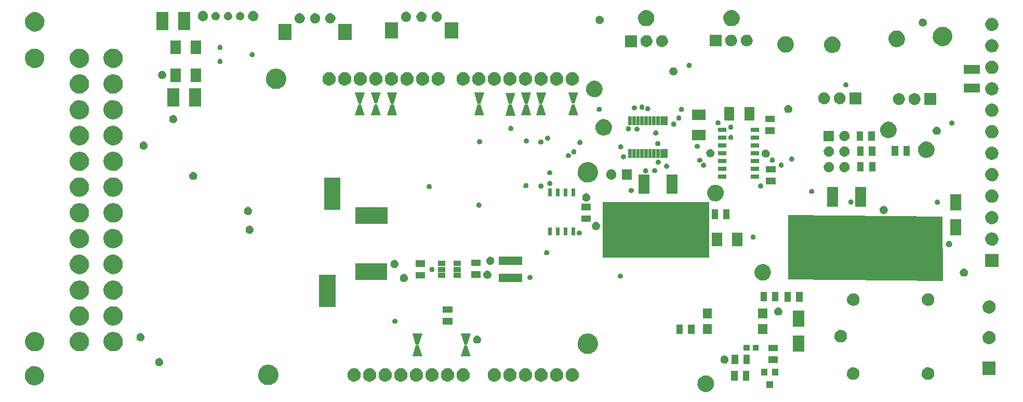
<source format=gts>
G04 (created by PCBNEW (2013-07-07 BZR 4022)-stable) date 3/26/2014 12:20:47 AM*
%MOIN*%
G04 Gerber Fmt 3.4, Leading zero omitted, Abs format*
%FSLAX34Y34*%
G01*
G70*
G90*
G04 APERTURE LIST*
%ADD10C,0.006*%
G04 APERTURE END LIST*
G54D10*
G36*
X28220Y-71414D02*
X28218Y-71552D01*
X28191Y-71672D01*
X28142Y-71782D01*
X28071Y-71883D01*
X27984Y-71965D01*
X27880Y-72031D01*
X27768Y-72075D01*
X27647Y-72096D01*
X27526Y-72094D01*
X27406Y-72067D01*
X27296Y-72019D01*
X27195Y-71949D01*
X27111Y-71863D01*
X27044Y-71759D01*
X27000Y-71647D01*
X26978Y-71526D01*
X26980Y-71406D01*
X27005Y-71285D01*
X27053Y-71175D01*
X27122Y-71073D01*
X27208Y-70989D01*
X27311Y-70921D01*
X27423Y-70876D01*
X27544Y-70853D01*
X27664Y-70854D01*
X27785Y-70879D01*
X27895Y-70925D01*
X27998Y-70995D01*
X28082Y-71080D01*
X28151Y-71183D01*
X28196Y-71293D01*
X28196Y-71294D01*
X28220Y-71414D01*
X28220Y-71414D01*
X28220Y-71414D01*
G37*
G36*
X28226Y-51039D02*
X28224Y-51177D01*
X28197Y-51297D01*
X28148Y-51407D01*
X28077Y-51508D01*
X27990Y-51590D01*
X27886Y-51656D01*
X27774Y-51700D01*
X27653Y-51721D01*
X27532Y-51719D01*
X27412Y-51692D01*
X27302Y-51644D01*
X27201Y-51574D01*
X27117Y-51488D01*
X27050Y-51384D01*
X27006Y-51272D01*
X26984Y-51151D01*
X26986Y-51031D01*
X27011Y-50910D01*
X27059Y-50800D01*
X27128Y-50698D01*
X27214Y-50614D01*
X27317Y-50546D01*
X27429Y-50501D01*
X27550Y-50478D01*
X27670Y-50479D01*
X27791Y-50504D01*
X27901Y-50550D01*
X28004Y-50620D01*
X28088Y-50705D01*
X28157Y-50808D01*
X28202Y-50918D01*
X28202Y-50919D01*
X28226Y-51039D01*
X28226Y-51039D01*
X28226Y-51039D01*
G37*
G36*
X28226Y-69228D02*
X28224Y-69366D01*
X28197Y-69486D01*
X28148Y-69596D01*
X28077Y-69697D01*
X27990Y-69779D01*
X27886Y-69845D01*
X27774Y-69889D01*
X27653Y-69910D01*
X27532Y-69908D01*
X27412Y-69881D01*
X27302Y-69833D01*
X27201Y-69763D01*
X27117Y-69676D01*
X27050Y-69573D01*
X27006Y-69461D01*
X26984Y-69340D01*
X26986Y-69220D01*
X27011Y-69099D01*
X27059Y-68989D01*
X27128Y-68887D01*
X27214Y-68803D01*
X27317Y-68735D01*
X27429Y-68690D01*
X27550Y-68667D01*
X27670Y-68668D01*
X27791Y-68693D01*
X27901Y-68739D01*
X28004Y-68809D01*
X28088Y-68894D01*
X28157Y-68997D01*
X28202Y-69107D01*
X28202Y-69108D01*
X28226Y-69228D01*
X28226Y-69228D01*
X28226Y-69228D01*
G37*
G36*
X28235Y-48704D02*
X28233Y-48842D01*
X28206Y-48962D01*
X28157Y-49072D01*
X28086Y-49173D01*
X27999Y-49255D01*
X27895Y-49321D01*
X27783Y-49365D01*
X27662Y-49386D01*
X27541Y-49384D01*
X27421Y-49357D01*
X27311Y-49309D01*
X27210Y-49239D01*
X27126Y-49153D01*
X27059Y-49049D01*
X27015Y-48937D01*
X26993Y-48816D01*
X26995Y-48696D01*
X27020Y-48575D01*
X27068Y-48465D01*
X27137Y-48363D01*
X27223Y-48279D01*
X27326Y-48211D01*
X27438Y-48166D01*
X27559Y-48143D01*
X27679Y-48144D01*
X27800Y-48169D01*
X27910Y-48215D01*
X28013Y-48285D01*
X28097Y-48370D01*
X28166Y-48473D01*
X28211Y-48583D01*
X28211Y-48584D01*
X28235Y-48704D01*
X28235Y-48704D01*
X28235Y-48704D01*
G37*
G36*
X31100Y-51039D02*
X31098Y-51177D01*
X31071Y-51297D01*
X31022Y-51407D01*
X30951Y-51508D01*
X30864Y-51590D01*
X30760Y-51656D01*
X30648Y-51700D01*
X30527Y-51721D01*
X30406Y-51719D01*
X30286Y-51692D01*
X30176Y-51644D01*
X30075Y-51574D01*
X29991Y-51488D01*
X29924Y-51384D01*
X29880Y-51272D01*
X29858Y-51151D01*
X29860Y-51031D01*
X29885Y-50910D01*
X29933Y-50800D01*
X30002Y-50698D01*
X30088Y-50614D01*
X30191Y-50546D01*
X30303Y-50501D01*
X30424Y-50478D01*
X30544Y-50479D01*
X30665Y-50504D01*
X30775Y-50550D01*
X30878Y-50620D01*
X30962Y-50705D01*
X31031Y-50808D01*
X31076Y-50918D01*
X31076Y-50919D01*
X31100Y-51039D01*
X31100Y-51039D01*
X31100Y-51039D01*
G37*
G36*
X31100Y-52693D02*
X31098Y-52831D01*
X31071Y-52951D01*
X31022Y-53060D01*
X30951Y-53161D01*
X30864Y-53244D01*
X30760Y-53310D01*
X30648Y-53353D01*
X30527Y-53375D01*
X30406Y-53372D01*
X30286Y-53346D01*
X30176Y-53298D01*
X30075Y-53227D01*
X29991Y-53141D01*
X29924Y-53037D01*
X29880Y-52926D01*
X29858Y-52804D01*
X29860Y-52684D01*
X29885Y-52564D01*
X29933Y-52453D01*
X30002Y-52352D01*
X30088Y-52268D01*
X30191Y-52200D01*
X30303Y-52155D01*
X30424Y-52132D01*
X30544Y-52133D01*
X30665Y-52158D01*
X30775Y-52204D01*
X30878Y-52273D01*
X30962Y-52358D01*
X31031Y-52461D01*
X31076Y-52572D01*
X31076Y-52573D01*
X31100Y-52692D01*
X31100Y-52693D01*
X31100Y-52693D01*
G37*
G36*
X31100Y-54346D02*
X31098Y-54484D01*
X31071Y-54604D01*
X31022Y-54714D01*
X30951Y-54815D01*
X30864Y-54898D01*
X30760Y-54964D01*
X30648Y-55007D01*
X30527Y-55028D01*
X30406Y-55026D01*
X30286Y-54999D01*
X30176Y-54951D01*
X30075Y-54881D01*
X29991Y-54795D01*
X29924Y-54691D01*
X29880Y-54579D01*
X29858Y-54458D01*
X29860Y-54338D01*
X29885Y-54217D01*
X29933Y-54107D01*
X30002Y-54005D01*
X30088Y-53921D01*
X30191Y-53853D01*
X30303Y-53809D01*
X30424Y-53785D01*
X30544Y-53786D01*
X30665Y-53811D01*
X30775Y-53858D01*
X30878Y-53927D01*
X30962Y-54012D01*
X31031Y-54115D01*
X31076Y-54225D01*
X31076Y-54226D01*
X31100Y-54346D01*
X31100Y-54346D01*
X31100Y-54346D01*
G37*
G36*
X31100Y-56000D02*
X31098Y-56138D01*
X31071Y-56258D01*
X31022Y-56368D01*
X30951Y-56468D01*
X30864Y-56551D01*
X30760Y-56617D01*
X30648Y-56661D01*
X30527Y-56682D01*
X30406Y-56679D01*
X30286Y-56653D01*
X30176Y-56605D01*
X30075Y-56535D01*
X29991Y-56448D01*
X29924Y-56344D01*
X29880Y-56233D01*
X29858Y-56111D01*
X29860Y-55991D01*
X29885Y-55871D01*
X29933Y-55760D01*
X30002Y-55659D01*
X30088Y-55575D01*
X30191Y-55507D01*
X30303Y-55462D01*
X30424Y-55439D01*
X30544Y-55440D01*
X30665Y-55465D01*
X30775Y-55511D01*
X30878Y-55580D01*
X30962Y-55665D01*
X31031Y-55768D01*
X31076Y-55879D01*
X31076Y-55880D01*
X31100Y-55999D01*
X31100Y-56000D01*
X31100Y-56000D01*
G37*
G36*
X31100Y-57654D02*
X31098Y-57791D01*
X31071Y-57911D01*
X31022Y-58021D01*
X30951Y-58122D01*
X30864Y-58205D01*
X30760Y-58271D01*
X30648Y-58314D01*
X30527Y-58336D01*
X30406Y-58333D01*
X30286Y-58307D01*
X30176Y-58258D01*
X30075Y-58188D01*
X29991Y-58102D01*
X29924Y-57998D01*
X29880Y-57886D01*
X29858Y-57765D01*
X29860Y-57645D01*
X29885Y-57524D01*
X29933Y-57414D01*
X30002Y-57312D01*
X30088Y-57228D01*
X30191Y-57161D01*
X30303Y-57116D01*
X30424Y-57093D01*
X30544Y-57093D01*
X30665Y-57118D01*
X30775Y-57165D01*
X30878Y-57234D01*
X30962Y-57319D01*
X31031Y-57422D01*
X31076Y-57532D01*
X31076Y-57533D01*
X31100Y-57653D01*
X31100Y-57654D01*
X31100Y-57654D01*
G37*
G36*
X31100Y-59307D02*
X31098Y-59445D01*
X31071Y-59565D01*
X31022Y-59675D01*
X30951Y-59775D01*
X30864Y-59858D01*
X30760Y-59924D01*
X30648Y-59968D01*
X30527Y-59989D01*
X30406Y-59987D01*
X30286Y-59960D01*
X30176Y-59912D01*
X30075Y-59842D01*
X29991Y-59755D01*
X29924Y-59652D01*
X29880Y-59540D01*
X29858Y-59419D01*
X29860Y-59299D01*
X29885Y-59178D01*
X29933Y-59068D01*
X30002Y-58966D01*
X30088Y-58882D01*
X30191Y-58814D01*
X30303Y-58769D01*
X30424Y-58746D01*
X30544Y-58747D01*
X30665Y-58772D01*
X30775Y-58818D01*
X30878Y-58887D01*
X30962Y-58972D01*
X31031Y-59075D01*
X31076Y-59186D01*
X31076Y-59187D01*
X31100Y-59306D01*
X31100Y-59307D01*
X31100Y-59307D01*
G37*
G36*
X31100Y-60961D02*
X31098Y-61098D01*
X31071Y-61218D01*
X31022Y-61328D01*
X30951Y-61429D01*
X30864Y-61512D01*
X30760Y-61578D01*
X30648Y-61621D01*
X30527Y-61643D01*
X30406Y-61640D01*
X30286Y-61614D01*
X30176Y-61566D01*
X30075Y-61495D01*
X29991Y-61409D01*
X29924Y-61305D01*
X29880Y-61193D01*
X29858Y-61072D01*
X29860Y-60952D01*
X29885Y-60831D01*
X29933Y-60721D01*
X30002Y-60619D01*
X30088Y-60535D01*
X30191Y-60468D01*
X30303Y-60423D01*
X30424Y-60400D01*
X30544Y-60400D01*
X30665Y-60425D01*
X30775Y-60472D01*
X30878Y-60541D01*
X30962Y-60626D01*
X31031Y-60729D01*
X31076Y-60840D01*
X31076Y-60841D01*
X31100Y-60960D01*
X31100Y-60961D01*
X31100Y-60961D01*
G37*
G36*
X31100Y-62614D02*
X31098Y-62752D01*
X31071Y-62872D01*
X31022Y-62982D01*
X30951Y-63082D01*
X30864Y-63165D01*
X30760Y-63231D01*
X30648Y-63275D01*
X30527Y-63296D01*
X30406Y-63294D01*
X30286Y-63267D01*
X30176Y-63219D01*
X30075Y-63149D01*
X29991Y-63062D01*
X29924Y-62959D01*
X29880Y-62847D01*
X29858Y-62726D01*
X29860Y-62606D01*
X29885Y-62485D01*
X29933Y-62375D01*
X30002Y-62273D01*
X30088Y-62189D01*
X30191Y-62121D01*
X30303Y-62076D01*
X30424Y-62053D01*
X30544Y-62054D01*
X30665Y-62079D01*
X30775Y-62125D01*
X30878Y-62194D01*
X30962Y-62279D01*
X31031Y-62382D01*
X31076Y-62493D01*
X31076Y-62494D01*
X31100Y-62613D01*
X31100Y-62614D01*
X31100Y-62614D01*
G37*
G36*
X31100Y-64268D02*
X31098Y-64405D01*
X31071Y-64525D01*
X31022Y-64635D01*
X30951Y-64736D01*
X30864Y-64819D01*
X30760Y-64885D01*
X30648Y-64928D01*
X30527Y-64950D01*
X30406Y-64947D01*
X30286Y-64921D01*
X30176Y-64873D01*
X30075Y-64802D01*
X29991Y-64716D01*
X29924Y-64612D01*
X29880Y-64501D01*
X29858Y-64379D01*
X29860Y-64259D01*
X29885Y-64138D01*
X29933Y-64028D01*
X30002Y-63926D01*
X30088Y-63842D01*
X30191Y-63775D01*
X30303Y-63730D01*
X30424Y-63707D01*
X30544Y-63708D01*
X30665Y-63732D01*
X30775Y-63779D01*
X30878Y-63848D01*
X30962Y-63933D01*
X31031Y-64036D01*
X31076Y-64147D01*
X31076Y-64148D01*
X31100Y-64267D01*
X31100Y-64268D01*
X31100Y-64268D01*
G37*
G36*
X31100Y-65921D02*
X31098Y-66059D01*
X31071Y-66179D01*
X31022Y-66289D01*
X30951Y-66389D01*
X30864Y-66472D01*
X30760Y-66538D01*
X30648Y-66582D01*
X30527Y-66603D01*
X30406Y-66601D01*
X30286Y-66574D01*
X30176Y-66526D01*
X30075Y-66456D01*
X29991Y-66369D01*
X29924Y-66266D01*
X29880Y-66154D01*
X29858Y-66033D01*
X29860Y-65913D01*
X29885Y-65792D01*
X29933Y-65682D01*
X30002Y-65580D01*
X30088Y-65496D01*
X30191Y-65428D01*
X30303Y-65383D01*
X30424Y-65360D01*
X30544Y-65361D01*
X30665Y-65386D01*
X30775Y-65432D01*
X30878Y-65501D01*
X30962Y-65586D01*
X31031Y-65689D01*
X31076Y-65800D01*
X31076Y-65801D01*
X31100Y-65921D01*
X31100Y-65921D01*
X31100Y-65921D01*
G37*
G36*
X31100Y-67575D02*
X31098Y-67712D01*
X31071Y-67832D01*
X31022Y-67942D01*
X30951Y-68043D01*
X30864Y-68126D01*
X30760Y-68192D01*
X30648Y-68235D01*
X30527Y-68257D01*
X30406Y-68254D01*
X30286Y-68228D01*
X30176Y-68180D01*
X30075Y-68109D01*
X29991Y-68023D01*
X29924Y-67919D01*
X29880Y-67808D01*
X29858Y-67686D01*
X29860Y-67566D01*
X29885Y-67446D01*
X29933Y-67335D01*
X30002Y-67233D01*
X30088Y-67149D01*
X30191Y-67082D01*
X30303Y-67037D01*
X30424Y-67014D01*
X30544Y-67015D01*
X30665Y-67039D01*
X30775Y-67086D01*
X30878Y-67155D01*
X30962Y-67240D01*
X31031Y-67343D01*
X31076Y-67454D01*
X31076Y-67455D01*
X31100Y-67574D01*
X31100Y-67575D01*
X31100Y-67575D01*
G37*
G36*
X31100Y-69228D02*
X31098Y-69366D01*
X31071Y-69486D01*
X31022Y-69596D01*
X30951Y-69697D01*
X30864Y-69779D01*
X30760Y-69845D01*
X30648Y-69889D01*
X30527Y-69910D01*
X30406Y-69908D01*
X30286Y-69881D01*
X30176Y-69833D01*
X30075Y-69763D01*
X29991Y-69676D01*
X29924Y-69573D01*
X29880Y-69461D01*
X29858Y-69340D01*
X29860Y-69220D01*
X29885Y-69099D01*
X29933Y-68989D01*
X30002Y-68887D01*
X30088Y-68803D01*
X30191Y-68735D01*
X30303Y-68690D01*
X30424Y-68667D01*
X30544Y-68668D01*
X30665Y-68693D01*
X30775Y-68739D01*
X30878Y-68809D01*
X30962Y-68894D01*
X31031Y-68997D01*
X31076Y-69107D01*
X31076Y-69108D01*
X31100Y-69228D01*
X31100Y-69228D01*
X31100Y-69228D01*
G37*
G36*
X33266Y-51039D02*
X33264Y-51177D01*
X33236Y-51297D01*
X33187Y-51407D01*
X33116Y-51508D01*
X33029Y-51590D01*
X32925Y-51656D01*
X32813Y-51700D01*
X32692Y-51721D01*
X32572Y-51719D01*
X32451Y-51692D01*
X32341Y-51644D01*
X32240Y-51574D01*
X32157Y-51488D01*
X32090Y-51384D01*
X32046Y-51272D01*
X32023Y-51151D01*
X32025Y-51031D01*
X32051Y-50910D01*
X32098Y-50800D01*
X32168Y-50698D01*
X32253Y-50614D01*
X32357Y-50546D01*
X32468Y-50501D01*
X32589Y-50478D01*
X32709Y-50479D01*
X32830Y-50504D01*
X32941Y-50550D01*
X33043Y-50620D01*
X33128Y-50705D01*
X33196Y-50808D01*
X33242Y-50918D01*
X33242Y-50919D01*
X33265Y-51039D01*
X33266Y-51039D01*
X33266Y-51039D01*
G37*
G36*
X33266Y-52693D02*
X33264Y-52831D01*
X33236Y-52951D01*
X33187Y-53060D01*
X33116Y-53161D01*
X33029Y-53244D01*
X32925Y-53310D01*
X32813Y-53353D01*
X32692Y-53375D01*
X32572Y-53372D01*
X32451Y-53346D01*
X32341Y-53298D01*
X32240Y-53227D01*
X32157Y-53141D01*
X32090Y-53037D01*
X32046Y-52926D01*
X32023Y-52804D01*
X32025Y-52684D01*
X32051Y-52564D01*
X32098Y-52453D01*
X32168Y-52352D01*
X32253Y-52268D01*
X32357Y-52200D01*
X32468Y-52155D01*
X32589Y-52132D01*
X32709Y-52133D01*
X32830Y-52158D01*
X32941Y-52204D01*
X33043Y-52273D01*
X33128Y-52358D01*
X33196Y-52461D01*
X33242Y-52572D01*
X33242Y-52573D01*
X33265Y-52692D01*
X33266Y-52693D01*
X33266Y-52693D01*
G37*
G36*
X33266Y-54346D02*
X33264Y-54484D01*
X33236Y-54604D01*
X33187Y-54714D01*
X33116Y-54815D01*
X33029Y-54898D01*
X32925Y-54964D01*
X32813Y-55007D01*
X32692Y-55028D01*
X32572Y-55026D01*
X32451Y-54999D01*
X32341Y-54951D01*
X32240Y-54881D01*
X32157Y-54795D01*
X32090Y-54691D01*
X32046Y-54579D01*
X32023Y-54458D01*
X32025Y-54338D01*
X32051Y-54217D01*
X32098Y-54107D01*
X32168Y-54005D01*
X32253Y-53921D01*
X32357Y-53853D01*
X32468Y-53809D01*
X32589Y-53785D01*
X32709Y-53786D01*
X32830Y-53811D01*
X32941Y-53858D01*
X33043Y-53927D01*
X33128Y-54012D01*
X33196Y-54115D01*
X33242Y-54225D01*
X33242Y-54226D01*
X33265Y-54346D01*
X33266Y-54346D01*
X33266Y-54346D01*
G37*
G36*
X33266Y-56000D02*
X33264Y-56138D01*
X33236Y-56258D01*
X33187Y-56368D01*
X33116Y-56468D01*
X33029Y-56551D01*
X32925Y-56617D01*
X32813Y-56661D01*
X32692Y-56682D01*
X32572Y-56679D01*
X32451Y-56653D01*
X32341Y-56605D01*
X32240Y-56535D01*
X32157Y-56448D01*
X32090Y-56344D01*
X32046Y-56233D01*
X32023Y-56111D01*
X32025Y-55991D01*
X32051Y-55871D01*
X32098Y-55760D01*
X32168Y-55659D01*
X32253Y-55575D01*
X32357Y-55507D01*
X32468Y-55462D01*
X32589Y-55439D01*
X32709Y-55440D01*
X32830Y-55465D01*
X32941Y-55511D01*
X33043Y-55580D01*
X33128Y-55665D01*
X33196Y-55768D01*
X33242Y-55879D01*
X33242Y-55880D01*
X33265Y-55999D01*
X33266Y-56000D01*
X33266Y-56000D01*
G37*
G36*
X33266Y-57654D02*
X33264Y-57791D01*
X33236Y-57911D01*
X33187Y-58021D01*
X33116Y-58122D01*
X33029Y-58205D01*
X32925Y-58271D01*
X32813Y-58314D01*
X32692Y-58336D01*
X32572Y-58333D01*
X32451Y-58307D01*
X32341Y-58258D01*
X32240Y-58188D01*
X32157Y-58102D01*
X32090Y-57998D01*
X32046Y-57886D01*
X32023Y-57765D01*
X32025Y-57645D01*
X32051Y-57524D01*
X32098Y-57414D01*
X32168Y-57312D01*
X32253Y-57228D01*
X32357Y-57161D01*
X32468Y-57116D01*
X32589Y-57093D01*
X32709Y-57093D01*
X32830Y-57118D01*
X32941Y-57165D01*
X33043Y-57234D01*
X33128Y-57319D01*
X33196Y-57422D01*
X33242Y-57532D01*
X33242Y-57533D01*
X33265Y-57653D01*
X33266Y-57654D01*
X33266Y-57654D01*
G37*
G36*
X33266Y-59307D02*
X33264Y-59445D01*
X33236Y-59565D01*
X33187Y-59675D01*
X33116Y-59775D01*
X33029Y-59858D01*
X32925Y-59924D01*
X32813Y-59968D01*
X32692Y-59989D01*
X32572Y-59987D01*
X32451Y-59960D01*
X32341Y-59912D01*
X32240Y-59842D01*
X32157Y-59755D01*
X32090Y-59652D01*
X32046Y-59540D01*
X32023Y-59419D01*
X32025Y-59299D01*
X32051Y-59178D01*
X32098Y-59068D01*
X32168Y-58966D01*
X32253Y-58882D01*
X32357Y-58814D01*
X32468Y-58769D01*
X32589Y-58746D01*
X32709Y-58747D01*
X32830Y-58772D01*
X32941Y-58818D01*
X33043Y-58887D01*
X33128Y-58972D01*
X33196Y-59075D01*
X33242Y-59186D01*
X33242Y-59187D01*
X33265Y-59306D01*
X33266Y-59307D01*
X33266Y-59307D01*
G37*
G36*
X33266Y-60961D02*
X33264Y-61098D01*
X33236Y-61218D01*
X33187Y-61328D01*
X33116Y-61429D01*
X33029Y-61512D01*
X32925Y-61578D01*
X32813Y-61621D01*
X32692Y-61643D01*
X32572Y-61640D01*
X32451Y-61614D01*
X32341Y-61566D01*
X32240Y-61495D01*
X32157Y-61409D01*
X32090Y-61305D01*
X32046Y-61193D01*
X32023Y-61072D01*
X32025Y-60952D01*
X32051Y-60831D01*
X32098Y-60721D01*
X32168Y-60619D01*
X32253Y-60535D01*
X32357Y-60468D01*
X32468Y-60423D01*
X32589Y-60400D01*
X32709Y-60400D01*
X32830Y-60425D01*
X32941Y-60472D01*
X33043Y-60541D01*
X33128Y-60626D01*
X33196Y-60729D01*
X33242Y-60840D01*
X33242Y-60841D01*
X33265Y-60960D01*
X33266Y-60961D01*
X33266Y-60961D01*
G37*
G36*
X33266Y-62614D02*
X33264Y-62752D01*
X33236Y-62872D01*
X33187Y-62982D01*
X33116Y-63082D01*
X33029Y-63165D01*
X32925Y-63231D01*
X32813Y-63275D01*
X32692Y-63296D01*
X32572Y-63294D01*
X32451Y-63267D01*
X32341Y-63219D01*
X32240Y-63149D01*
X32157Y-63062D01*
X32090Y-62959D01*
X32046Y-62847D01*
X32023Y-62726D01*
X32025Y-62606D01*
X32051Y-62485D01*
X32098Y-62375D01*
X32168Y-62273D01*
X32253Y-62189D01*
X32357Y-62121D01*
X32468Y-62076D01*
X32589Y-62053D01*
X32709Y-62054D01*
X32830Y-62079D01*
X32941Y-62125D01*
X33043Y-62194D01*
X33128Y-62279D01*
X33196Y-62382D01*
X33242Y-62493D01*
X33242Y-62494D01*
X33265Y-62613D01*
X33266Y-62614D01*
X33266Y-62614D01*
G37*
G36*
X33266Y-64268D02*
X33264Y-64405D01*
X33236Y-64525D01*
X33187Y-64635D01*
X33116Y-64736D01*
X33029Y-64819D01*
X32925Y-64885D01*
X32813Y-64928D01*
X32692Y-64950D01*
X32572Y-64947D01*
X32451Y-64921D01*
X32341Y-64873D01*
X32240Y-64802D01*
X32157Y-64716D01*
X32090Y-64612D01*
X32046Y-64501D01*
X32023Y-64379D01*
X32025Y-64259D01*
X32051Y-64138D01*
X32098Y-64028D01*
X32168Y-63926D01*
X32253Y-63842D01*
X32357Y-63775D01*
X32468Y-63730D01*
X32589Y-63707D01*
X32709Y-63708D01*
X32830Y-63732D01*
X32941Y-63779D01*
X33043Y-63848D01*
X33128Y-63933D01*
X33196Y-64036D01*
X33242Y-64147D01*
X33242Y-64148D01*
X33265Y-64267D01*
X33266Y-64268D01*
X33266Y-64268D01*
G37*
G36*
X33266Y-65921D02*
X33264Y-66059D01*
X33236Y-66179D01*
X33187Y-66289D01*
X33116Y-66389D01*
X33029Y-66472D01*
X32925Y-66538D01*
X32813Y-66582D01*
X32692Y-66603D01*
X32572Y-66601D01*
X32451Y-66574D01*
X32341Y-66526D01*
X32240Y-66456D01*
X32157Y-66369D01*
X32090Y-66266D01*
X32046Y-66154D01*
X32023Y-66033D01*
X32025Y-65913D01*
X32051Y-65792D01*
X32098Y-65682D01*
X32168Y-65580D01*
X32253Y-65496D01*
X32357Y-65428D01*
X32468Y-65383D01*
X32589Y-65360D01*
X32709Y-65361D01*
X32830Y-65386D01*
X32941Y-65432D01*
X33043Y-65501D01*
X33128Y-65586D01*
X33196Y-65689D01*
X33242Y-65800D01*
X33242Y-65801D01*
X33265Y-65921D01*
X33266Y-65921D01*
X33266Y-65921D01*
G37*
G36*
X33266Y-67575D02*
X33264Y-67712D01*
X33236Y-67832D01*
X33187Y-67942D01*
X33116Y-68043D01*
X33029Y-68126D01*
X32925Y-68192D01*
X32813Y-68235D01*
X32692Y-68257D01*
X32572Y-68254D01*
X32451Y-68228D01*
X32341Y-68180D01*
X32240Y-68109D01*
X32157Y-68023D01*
X32090Y-67919D01*
X32046Y-67808D01*
X32023Y-67686D01*
X32025Y-67566D01*
X32051Y-67446D01*
X32098Y-67335D01*
X32168Y-67233D01*
X32253Y-67149D01*
X32357Y-67082D01*
X32468Y-67037D01*
X32589Y-67014D01*
X32709Y-67015D01*
X32830Y-67039D01*
X32941Y-67086D01*
X33043Y-67155D01*
X33128Y-67240D01*
X33196Y-67343D01*
X33242Y-67454D01*
X33242Y-67455D01*
X33265Y-67574D01*
X33266Y-67575D01*
X33266Y-67575D01*
G37*
G36*
X33266Y-69228D02*
X33264Y-69366D01*
X33236Y-69486D01*
X33187Y-69596D01*
X33116Y-69697D01*
X33029Y-69779D01*
X32925Y-69845D01*
X32813Y-69889D01*
X32692Y-69910D01*
X32572Y-69908D01*
X32451Y-69881D01*
X32341Y-69833D01*
X32240Y-69763D01*
X32157Y-69676D01*
X32090Y-69573D01*
X32046Y-69461D01*
X32023Y-69340D01*
X32025Y-69220D01*
X32051Y-69099D01*
X32098Y-68989D01*
X32168Y-68887D01*
X32253Y-68803D01*
X32357Y-68735D01*
X32468Y-68690D01*
X32589Y-68667D01*
X32709Y-68668D01*
X32830Y-68693D01*
X32941Y-68739D01*
X33043Y-68809D01*
X33128Y-68894D01*
X33196Y-68997D01*
X33242Y-69107D01*
X33242Y-69108D01*
X33265Y-69228D01*
X33266Y-69228D01*
X33266Y-69228D01*
G37*
G36*
X34660Y-68975D02*
X34659Y-69032D01*
X34647Y-69083D01*
X34627Y-69128D01*
X34597Y-69171D01*
X34561Y-69205D01*
X34517Y-69233D01*
X34471Y-69251D01*
X34419Y-69260D01*
X34369Y-69259D01*
X34318Y-69248D01*
X34273Y-69228D01*
X34230Y-69198D01*
X34195Y-69162D01*
X34167Y-69118D01*
X34149Y-69072D01*
X34139Y-69021D01*
X34140Y-68971D01*
X34151Y-68920D01*
X34170Y-68874D01*
X34200Y-68831D01*
X34235Y-68796D01*
X34279Y-68767D01*
X34325Y-68749D01*
X34377Y-68739D01*
X34426Y-68739D01*
X34478Y-68750D01*
X34523Y-68769D01*
X34567Y-68799D01*
X34601Y-68834D01*
X34630Y-68877D01*
X34631Y-68878D01*
X34649Y-68923D01*
X34660Y-68974D01*
X34660Y-68975D01*
X34660Y-68975D01*
G37*
G36*
X34860Y-56675D02*
X34859Y-56732D01*
X34847Y-56783D01*
X34827Y-56828D01*
X34797Y-56871D01*
X34761Y-56905D01*
X34717Y-56933D01*
X34671Y-56951D01*
X34619Y-56960D01*
X34569Y-56959D01*
X34518Y-56948D01*
X34473Y-56928D01*
X34430Y-56898D01*
X34395Y-56862D01*
X34367Y-56818D01*
X34349Y-56772D01*
X34339Y-56721D01*
X34340Y-56671D01*
X34351Y-56620D01*
X34370Y-56574D01*
X34400Y-56531D01*
X34435Y-56496D01*
X34479Y-56467D01*
X34525Y-56449D01*
X34577Y-56439D01*
X34626Y-56439D01*
X34678Y-56450D01*
X34723Y-56469D01*
X34767Y-56499D01*
X34801Y-56534D01*
X34830Y-56577D01*
X34831Y-56578D01*
X34849Y-56623D01*
X34860Y-56674D01*
X34860Y-56675D01*
X34860Y-56675D01*
G37*
G36*
X35860Y-70575D02*
X35859Y-70632D01*
X35847Y-70683D01*
X35827Y-70728D01*
X35797Y-70771D01*
X35761Y-70805D01*
X35717Y-70833D01*
X35671Y-70851D01*
X35619Y-70860D01*
X35569Y-70859D01*
X35518Y-70848D01*
X35473Y-70828D01*
X35430Y-70798D01*
X35395Y-70762D01*
X35367Y-70718D01*
X35349Y-70672D01*
X35339Y-70621D01*
X35340Y-70571D01*
X35351Y-70520D01*
X35370Y-70474D01*
X35400Y-70431D01*
X35435Y-70396D01*
X35479Y-70367D01*
X35525Y-70349D01*
X35577Y-70339D01*
X35626Y-70339D01*
X35678Y-70350D01*
X35723Y-70369D01*
X35767Y-70399D01*
X35801Y-70434D01*
X35830Y-70477D01*
X35831Y-70478D01*
X35849Y-70523D01*
X35860Y-70574D01*
X35860Y-70575D01*
X35860Y-70575D01*
G37*
G36*
X36050Y-52145D02*
X36049Y-52202D01*
X36037Y-52253D01*
X36017Y-52298D01*
X35987Y-52341D01*
X35951Y-52375D01*
X35907Y-52403D01*
X35861Y-52421D01*
X35809Y-52430D01*
X35759Y-52429D01*
X35708Y-52418D01*
X35663Y-52398D01*
X35620Y-52368D01*
X35585Y-52332D01*
X35557Y-52288D01*
X35539Y-52242D01*
X35529Y-52191D01*
X35530Y-52141D01*
X35541Y-52090D01*
X35560Y-52044D01*
X35590Y-52001D01*
X35625Y-51966D01*
X35669Y-51937D01*
X35715Y-51919D01*
X35767Y-51909D01*
X35816Y-51909D01*
X35868Y-51920D01*
X35913Y-51939D01*
X35957Y-51969D01*
X35991Y-52004D01*
X36020Y-52047D01*
X36021Y-52048D01*
X36039Y-52093D01*
X36050Y-52144D01*
X36050Y-52145D01*
X36050Y-52145D01*
G37*
G36*
X36180Y-49280D02*
X35419Y-49280D01*
X35419Y-48119D01*
X36180Y-48119D01*
X36180Y-49280D01*
X36180Y-49280D01*
G37*
G36*
X36760Y-54975D02*
X36759Y-55032D01*
X36747Y-55083D01*
X36727Y-55128D01*
X36697Y-55171D01*
X36661Y-55205D01*
X36617Y-55233D01*
X36571Y-55251D01*
X36519Y-55260D01*
X36469Y-55259D01*
X36418Y-55248D01*
X36373Y-55228D01*
X36330Y-55198D01*
X36295Y-55162D01*
X36267Y-55118D01*
X36249Y-55072D01*
X36239Y-55021D01*
X36240Y-54971D01*
X36251Y-54920D01*
X36270Y-54874D01*
X36300Y-54831D01*
X36335Y-54796D01*
X36379Y-54767D01*
X36425Y-54749D01*
X36477Y-54739D01*
X36526Y-54739D01*
X36578Y-54750D01*
X36623Y-54769D01*
X36667Y-54799D01*
X36701Y-54834D01*
X36730Y-54877D01*
X36731Y-54878D01*
X36749Y-54923D01*
X36760Y-54974D01*
X36760Y-54975D01*
X36760Y-54975D01*
G37*
G36*
X36880Y-54180D02*
X36119Y-54180D01*
X36119Y-53019D01*
X36880Y-53019D01*
X36880Y-54180D01*
X36880Y-54180D01*
G37*
G36*
X36980Y-50830D02*
X36319Y-50830D01*
X36319Y-49969D01*
X36980Y-49969D01*
X36980Y-50830D01*
X36980Y-50830D01*
G37*
G36*
X36980Y-52630D02*
X36319Y-52630D01*
X36319Y-51769D01*
X36980Y-51769D01*
X36980Y-52630D01*
X36980Y-52630D01*
G37*
G36*
X37580Y-49280D02*
X36819Y-49280D01*
X36819Y-48119D01*
X37580Y-48119D01*
X37580Y-49280D01*
X37580Y-49280D01*
G37*
G36*
X38035Y-58625D02*
X38034Y-58682D01*
X38022Y-58733D01*
X38002Y-58778D01*
X37972Y-58821D01*
X37936Y-58855D01*
X37892Y-58883D01*
X37846Y-58901D01*
X37794Y-58910D01*
X37744Y-58909D01*
X37693Y-58898D01*
X37648Y-58878D01*
X37605Y-58848D01*
X37570Y-58812D01*
X37542Y-58768D01*
X37524Y-58722D01*
X37514Y-58671D01*
X37515Y-58621D01*
X37526Y-58570D01*
X37545Y-58524D01*
X37575Y-58481D01*
X37610Y-58446D01*
X37654Y-58417D01*
X37700Y-58399D01*
X37752Y-58389D01*
X37801Y-58389D01*
X37853Y-58400D01*
X37898Y-58419D01*
X37942Y-58449D01*
X37976Y-58484D01*
X38005Y-58527D01*
X38006Y-58528D01*
X38024Y-58573D01*
X38035Y-58624D01*
X38035Y-58625D01*
X38035Y-58625D01*
G37*
G36*
X38280Y-50830D02*
X37619Y-50830D01*
X37619Y-49969D01*
X38280Y-49969D01*
X38280Y-50830D01*
X38280Y-50830D01*
G37*
G36*
X38280Y-52630D02*
X37619Y-52630D01*
X37619Y-51769D01*
X38280Y-51769D01*
X38280Y-52630D01*
X38280Y-52630D01*
G37*
G36*
X38280Y-54180D02*
X37519Y-54180D01*
X37519Y-53019D01*
X38280Y-53019D01*
X38280Y-54180D01*
X38280Y-54180D01*
G37*
G36*
X38721Y-48358D02*
X38720Y-48430D01*
X38705Y-48493D01*
X38680Y-48550D01*
X38642Y-48604D01*
X38597Y-48647D01*
X38542Y-48682D01*
X38484Y-48704D01*
X38420Y-48716D01*
X38357Y-48714D01*
X38294Y-48700D01*
X38237Y-48675D01*
X38183Y-48638D01*
X38140Y-48593D01*
X38104Y-48538D01*
X38081Y-48480D01*
X38069Y-48416D01*
X38070Y-48354D01*
X38084Y-48290D01*
X38108Y-48233D01*
X38145Y-48179D01*
X38190Y-48135D01*
X38245Y-48099D01*
X38302Y-48076D01*
X38367Y-48064D01*
X38429Y-48064D01*
X38493Y-48077D01*
X38550Y-48101D01*
X38604Y-48138D01*
X38648Y-48182D01*
X38649Y-48183D01*
X38684Y-48237D01*
X38708Y-48294D01*
X38708Y-48295D01*
X38721Y-48358D01*
X38721Y-48358D01*
X38721Y-48358D01*
G37*
G36*
X39488Y-48364D02*
X39488Y-48422D01*
X39476Y-48475D01*
X39455Y-48521D01*
X39424Y-48565D01*
X39387Y-48600D01*
X39342Y-48629D01*
X39295Y-48647D01*
X39242Y-48656D01*
X39191Y-48655D01*
X39139Y-48644D01*
X39092Y-48623D01*
X39048Y-48593D01*
X39013Y-48556D01*
X38984Y-48511D01*
X38965Y-48464D01*
X38955Y-48411D01*
X38956Y-48361D01*
X38967Y-48308D01*
X38987Y-48261D01*
X39018Y-48217D01*
X39054Y-48182D01*
X39099Y-48152D01*
X39146Y-48133D01*
X39199Y-48123D01*
X39249Y-48123D01*
X39302Y-48134D01*
X39349Y-48154D01*
X39393Y-48184D01*
X39429Y-48220D01*
X39459Y-48265D01*
X39478Y-48311D01*
X39488Y-48363D01*
X39488Y-48364D01*
X39488Y-48364D01*
G37*
G36*
X39665Y-50384D02*
X39664Y-50420D01*
X39657Y-50453D01*
X39644Y-50481D01*
X39625Y-50508D01*
X39602Y-50530D01*
X39574Y-50548D01*
X39545Y-50559D01*
X39511Y-50565D01*
X39481Y-50564D01*
X39447Y-50557D01*
X39419Y-50545D01*
X39391Y-50525D01*
X39370Y-50503D01*
X39352Y-50475D01*
X39340Y-50446D01*
X39334Y-50413D01*
X39335Y-50382D01*
X39342Y-50349D01*
X39354Y-50320D01*
X39373Y-50292D01*
X39395Y-50271D01*
X39423Y-50252D01*
X39452Y-50241D01*
X39485Y-50234D01*
X39516Y-50234D01*
X39549Y-50241D01*
X39578Y-50253D01*
X39606Y-50272D01*
X39627Y-50294D01*
X39646Y-50322D01*
X39646Y-50322D01*
X39658Y-50351D01*
X39665Y-50383D01*
X39665Y-50384D01*
X39665Y-50384D01*
G37*
G36*
X39665Y-51284D02*
X39664Y-51320D01*
X39657Y-51353D01*
X39644Y-51381D01*
X39625Y-51408D01*
X39602Y-51430D01*
X39574Y-51448D01*
X39545Y-51459D01*
X39511Y-51465D01*
X39481Y-51464D01*
X39447Y-51457D01*
X39419Y-51445D01*
X39391Y-51425D01*
X39370Y-51403D01*
X39352Y-51375D01*
X39340Y-51346D01*
X39334Y-51313D01*
X39335Y-51282D01*
X39342Y-51249D01*
X39354Y-51220D01*
X39373Y-51192D01*
X39395Y-51171D01*
X39423Y-51152D01*
X39452Y-51141D01*
X39485Y-51134D01*
X39516Y-51134D01*
X39549Y-51141D01*
X39578Y-51153D01*
X39606Y-51172D01*
X39627Y-51194D01*
X39646Y-51222D01*
X39646Y-51222D01*
X39658Y-51251D01*
X39665Y-51283D01*
X39665Y-51284D01*
X39665Y-51284D01*
G37*
G36*
X40276Y-48364D02*
X40275Y-48422D01*
X40263Y-48475D01*
X40243Y-48521D01*
X40212Y-48565D01*
X40175Y-48600D01*
X40129Y-48629D01*
X40082Y-48647D01*
X40029Y-48656D01*
X39979Y-48655D01*
X39926Y-48644D01*
X39880Y-48623D01*
X39835Y-48593D01*
X39800Y-48556D01*
X39771Y-48511D01*
X39753Y-48464D01*
X39743Y-48411D01*
X39743Y-48361D01*
X39755Y-48308D01*
X39775Y-48261D01*
X39805Y-48217D01*
X39841Y-48182D01*
X39886Y-48152D01*
X39933Y-48133D01*
X39986Y-48123D01*
X40037Y-48123D01*
X40090Y-48134D01*
X40136Y-48154D01*
X40181Y-48184D01*
X40216Y-48220D01*
X40246Y-48265D01*
X40265Y-48311D01*
X40276Y-48363D01*
X40276Y-48364D01*
X40276Y-48364D01*
G37*
G36*
X41063Y-48364D02*
X41062Y-48422D01*
X41051Y-48475D01*
X41030Y-48521D01*
X40999Y-48565D01*
X40962Y-48600D01*
X40917Y-48629D01*
X40870Y-48647D01*
X40817Y-48656D01*
X40766Y-48655D01*
X40713Y-48644D01*
X40667Y-48623D01*
X40623Y-48593D01*
X40588Y-48556D01*
X40559Y-48511D01*
X40540Y-48464D01*
X40530Y-48411D01*
X40531Y-48361D01*
X40542Y-48308D01*
X40562Y-48261D01*
X40592Y-48217D01*
X40629Y-48182D01*
X40674Y-48152D01*
X40720Y-48133D01*
X40774Y-48123D01*
X40824Y-48123D01*
X40877Y-48134D01*
X40923Y-48154D01*
X40968Y-48184D01*
X41004Y-48220D01*
X41034Y-48265D01*
X41053Y-48311D01*
X41063Y-48363D01*
X41063Y-48364D01*
X41063Y-48364D01*
G37*
G36*
X41560Y-60875D02*
X41559Y-60932D01*
X41547Y-60983D01*
X41527Y-61028D01*
X41497Y-61071D01*
X41461Y-61105D01*
X41417Y-61133D01*
X41371Y-61151D01*
X41319Y-61160D01*
X41269Y-61159D01*
X41218Y-61148D01*
X41173Y-61128D01*
X41130Y-61098D01*
X41095Y-61062D01*
X41067Y-61018D01*
X41049Y-60972D01*
X41039Y-60921D01*
X41040Y-60871D01*
X41051Y-60820D01*
X41070Y-60774D01*
X41100Y-60731D01*
X41135Y-60696D01*
X41179Y-60667D01*
X41225Y-60649D01*
X41277Y-60639D01*
X41326Y-60639D01*
X41378Y-60650D01*
X41423Y-60669D01*
X41467Y-60699D01*
X41501Y-60734D01*
X41530Y-60777D01*
X41531Y-60778D01*
X41549Y-60823D01*
X41560Y-60874D01*
X41560Y-60875D01*
X41560Y-60875D01*
G37*
G36*
X41660Y-62075D02*
X41659Y-62132D01*
X41647Y-62183D01*
X41627Y-62228D01*
X41597Y-62271D01*
X41561Y-62305D01*
X41517Y-62333D01*
X41471Y-62351D01*
X41419Y-62360D01*
X41369Y-62359D01*
X41318Y-62348D01*
X41273Y-62328D01*
X41230Y-62298D01*
X41195Y-62262D01*
X41167Y-62218D01*
X41149Y-62172D01*
X41139Y-62121D01*
X41140Y-62071D01*
X41151Y-62020D01*
X41170Y-61974D01*
X41200Y-61931D01*
X41235Y-61896D01*
X41279Y-61867D01*
X41325Y-61849D01*
X41377Y-61839D01*
X41426Y-61839D01*
X41478Y-61850D01*
X41523Y-61869D01*
X41567Y-61899D01*
X41601Y-61934D01*
X41630Y-61977D01*
X41631Y-61978D01*
X41649Y-62023D01*
X41660Y-62074D01*
X41660Y-62075D01*
X41660Y-62075D01*
G37*
G36*
X41730Y-50849D02*
X41729Y-50885D01*
X41722Y-50918D01*
X41709Y-50946D01*
X41690Y-50973D01*
X41667Y-50995D01*
X41639Y-51013D01*
X41610Y-51024D01*
X41576Y-51030D01*
X41546Y-51029D01*
X41512Y-51022D01*
X41484Y-51010D01*
X41456Y-50990D01*
X41435Y-50968D01*
X41417Y-50940D01*
X41405Y-50911D01*
X41399Y-50878D01*
X41400Y-50847D01*
X41407Y-50814D01*
X41419Y-50785D01*
X41438Y-50757D01*
X41460Y-50736D01*
X41488Y-50717D01*
X41517Y-50706D01*
X41550Y-50699D01*
X41581Y-50699D01*
X41614Y-50706D01*
X41643Y-50718D01*
X41671Y-50737D01*
X41692Y-50759D01*
X41711Y-50787D01*
X41711Y-50787D01*
X41723Y-50816D01*
X41730Y-50848D01*
X41730Y-50849D01*
X41730Y-50849D01*
G37*
G36*
X41949Y-48358D02*
X41948Y-48430D01*
X41934Y-48493D01*
X41908Y-48550D01*
X41871Y-48604D01*
X41826Y-48647D01*
X41770Y-48682D01*
X41712Y-48704D01*
X41648Y-48716D01*
X41586Y-48714D01*
X41522Y-48700D01*
X41465Y-48675D01*
X41411Y-48638D01*
X41368Y-48593D01*
X41333Y-48538D01*
X41310Y-48480D01*
X41298Y-48416D01*
X41299Y-48354D01*
X41312Y-48290D01*
X41337Y-48233D01*
X41374Y-48179D01*
X41418Y-48135D01*
X41473Y-48099D01*
X41531Y-48076D01*
X41595Y-48064D01*
X41657Y-48064D01*
X41721Y-48077D01*
X41778Y-48101D01*
X41833Y-48138D01*
X41876Y-48182D01*
X41877Y-48183D01*
X41913Y-48237D01*
X41936Y-48294D01*
X41937Y-48295D01*
X41949Y-48358D01*
X41949Y-48358D01*
X41949Y-48358D01*
G37*
G36*
X43255Y-71356D02*
X43253Y-71501D01*
X43224Y-71628D01*
X43172Y-71744D01*
X43097Y-71850D01*
X43005Y-71938D01*
X42896Y-72007D01*
X42777Y-72053D01*
X42649Y-72076D01*
X42522Y-72073D01*
X42395Y-72045D01*
X42279Y-71994D01*
X42172Y-71920D01*
X42084Y-71829D01*
X42014Y-71720D01*
X41967Y-71602D01*
X41943Y-71474D01*
X41945Y-71347D01*
X41972Y-71220D01*
X42022Y-71103D01*
X42096Y-70996D01*
X42186Y-70907D01*
X42295Y-70836D01*
X42413Y-70788D01*
X42541Y-70764D01*
X42667Y-70765D01*
X42795Y-70791D01*
X42912Y-70840D01*
X43020Y-70913D01*
X43109Y-71003D01*
X43181Y-71111D01*
X43181Y-71111D01*
X43229Y-71228D01*
X43255Y-71356D01*
X43255Y-71356D01*
G37*
G36*
X43755Y-52356D02*
X43753Y-52501D01*
X43724Y-52628D01*
X43672Y-52744D01*
X43597Y-52850D01*
X43505Y-52938D01*
X43396Y-53007D01*
X43277Y-53053D01*
X43149Y-53076D01*
X43022Y-53073D01*
X42895Y-53045D01*
X42779Y-52994D01*
X42672Y-52920D01*
X42584Y-52829D01*
X42514Y-52720D01*
X42467Y-52602D01*
X42443Y-52474D01*
X42445Y-52347D01*
X42472Y-52220D01*
X42522Y-52103D01*
X42596Y-51996D01*
X42686Y-51907D01*
X42795Y-51836D01*
X42913Y-51788D01*
X43041Y-51764D01*
X43167Y-51765D01*
X43295Y-51791D01*
X43412Y-51840D01*
X43520Y-51913D01*
X43609Y-52003D01*
X43681Y-52111D01*
X43681Y-52111D01*
X43729Y-52228D01*
X43755Y-52356D01*
X43755Y-52356D01*
G37*
G36*
X44089Y-49923D02*
X43241Y-49923D01*
X43241Y-48878D01*
X44089Y-48878D01*
X44089Y-49923D01*
X44089Y-49923D01*
G37*
G36*
X44936Y-48503D02*
X44935Y-48575D01*
X44920Y-48638D01*
X44895Y-48695D01*
X44857Y-48749D01*
X44812Y-48792D01*
X44757Y-48827D01*
X44699Y-48849D01*
X44635Y-48861D01*
X44572Y-48859D01*
X44508Y-48845D01*
X44451Y-48820D01*
X44398Y-48783D01*
X44355Y-48738D01*
X44319Y-48683D01*
X44296Y-48625D01*
X44284Y-48561D01*
X44285Y-48499D01*
X44299Y-48435D01*
X44323Y-48378D01*
X44360Y-48324D01*
X44405Y-48280D01*
X44460Y-48244D01*
X44517Y-48221D01*
X44582Y-48209D01*
X44644Y-48209D01*
X44708Y-48222D01*
X44765Y-48246D01*
X44819Y-48283D01*
X44863Y-48327D01*
X44864Y-48328D01*
X44899Y-48382D01*
X44923Y-48439D01*
X44923Y-48440D01*
X44936Y-48503D01*
X44936Y-48503D01*
X44936Y-48503D01*
G37*
G36*
X45920Y-48503D02*
X45919Y-48575D01*
X45904Y-48638D01*
X45879Y-48695D01*
X45841Y-48749D01*
X45796Y-48792D01*
X45741Y-48827D01*
X45683Y-48849D01*
X45619Y-48861D01*
X45557Y-48859D01*
X45493Y-48845D01*
X45436Y-48820D01*
X45382Y-48783D01*
X45339Y-48738D01*
X45303Y-48683D01*
X45280Y-48625D01*
X45269Y-48561D01*
X45270Y-48499D01*
X45283Y-48435D01*
X45308Y-48378D01*
X45345Y-48324D01*
X45389Y-48280D01*
X45444Y-48244D01*
X45501Y-48221D01*
X45566Y-48209D01*
X45628Y-48209D01*
X45692Y-48222D01*
X45749Y-48246D01*
X45804Y-48283D01*
X45847Y-48327D01*
X45848Y-48328D01*
X45884Y-48382D01*
X45907Y-48439D01*
X45907Y-48440D01*
X45920Y-48503D01*
X45920Y-48503D01*
X45920Y-48503D01*
G37*
G36*
X46904Y-48503D02*
X46903Y-48575D01*
X46889Y-48638D01*
X46863Y-48695D01*
X46826Y-48749D01*
X46781Y-48792D01*
X46725Y-48827D01*
X46667Y-48849D01*
X46603Y-48861D01*
X46541Y-48859D01*
X46477Y-48845D01*
X46420Y-48820D01*
X46366Y-48783D01*
X46323Y-48738D01*
X46288Y-48683D01*
X46265Y-48625D01*
X46253Y-48561D01*
X46254Y-48499D01*
X46267Y-48435D01*
X46292Y-48378D01*
X46329Y-48324D01*
X46373Y-48280D01*
X46428Y-48244D01*
X46486Y-48221D01*
X46550Y-48209D01*
X46612Y-48209D01*
X46676Y-48222D01*
X46733Y-48246D01*
X46788Y-48283D01*
X46832Y-48327D01*
X46832Y-48328D01*
X46868Y-48382D01*
X46891Y-48439D01*
X46892Y-48440D01*
X46904Y-48503D01*
X46904Y-48503D01*
X46904Y-48503D01*
G37*
G36*
X46905Y-67055D02*
X45844Y-67055D01*
X45844Y-66316D01*
X45844Y-66313D01*
X45844Y-66066D01*
X45844Y-66063D01*
X45844Y-65986D01*
X45844Y-65983D01*
X45844Y-65736D01*
X45844Y-65733D01*
X45844Y-64994D01*
X46905Y-64994D01*
X46905Y-65733D01*
X46905Y-65736D01*
X46905Y-65983D01*
X46905Y-65986D01*
X46905Y-66063D01*
X46905Y-66066D01*
X46905Y-66313D01*
X46905Y-66316D01*
X46905Y-67055D01*
X46905Y-67055D01*
G37*
G36*
X46930Y-52378D02*
X46928Y-52473D01*
X46909Y-52557D01*
X46876Y-52632D01*
X46826Y-52702D01*
X46766Y-52760D01*
X46694Y-52806D01*
X46616Y-52836D01*
X46532Y-52850D01*
X46449Y-52849D01*
X46365Y-52830D01*
X46289Y-52797D01*
X46219Y-52748D01*
X46161Y-52689D01*
X46115Y-52616D01*
X46084Y-52539D01*
X46069Y-52455D01*
X46070Y-52372D01*
X46088Y-52288D01*
X46120Y-52212D01*
X46169Y-52141D01*
X46228Y-52083D01*
X46300Y-52036D01*
X46377Y-52005D01*
X46461Y-51989D01*
X46544Y-51990D01*
X46628Y-52007D01*
X46704Y-52039D01*
X46776Y-52087D01*
X46834Y-52146D01*
X46881Y-52217D01*
X46882Y-52217D01*
X46913Y-52294D01*
X46913Y-52295D01*
X46930Y-52377D01*
X46930Y-52378D01*
X46930Y-52378D01*
G37*
G36*
X47230Y-60830D02*
X46169Y-60830D01*
X46169Y-60091D01*
X46169Y-60088D01*
X46169Y-59841D01*
X46169Y-59838D01*
X46169Y-59761D01*
X46169Y-59758D01*
X46169Y-59511D01*
X46169Y-59508D01*
X46169Y-58769D01*
X47230Y-58769D01*
X47230Y-59508D01*
X47230Y-59511D01*
X47230Y-59758D01*
X47230Y-59761D01*
X47230Y-59838D01*
X47230Y-59841D01*
X47230Y-60088D01*
X47230Y-60091D01*
X47230Y-60830D01*
X47230Y-60830D01*
G37*
G36*
X47930Y-52378D02*
X47928Y-52473D01*
X47909Y-52557D01*
X47876Y-52632D01*
X47826Y-52702D01*
X47766Y-52760D01*
X47694Y-52806D01*
X47616Y-52836D01*
X47532Y-52850D01*
X47449Y-52849D01*
X47365Y-52830D01*
X47289Y-52797D01*
X47219Y-52748D01*
X47161Y-52689D01*
X47115Y-52616D01*
X47084Y-52539D01*
X47069Y-52455D01*
X47070Y-52372D01*
X47088Y-52288D01*
X47120Y-52212D01*
X47169Y-52141D01*
X47228Y-52083D01*
X47300Y-52036D01*
X47377Y-52005D01*
X47461Y-51989D01*
X47544Y-51990D01*
X47628Y-52007D01*
X47704Y-52039D01*
X47776Y-52087D01*
X47834Y-52146D01*
X47881Y-52217D01*
X47882Y-52217D01*
X47913Y-52294D01*
X47913Y-52295D01*
X47930Y-52377D01*
X47930Y-52378D01*
X47930Y-52378D01*
G37*
G36*
X47948Y-49923D02*
X47100Y-49923D01*
X47100Y-48878D01*
X47948Y-48878D01*
X47948Y-49923D01*
X47948Y-49923D01*
G37*
G36*
X48530Y-71378D02*
X48528Y-71473D01*
X48509Y-71557D01*
X48476Y-71632D01*
X48426Y-71702D01*
X48366Y-71760D01*
X48294Y-71806D01*
X48216Y-71836D01*
X48132Y-71850D01*
X48049Y-71849D01*
X47965Y-71830D01*
X47889Y-71797D01*
X47819Y-71748D01*
X47761Y-71689D01*
X47715Y-71616D01*
X47684Y-71539D01*
X47669Y-71455D01*
X47670Y-71372D01*
X47688Y-71288D01*
X47720Y-71212D01*
X47769Y-71141D01*
X47828Y-71083D01*
X47900Y-71036D01*
X47977Y-71005D01*
X48061Y-70989D01*
X48144Y-70990D01*
X48228Y-71007D01*
X48304Y-71039D01*
X48376Y-71087D01*
X48434Y-71146D01*
X48481Y-71217D01*
X48482Y-71217D01*
X48513Y-71294D01*
X48513Y-71295D01*
X48530Y-71377D01*
X48530Y-71378D01*
X48530Y-71378D01*
G37*
G36*
X48785Y-53309D02*
X48567Y-54020D01*
X48372Y-54020D01*
X48154Y-53309D01*
X48785Y-53309D01*
X48785Y-53309D01*
G37*
G36*
X48785Y-54770D02*
X48154Y-54770D01*
X48372Y-54059D01*
X48567Y-54059D01*
X48785Y-54770D01*
X48785Y-54770D01*
G37*
G36*
X48930Y-52378D02*
X48928Y-52473D01*
X48909Y-52557D01*
X48876Y-52632D01*
X48826Y-52702D01*
X48766Y-52760D01*
X48694Y-52806D01*
X48616Y-52836D01*
X48532Y-52850D01*
X48449Y-52849D01*
X48365Y-52830D01*
X48289Y-52797D01*
X48219Y-52748D01*
X48161Y-52689D01*
X48115Y-52616D01*
X48084Y-52539D01*
X48069Y-52455D01*
X48070Y-52372D01*
X48088Y-52288D01*
X48120Y-52212D01*
X48169Y-52141D01*
X48228Y-52083D01*
X48300Y-52036D01*
X48377Y-52005D01*
X48461Y-51989D01*
X48544Y-51990D01*
X48628Y-52007D01*
X48704Y-52039D01*
X48776Y-52087D01*
X48834Y-52146D01*
X48881Y-52217D01*
X48882Y-52217D01*
X48913Y-52294D01*
X48913Y-52295D01*
X48930Y-52377D01*
X48930Y-52378D01*
X48930Y-52378D01*
G37*
G36*
X49530Y-71378D02*
X49528Y-71473D01*
X49509Y-71557D01*
X49476Y-71632D01*
X49426Y-71702D01*
X49366Y-71760D01*
X49294Y-71806D01*
X49216Y-71836D01*
X49132Y-71850D01*
X49049Y-71849D01*
X48965Y-71830D01*
X48889Y-71797D01*
X48819Y-71748D01*
X48761Y-71689D01*
X48715Y-71616D01*
X48684Y-71539D01*
X48669Y-71455D01*
X48670Y-71372D01*
X48688Y-71288D01*
X48720Y-71212D01*
X48769Y-71141D01*
X48828Y-71083D01*
X48900Y-71036D01*
X48977Y-71005D01*
X49061Y-70989D01*
X49144Y-70990D01*
X49228Y-71007D01*
X49304Y-71039D01*
X49376Y-71087D01*
X49434Y-71146D01*
X49481Y-71217D01*
X49482Y-71217D01*
X49513Y-71294D01*
X49513Y-71295D01*
X49530Y-71377D01*
X49530Y-71378D01*
X49530Y-71378D01*
G37*
G36*
X49815Y-53299D02*
X49597Y-54010D01*
X49402Y-54010D01*
X49184Y-53299D01*
X49815Y-53299D01*
X49815Y-53299D01*
G37*
G36*
X49815Y-54760D02*
X49184Y-54760D01*
X49402Y-54049D01*
X49597Y-54049D01*
X49815Y-54760D01*
X49815Y-54760D01*
G37*
G36*
X49930Y-52378D02*
X49928Y-52473D01*
X49909Y-52557D01*
X49876Y-52632D01*
X49826Y-52702D01*
X49766Y-52760D01*
X49694Y-52806D01*
X49616Y-52836D01*
X49532Y-52850D01*
X49449Y-52849D01*
X49365Y-52830D01*
X49289Y-52797D01*
X49219Y-52748D01*
X49161Y-52689D01*
X49115Y-52616D01*
X49084Y-52539D01*
X49069Y-52455D01*
X49070Y-52372D01*
X49088Y-52288D01*
X49120Y-52212D01*
X49169Y-52141D01*
X49228Y-52083D01*
X49300Y-52036D01*
X49377Y-52005D01*
X49461Y-51989D01*
X49544Y-51990D01*
X49628Y-52007D01*
X49704Y-52039D01*
X49776Y-52087D01*
X49834Y-52146D01*
X49881Y-52217D01*
X49882Y-52217D01*
X49913Y-52294D01*
X49913Y-52295D01*
X49930Y-52377D01*
X49930Y-52378D01*
X49930Y-52378D01*
G37*
G36*
X50230Y-65330D02*
X49491Y-65330D01*
X49488Y-65330D01*
X49241Y-65330D01*
X49238Y-65330D01*
X49161Y-65330D01*
X49158Y-65330D01*
X48911Y-65330D01*
X48908Y-65330D01*
X48169Y-65330D01*
X48169Y-64269D01*
X48908Y-64269D01*
X48911Y-64269D01*
X49158Y-64269D01*
X49161Y-64269D01*
X49238Y-64269D01*
X49241Y-64269D01*
X49488Y-64269D01*
X49491Y-64269D01*
X50230Y-64269D01*
X50230Y-65330D01*
X50230Y-65330D01*
G37*
G36*
X50255Y-61730D02*
X49516Y-61730D01*
X49513Y-61730D01*
X49266Y-61730D01*
X49263Y-61730D01*
X49186Y-61730D01*
X49183Y-61730D01*
X48936Y-61730D01*
X48933Y-61730D01*
X48194Y-61730D01*
X48194Y-60669D01*
X48933Y-60669D01*
X48936Y-60669D01*
X49183Y-60669D01*
X49186Y-60669D01*
X49263Y-60669D01*
X49266Y-60669D01*
X49513Y-60669D01*
X49516Y-60669D01*
X50255Y-60669D01*
X50255Y-61730D01*
X50255Y-61730D01*
G37*
G36*
X50530Y-71378D02*
X50528Y-71473D01*
X50509Y-71557D01*
X50476Y-71632D01*
X50426Y-71702D01*
X50366Y-71760D01*
X50294Y-71806D01*
X50216Y-71836D01*
X50132Y-71850D01*
X50049Y-71849D01*
X49965Y-71830D01*
X49889Y-71797D01*
X49819Y-71748D01*
X49761Y-71689D01*
X49715Y-71616D01*
X49684Y-71539D01*
X49669Y-71455D01*
X49670Y-71372D01*
X49688Y-71288D01*
X49720Y-71212D01*
X49769Y-71141D01*
X49828Y-71083D01*
X49900Y-71036D01*
X49977Y-71005D01*
X50061Y-70989D01*
X50144Y-70990D01*
X50228Y-71007D01*
X50304Y-71039D01*
X50376Y-71087D01*
X50434Y-71146D01*
X50481Y-71217D01*
X50482Y-71217D01*
X50513Y-71294D01*
X50513Y-71295D01*
X50530Y-71377D01*
X50530Y-71378D01*
X50530Y-71378D01*
G37*
G36*
X50860Y-53304D02*
X50642Y-54015D01*
X50447Y-54015D01*
X50229Y-53304D01*
X50860Y-53304D01*
X50860Y-53304D01*
G37*
G36*
X50860Y-54765D02*
X50229Y-54765D01*
X50447Y-54054D01*
X50642Y-54054D01*
X50860Y-54765D01*
X50860Y-54765D01*
G37*
G36*
X50890Y-67959D02*
X50889Y-67995D01*
X50882Y-68028D01*
X50869Y-68056D01*
X50850Y-68083D01*
X50827Y-68105D01*
X50799Y-68123D01*
X50770Y-68134D01*
X50736Y-68140D01*
X50706Y-68139D01*
X50672Y-68132D01*
X50644Y-68120D01*
X50616Y-68100D01*
X50595Y-68078D01*
X50577Y-68050D01*
X50565Y-68021D01*
X50559Y-67988D01*
X50560Y-67957D01*
X50567Y-67924D01*
X50579Y-67895D01*
X50598Y-67867D01*
X50620Y-67846D01*
X50648Y-67827D01*
X50677Y-67816D01*
X50710Y-67809D01*
X50741Y-67809D01*
X50774Y-67816D01*
X50803Y-67828D01*
X50831Y-67847D01*
X50852Y-67869D01*
X50871Y-67897D01*
X50871Y-67897D01*
X50883Y-67926D01*
X50890Y-67958D01*
X50890Y-67959D01*
X50890Y-67959D01*
G37*
G36*
X50919Y-49823D02*
X50071Y-49823D01*
X50071Y-48778D01*
X50919Y-48778D01*
X50919Y-49823D01*
X50919Y-49823D01*
G37*
G36*
X50930Y-52378D02*
X50928Y-52473D01*
X50909Y-52557D01*
X50876Y-52632D01*
X50826Y-52702D01*
X50766Y-52760D01*
X50694Y-52806D01*
X50616Y-52836D01*
X50532Y-52850D01*
X50449Y-52849D01*
X50365Y-52830D01*
X50289Y-52797D01*
X50219Y-52748D01*
X50161Y-52689D01*
X50115Y-52616D01*
X50084Y-52539D01*
X50069Y-52455D01*
X50070Y-52372D01*
X50088Y-52288D01*
X50120Y-52212D01*
X50169Y-52141D01*
X50228Y-52083D01*
X50300Y-52036D01*
X50377Y-52005D01*
X50461Y-51989D01*
X50544Y-51990D01*
X50628Y-52007D01*
X50704Y-52039D01*
X50776Y-52087D01*
X50834Y-52146D01*
X50881Y-52217D01*
X50882Y-52217D01*
X50913Y-52294D01*
X50913Y-52295D01*
X50930Y-52377D01*
X50930Y-52378D01*
X50930Y-52378D01*
G37*
G36*
X50960Y-64275D02*
X50959Y-64332D01*
X50947Y-64383D01*
X50927Y-64428D01*
X50897Y-64471D01*
X50861Y-64505D01*
X50817Y-64533D01*
X50771Y-64551D01*
X50719Y-64560D01*
X50669Y-64559D01*
X50618Y-64548D01*
X50573Y-64528D01*
X50530Y-64498D01*
X50495Y-64462D01*
X50467Y-64418D01*
X50449Y-64372D01*
X50439Y-64321D01*
X50440Y-64271D01*
X50451Y-64220D01*
X50470Y-64174D01*
X50500Y-64131D01*
X50535Y-64096D01*
X50579Y-64067D01*
X50625Y-64049D01*
X50677Y-64039D01*
X50726Y-64039D01*
X50778Y-64050D01*
X50823Y-64069D01*
X50867Y-64099D01*
X50901Y-64134D01*
X50930Y-64177D01*
X50931Y-64178D01*
X50949Y-64223D01*
X50960Y-64274D01*
X50960Y-64275D01*
X50960Y-64275D01*
G37*
G36*
X51530Y-71378D02*
X51528Y-71473D01*
X51509Y-71557D01*
X51476Y-71632D01*
X51426Y-71702D01*
X51366Y-71760D01*
X51294Y-71806D01*
X51216Y-71836D01*
X51132Y-71850D01*
X51049Y-71849D01*
X50965Y-71830D01*
X50889Y-71797D01*
X50819Y-71748D01*
X50761Y-71689D01*
X50715Y-71616D01*
X50684Y-71539D01*
X50669Y-71455D01*
X50670Y-71372D01*
X50688Y-71288D01*
X50720Y-71212D01*
X50769Y-71141D01*
X50828Y-71083D01*
X50900Y-71036D01*
X50977Y-71005D01*
X51061Y-70989D01*
X51144Y-70990D01*
X51228Y-71007D01*
X51304Y-71039D01*
X51376Y-71087D01*
X51434Y-71146D01*
X51481Y-71217D01*
X51482Y-71217D01*
X51513Y-71294D01*
X51513Y-71295D01*
X51530Y-71377D01*
X51530Y-71378D01*
X51530Y-71378D01*
G37*
G36*
X51560Y-65175D02*
X51559Y-65232D01*
X51547Y-65283D01*
X51527Y-65328D01*
X51497Y-65371D01*
X51461Y-65405D01*
X51417Y-65433D01*
X51371Y-65451D01*
X51319Y-65460D01*
X51269Y-65459D01*
X51218Y-65448D01*
X51173Y-65428D01*
X51130Y-65398D01*
X51095Y-65362D01*
X51067Y-65318D01*
X51049Y-65272D01*
X51039Y-65221D01*
X51040Y-65171D01*
X51051Y-65120D01*
X51070Y-65074D01*
X51100Y-65031D01*
X51135Y-64996D01*
X51179Y-64967D01*
X51225Y-64949D01*
X51277Y-64939D01*
X51326Y-64939D01*
X51378Y-64950D01*
X51423Y-64969D01*
X51467Y-64999D01*
X51501Y-65034D01*
X51530Y-65077D01*
X51531Y-65078D01*
X51549Y-65123D01*
X51560Y-65174D01*
X51560Y-65175D01*
X51560Y-65175D01*
G37*
G36*
X51766Y-48403D02*
X51765Y-48475D01*
X51750Y-48538D01*
X51725Y-48595D01*
X51687Y-48649D01*
X51642Y-48692D01*
X51587Y-48727D01*
X51529Y-48749D01*
X51465Y-48761D01*
X51402Y-48759D01*
X51338Y-48745D01*
X51281Y-48720D01*
X51228Y-48683D01*
X51185Y-48638D01*
X51149Y-48583D01*
X51126Y-48525D01*
X51114Y-48461D01*
X51115Y-48399D01*
X51129Y-48335D01*
X51153Y-48278D01*
X51190Y-48224D01*
X51235Y-48180D01*
X51290Y-48144D01*
X51347Y-48121D01*
X51412Y-48109D01*
X51474Y-48109D01*
X51538Y-48122D01*
X51595Y-48146D01*
X51649Y-48183D01*
X51693Y-48227D01*
X51694Y-48228D01*
X51729Y-48282D01*
X51753Y-48339D01*
X51753Y-48340D01*
X51766Y-48403D01*
X51766Y-48403D01*
X51766Y-48403D01*
G37*
G36*
X51930Y-52378D02*
X51928Y-52473D01*
X51909Y-52557D01*
X51876Y-52632D01*
X51826Y-52702D01*
X51766Y-52760D01*
X51694Y-52806D01*
X51616Y-52836D01*
X51532Y-52850D01*
X51449Y-52849D01*
X51365Y-52830D01*
X51289Y-52797D01*
X51219Y-52748D01*
X51161Y-52689D01*
X51115Y-52616D01*
X51084Y-52539D01*
X51069Y-52455D01*
X51070Y-52372D01*
X51088Y-52288D01*
X51120Y-52212D01*
X51169Y-52141D01*
X51228Y-52083D01*
X51300Y-52036D01*
X51377Y-52005D01*
X51461Y-51989D01*
X51544Y-51990D01*
X51628Y-52007D01*
X51704Y-52039D01*
X51776Y-52087D01*
X51834Y-52146D01*
X51881Y-52217D01*
X51882Y-52217D01*
X51913Y-52294D01*
X51913Y-52295D01*
X51930Y-52377D01*
X51930Y-52378D01*
X51930Y-52378D01*
G37*
G36*
X52470Y-68769D02*
X52252Y-69480D01*
X52057Y-69480D01*
X51839Y-68769D01*
X52470Y-68769D01*
X52470Y-68769D01*
G37*
G36*
X52470Y-70230D02*
X51839Y-70230D01*
X52057Y-69519D01*
X52252Y-69519D01*
X52470Y-70230D01*
X52470Y-70230D01*
G37*
G36*
X52530Y-71378D02*
X52528Y-71473D01*
X52509Y-71557D01*
X52476Y-71632D01*
X52426Y-71702D01*
X52366Y-71760D01*
X52294Y-71806D01*
X52216Y-71836D01*
X52132Y-71850D01*
X52049Y-71849D01*
X51965Y-71830D01*
X51889Y-71797D01*
X51819Y-71748D01*
X51761Y-71689D01*
X51715Y-71616D01*
X51684Y-71539D01*
X51669Y-71455D01*
X51670Y-71372D01*
X51688Y-71288D01*
X51720Y-71212D01*
X51769Y-71141D01*
X51828Y-71083D01*
X51900Y-71036D01*
X51977Y-71005D01*
X52061Y-70989D01*
X52144Y-70990D01*
X52228Y-71007D01*
X52304Y-71039D01*
X52376Y-71087D01*
X52434Y-71146D01*
X52481Y-71217D01*
X52482Y-71217D01*
X52513Y-71294D01*
X52513Y-71295D01*
X52530Y-71377D01*
X52530Y-71378D01*
X52530Y-71378D01*
G37*
G36*
X52660Y-64485D02*
X52049Y-64485D01*
X52049Y-64074D01*
X52660Y-64074D01*
X52660Y-64485D01*
X52660Y-64485D01*
G37*
G36*
X52660Y-65235D02*
X52049Y-65235D01*
X52049Y-64824D01*
X52660Y-64824D01*
X52660Y-65235D01*
X52660Y-65235D01*
G37*
G36*
X52750Y-48403D02*
X52749Y-48475D01*
X52734Y-48538D01*
X52709Y-48595D01*
X52671Y-48649D01*
X52626Y-48692D01*
X52571Y-48727D01*
X52513Y-48749D01*
X52449Y-48761D01*
X52387Y-48759D01*
X52323Y-48745D01*
X52266Y-48720D01*
X52212Y-48683D01*
X52169Y-48638D01*
X52133Y-48583D01*
X52110Y-48525D01*
X52099Y-48461D01*
X52100Y-48399D01*
X52113Y-48335D01*
X52138Y-48278D01*
X52175Y-48224D01*
X52219Y-48180D01*
X52274Y-48144D01*
X52331Y-48121D01*
X52396Y-48109D01*
X52458Y-48109D01*
X52522Y-48122D01*
X52579Y-48146D01*
X52634Y-48183D01*
X52677Y-48227D01*
X52678Y-48228D01*
X52714Y-48282D01*
X52737Y-48339D01*
X52737Y-48340D01*
X52750Y-48403D01*
X52750Y-48403D01*
X52750Y-48403D01*
G37*
G36*
X52930Y-52378D02*
X52928Y-52473D01*
X52909Y-52557D01*
X52876Y-52632D01*
X52826Y-52702D01*
X52766Y-52760D01*
X52694Y-52806D01*
X52616Y-52836D01*
X52532Y-52850D01*
X52449Y-52849D01*
X52365Y-52830D01*
X52289Y-52797D01*
X52219Y-52748D01*
X52161Y-52689D01*
X52115Y-52616D01*
X52084Y-52539D01*
X52069Y-52455D01*
X52070Y-52372D01*
X52088Y-52288D01*
X52120Y-52212D01*
X52169Y-52141D01*
X52228Y-52083D01*
X52300Y-52036D01*
X52377Y-52005D01*
X52461Y-51989D01*
X52544Y-51990D01*
X52628Y-52007D01*
X52704Y-52039D01*
X52776Y-52087D01*
X52834Y-52146D01*
X52881Y-52217D01*
X52882Y-52217D01*
X52913Y-52294D01*
X52913Y-52295D01*
X52930Y-52377D01*
X52930Y-52378D01*
X52930Y-52378D01*
G37*
G36*
X53085Y-59314D02*
X53084Y-59350D01*
X53077Y-59383D01*
X53064Y-59411D01*
X53045Y-59438D01*
X53022Y-59460D01*
X52994Y-59478D01*
X52965Y-59489D01*
X52931Y-59495D01*
X52901Y-59494D01*
X52867Y-59487D01*
X52839Y-59475D01*
X52811Y-59455D01*
X52790Y-59433D01*
X52772Y-59405D01*
X52760Y-59376D01*
X52754Y-59343D01*
X52755Y-59312D01*
X52762Y-59279D01*
X52774Y-59250D01*
X52793Y-59222D01*
X52815Y-59201D01*
X52843Y-59182D01*
X52872Y-59171D01*
X52905Y-59164D01*
X52936Y-59164D01*
X52969Y-59171D01*
X52998Y-59183D01*
X53026Y-59202D01*
X53047Y-59224D01*
X53066Y-59252D01*
X53066Y-59252D01*
X53078Y-59281D01*
X53085Y-59313D01*
X53085Y-59314D01*
X53085Y-59314D01*
G37*
G36*
X53265Y-64634D02*
X53264Y-64670D01*
X53257Y-64703D01*
X53244Y-64731D01*
X53225Y-64758D01*
X53202Y-64780D01*
X53174Y-64798D01*
X53145Y-64809D01*
X53111Y-64815D01*
X53081Y-64814D01*
X53047Y-64807D01*
X53019Y-64795D01*
X52991Y-64775D01*
X52970Y-64753D01*
X52952Y-64725D01*
X52940Y-64696D01*
X52934Y-64663D01*
X52935Y-64632D01*
X52942Y-64599D01*
X52954Y-64570D01*
X52973Y-64542D01*
X52995Y-64521D01*
X53023Y-64502D01*
X53052Y-64491D01*
X53085Y-64484D01*
X53116Y-64484D01*
X53149Y-64491D01*
X53178Y-64503D01*
X53206Y-64522D01*
X53227Y-64544D01*
X53246Y-64572D01*
X53246Y-64572D01*
X53258Y-64601D01*
X53265Y-64633D01*
X53265Y-64634D01*
X53265Y-64634D01*
G37*
G36*
X53530Y-71378D02*
X53528Y-71473D01*
X53509Y-71557D01*
X53476Y-71632D01*
X53426Y-71702D01*
X53366Y-71760D01*
X53294Y-71806D01*
X53216Y-71836D01*
X53132Y-71850D01*
X53049Y-71849D01*
X52965Y-71830D01*
X52889Y-71797D01*
X52819Y-71748D01*
X52761Y-71689D01*
X52715Y-71616D01*
X52684Y-71539D01*
X52669Y-71455D01*
X52670Y-71372D01*
X52688Y-71288D01*
X52720Y-71212D01*
X52769Y-71141D01*
X52828Y-71083D01*
X52900Y-71036D01*
X52977Y-71005D01*
X53061Y-70989D01*
X53144Y-70990D01*
X53228Y-71007D01*
X53304Y-71039D01*
X53376Y-71087D01*
X53434Y-71146D01*
X53481Y-71217D01*
X53482Y-71217D01*
X53513Y-71294D01*
X53513Y-71295D01*
X53530Y-71377D01*
X53530Y-71378D01*
X53530Y-71378D01*
G37*
G36*
X53734Y-48403D02*
X53733Y-48475D01*
X53719Y-48538D01*
X53693Y-48595D01*
X53656Y-48649D01*
X53611Y-48692D01*
X53555Y-48727D01*
X53497Y-48749D01*
X53433Y-48761D01*
X53371Y-48759D01*
X53307Y-48745D01*
X53250Y-48720D01*
X53196Y-48683D01*
X53153Y-48638D01*
X53118Y-48583D01*
X53095Y-48525D01*
X53083Y-48461D01*
X53084Y-48399D01*
X53097Y-48335D01*
X53122Y-48278D01*
X53159Y-48224D01*
X53203Y-48180D01*
X53258Y-48144D01*
X53316Y-48121D01*
X53380Y-48109D01*
X53442Y-48109D01*
X53506Y-48122D01*
X53563Y-48146D01*
X53618Y-48183D01*
X53662Y-48227D01*
X53662Y-48228D01*
X53698Y-48282D01*
X53721Y-48339D01*
X53722Y-48340D01*
X53734Y-48403D01*
X53734Y-48403D01*
X53734Y-48403D01*
G37*
G36*
X53930Y-52378D02*
X53928Y-52473D01*
X53909Y-52557D01*
X53876Y-52632D01*
X53826Y-52702D01*
X53766Y-52760D01*
X53694Y-52806D01*
X53616Y-52836D01*
X53532Y-52850D01*
X53449Y-52849D01*
X53365Y-52830D01*
X53289Y-52797D01*
X53219Y-52748D01*
X53161Y-52689D01*
X53115Y-52616D01*
X53084Y-52539D01*
X53069Y-52455D01*
X53070Y-52372D01*
X53088Y-52288D01*
X53120Y-52212D01*
X53169Y-52141D01*
X53228Y-52083D01*
X53300Y-52036D01*
X53377Y-52005D01*
X53461Y-51989D01*
X53544Y-51990D01*
X53628Y-52007D01*
X53704Y-52039D01*
X53776Y-52087D01*
X53834Y-52146D01*
X53881Y-52217D01*
X53882Y-52217D01*
X53913Y-52294D01*
X53913Y-52295D01*
X53930Y-52377D01*
X53930Y-52378D01*
X53930Y-52378D01*
G37*
G36*
X53952Y-64443D02*
X53497Y-64443D01*
X53497Y-64106D01*
X53952Y-64106D01*
X53952Y-64443D01*
X53952Y-64443D01*
G37*
G36*
X53952Y-64818D02*
X53497Y-64818D01*
X53497Y-64481D01*
X53952Y-64481D01*
X53952Y-64818D01*
X53952Y-64818D01*
G37*
G36*
X53952Y-65193D02*
X53497Y-65193D01*
X53497Y-64856D01*
X53952Y-64856D01*
X53952Y-65193D01*
X53952Y-65193D01*
G37*
G36*
X54405Y-67430D02*
X53794Y-67430D01*
X53794Y-67019D01*
X54405Y-67019D01*
X54405Y-67430D01*
X54405Y-67430D01*
G37*
G36*
X54405Y-68180D02*
X53794Y-68180D01*
X53794Y-67769D01*
X54405Y-67769D01*
X54405Y-68180D01*
X54405Y-68180D01*
G37*
G36*
X54530Y-71378D02*
X54528Y-71473D01*
X54509Y-71557D01*
X54476Y-71632D01*
X54426Y-71702D01*
X54366Y-71760D01*
X54294Y-71806D01*
X54216Y-71836D01*
X54132Y-71850D01*
X54049Y-71849D01*
X53965Y-71830D01*
X53889Y-71797D01*
X53819Y-71748D01*
X53761Y-71689D01*
X53715Y-71616D01*
X53684Y-71539D01*
X53669Y-71455D01*
X53670Y-71372D01*
X53688Y-71288D01*
X53720Y-71212D01*
X53769Y-71141D01*
X53828Y-71083D01*
X53900Y-71036D01*
X53977Y-71005D01*
X54061Y-70989D01*
X54144Y-70990D01*
X54228Y-71007D01*
X54304Y-71039D01*
X54376Y-71087D01*
X54434Y-71146D01*
X54481Y-71217D01*
X54482Y-71217D01*
X54513Y-71294D01*
X54513Y-71295D01*
X54530Y-71377D01*
X54530Y-71378D01*
X54530Y-71378D01*
G37*
G36*
X54778Y-49823D02*
X53930Y-49823D01*
X53930Y-48778D01*
X54778Y-48778D01*
X54778Y-49823D01*
X54778Y-49823D01*
G37*
G36*
X54952Y-64443D02*
X54497Y-64443D01*
X54497Y-64106D01*
X54952Y-64106D01*
X54952Y-64443D01*
X54952Y-64443D01*
G37*
G36*
X54952Y-64818D02*
X54497Y-64818D01*
X54497Y-64481D01*
X54952Y-64481D01*
X54952Y-64818D01*
X54952Y-64818D01*
G37*
G36*
X54952Y-65193D02*
X54497Y-65193D01*
X54497Y-64856D01*
X54952Y-64856D01*
X54952Y-65193D01*
X54952Y-65193D01*
G37*
G36*
X55530Y-52378D02*
X55528Y-52473D01*
X55509Y-52557D01*
X55476Y-52632D01*
X55426Y-52702D01*
X55366Y-52760D01*
X55294Y-52806D01*
X55216Y-52836D01*
X55132Y-52850D01*
X55049Y-52849D01*
X54965Y-52830D01*
X54889Y-52797D01*
X54819Y-52748D01*
X54761Y-52689D01*
X54715Y-52616D01*
X54684Y-52539D01*
X54669Y-52455D01*
X54670Y-52372D01*
X54688Y-52288D01*
X54720Y-52212D01*
X54769Y-52141D01*
X54828Y-52083D01*
X54900Y-52036D01*
X54977Y-52005D01*
X55061Y-51989D01*
X55144Y-51990D01*
X55228Y-52007D01*
X55304Y-52039D01*
X55376Y-52087D01*
X55434Y-52146D01*
X55481Y-52217D01*
X55482Y-52217D01*
X55513Y-52294D01*
X55513Y-52295D01*
X55530Y-52377D01*
X55530Y-52378D01*
X55530Y-52378D01*
G37*
G36*
X55530Y-71378D02*
X55528Y-71473D01*
X55509Y-71557D01*
X55476Y-71632D01*
X55426Y-71702D01*
X55366Y-71760D01*
X55294Y-71806D01*
X55216Y-71836D01*
X55132Y-71850D01*
X55049Y-71849D01*
X54965Y-71830D01*
X54889Y-71797D01*
X54819Y-71748D01*
X54761Y-71689D01*
X54715Y-71616D01*
X54684Y-71539D01*
X54669Y-71455D01*
X54670Y-71372D01*
X54688Y-71288D01*
X54720Y-71212D01*
X54769Y-71141D01*
X54828Y-71083D01*
X54900Y-71036D01*
X54977Y-71005D01*
X55061Y-70989D01*
X55144Y-70990D01*
X55228Y-71007D01*
X55304Y-71039D01*
X55376Y-71087D01*
X55434Y-71146D01*
X55481Y-71217D01*
X55482Y-71217D01*
X55513Y-71294D01*
X55513Y-71295D01*
X55530Y-71377D01*
X55530Y-71378D01*
X55530Y-71378D01*
G37*
G36*
X55585Y-68774D02*
X55367Y-69485D01*
X55172Y-69485D01*
X54954Y-68774D01*
X55585Y-68774D01*
X55585Y-68774D01*
G37*
G36*
X55585Y-70235D02*
X54954Y-70235D01*
X55172Y-69524D01*
X55367Y-69524D01*
X55585Y-70235D01*
X55585Y-70235D01*
G37*
G36*
X56230Y-64430D02*
X55619Y-64430D01*
X55619Y-64019D01*
X56230Y-64019D01*
X56230Y-64430D01*
X56230Y-64430D01*
G37*
G36*
X56230Y-65180D02*
X55619Y-65180D01*
X55619Y-64769D01*
X56230Y-64769D01*
X56230Y-65180D01*
X56230Y-65180D01*
G37*
G36*
X56260Y-69125D02*
X56259Y-69182D01*
X56247Y-69233D01*
X56227Y-69278D01*
X56197Y-69321D01*
X56161Y-69355D01*
X56117Y-69383D01*
X56071Y-69401D01*
X56019Y-69410D01*
X55969Y-69409D01*
X55918Y-69398D01*
X55873Y-69378D01*
X55830Y-69348D01*
X55795Y-69312D01*
X55767Y-69268D01*
X55749Y-69222D01*
X55739Y-69171D01*
X55740Y-69121D01*
X55751Y-69070D01*
X55770Y-69024D01*
X55800Y-68981D01*
X55835Y-68946D01*
X55879Y-68917D01*
X55925Y-68899D01*
X55977Y-68889D01*
X56026Y-68889D01*
X56078Y-68900D01*
X56123Y-68919D01*
X56167Y-68949D01*
X56201Y-68984D01*
X56230Y-69027D01*
X56231Y-69028D01*
X56249Y-69073D01*
X56260Y-69124D01*
X56260Y-69125D01*
X56260Y-69125D01*
G37*
G36*
X56275Y-60504D02*
X56274Y-60540D01*
X56267Y-60573D01*
X56254Y-60601D01*
X56235Y-60628D01*
X56212Y-60650D01*
X56184Y-60668D01*
X56155Y-60679D01*
X56121Y-60685D01*
X56091Y-60684D01*
X56057Y-60677D01*
X56029Y-60665D01*
X56001Y-60645D01*
X55980Y-60623D01*
X55962Y-60595D01*
X55950Y-60566D01*
X55944Y-60533D01*
X55945Y-60502D01*
X55952Y-60469D01*
X55964Y-60440D01*
X55983Y-60412D01*
X56005Y-60391D01*
X56033Y-60372D01*
X56062Y-60361D01*
X56095Y-60354D01*
X56126Y-60354D01*
X56159Y-60361D01*
X56188Y-60373D01*
X56216Y-60392D01*
X56237Y-60414D01*
X56256Y-60442D01*
X56256Y-60442D01*
X56268Y-60471D01*
X56275Y-60503D01*
X56275Y-60504D01*
X56275Y-60504D01*
G37*
G36*
X56315Y-56434D02*
X56314Y-56470D01*
X56307Y-56503D01*
X56294Y-56531D01*
X56275Y-56558D01*
X56252Y-56580D01*
X56224Y-56598D01*
X56195Y-56609D01*
X56161Y-56615D01*
X56131Y-56614D01*
X56097Y-56607D01*
X56069Y-56595D01*
X56041Y-56575D01*
X56020Y-56553D01*
X56002Y-56525D01*
X55990Y-56496D01*
X55984Y-56463D01*
X55985Y-56432D01*
X55992Y-56399D01*
X56004Y-56370D01*
X56023Y-56342D01*
X56045Y-56321D01*
X56073Y-56302D01*
X56102Y-56291D01*
X56135Y-56284D01*
X56166Y-56284D01*
X56199Y-56291D01*
X56228Y-56303D01*
X56256Y-56322D01*
X56277Y-56344D01*
X56296Y-56372D01*
X56296Y-56372D01*
X56308Y-56401D01*
X56315Y-56433D01*
X56315Y-56434D01*
X56315Y-56434D01*
G37*
G36*
X56445Y-53309D02*
X56227Y-54020D01*
X56032Y-54020D01*
X55814Y-53309D01*
X56445Y-53309D01*
X56445Y-53309D01*
G37*
G36*
X56445Y-54770D02*
X55814Y-54770D01*
X56032Y-54059D01*
X56227Y-54059D01*
X56445Y-54770D01*
X56445Y-54770D01*
G37*
G36*
X56530Y-52378D02*
X56528Y-52473D01*
X56509Y-52557D01*
X56476Y-52632D01*
X56426Y-52702D01*
X56366Y-52760D01*
X56294Y-52806D01*
X56216Y-52836D01*
X56132Y-52850D01*
X56049Y-52849D01*
X55965Y-52830D01*
X55889Y-52797D01*
X55819Y-52748D01*
X55761Y-52689D01*
X55715Y-52616D01*
X55684Y-52539D01*
X55669Y-52455D01*
X55670Y-52372D01*
X55688Y-52288D01*
X55720Y-52212D01*
X55769Y-52141D01*
X55828Y-52083D01*
X55900Y-52036D01*
X55977Y-52005D01*
X56061Y-51989D01*
X56144Y-51990D01*
X56228Y-52007D01*
X56304Y-52039D01*
X56376Y-52087D01*
X56434Y-52146D01*
X56481Y-52217D01*
X56482Y-52217D01*
X56513Y-52294D01*
X56513Y-52295D01*
X56530Y-52377D01*
X56530Y-52378D01*
X56530Y-52378D01*
G37*
G36*
X56905Y-64960D02*
X56904Y-65017D01*
X56892Y-65068D01*
X56872Y-65113D01*
X56842Y-65156D01*
X56806Y-65190D01*
X56762Y-65218D01*
X56716Y-65236D01*
X56664Y-65245D01*
X56614Y-65244D01*
X56563Y-65233D01*
X56518Y-65213D01*
X56475Y-65183D01*
X56440Y-65147D01*
X56412Y-65103D01*
X56394Y-65057D01*
X56384Y-65006D01*
X56385Y-64956D01*
X56396Y-64905D01*
X56415Y-64859D01*
X56445Y-64816D01*
X56480Y-64781D01*
X56524Y-64752D01*
X56570Y-64734D01*
X56622Y-64724D01*
X56671Y-64724D01*
X56723Y-64735D01*
X56768Y-64754D01*
X56812Y-64784D01*
X56846Y-64819D01*
X56875Y-64862D01*
X56876Y-64863D01*
X56894Y-64908D01*
X56905Y-64959D01*
X56905Y-64960D01*
X56905Y-64960D01*
G37*
G36*
X57100Y-64075D02*
X57099Y-64132D01*
X57087Y-64183D01*
X57067Y-64228D01*
X57037Y-64271D01*
X57001Y-64305D01*
X56957Y-64333D01*
X56911Y-64351D01*
X56859Y-64360D01*
X56809Y-64359D01*
X56758Y-64348D01*
X56713Y-64328D01*
X56670Y-64298D01*
X56635Y-64262D01*
X56607Y-64218D01*
X56589Y-64172D01*
X56579Y-64121D01*
X56580Y-64071D01*
X56591Y-64020D01*
X56610Y-63974D01*
X56640Y-63931D01*
X56675Y-63896D01*
X56719Y-63867D01*
X56765Y-63849D01*
X56817Y-63839D01*
X56866Y-63839D01*
X56918Y-63850D01*
X56963Y-63869D01*
X57007Y-63899D01*
X57041Y-63934D01*
X57070Y-63977D01*
X57071Y-63978D01*
X57089Y-64023D01*
X57100Y-64074D01*
X57100Y-64075D01*
X57100Y-64075D01*
G37*
G36*
X57530Y-52378D02*
X57528Y-52473D01*
X57509Y-52557D01*
X57476Y-52632D01*
X57426Y-52702D01*
X57366Y-52760D01*
X57294Y-52806D01*
X57216Y-52836D01*
X57132Y-52850D01*
X57049Y-52849D01*
X56965Y-52830D01*
X56889Y-52797D01*
X56819Y-52748D01*
X56761Y-52689D01*
X56715Y-52616D01*
X56684Y-52539D01*
X56669Y-52455D01*
X56670Y-52372D01*
X56688Y-52288D01*
X56720Y-52212D01*
X56769Y-52141D01*
X56828Y-52083D01*
X56900Y-52036D01*
X56977Y-52005D01*
X57061Y-51989D01*
X57144Y-51990D01*
X57228Y-52007D01*
X57304Y-52039D01*
X57376Y-52087D01*
X57434Y-52146D01*
X57481Y-52217D01*
X57482Y-52217D01*
X57513Y-52294D01*
X57513Y-52295D01*
X57530Y-52377D01*
X57530Y-52378D01*
X57530Y-52378D01*
G37*
G36*
X57530Y-71378D02*
X57528Y-71473D01*
X57509Y-71557D01*
X57476Y-71632D01*
X57426Y-71702D01*
X57366Y-71760D01*
X57294Y-71806D01*
X57216Y-71836D01*
X57132Y-71850D01*
X57049Y-71849D01*
X56965Y-71830D01*
X56889Y-71797D01*
X56819Y-71748D01*
X56761Y-71689D01*
X56715Y-71616D01*
X56684Y-71539D01*
X56669Y-71455D01*
X56670Y-71372D01*
X56688Y-71288D01*
X56720Y-71212D01*
X56769Y-71141D01*
X56828Y-71083D01*
X56900Y-71036D01*
X56977Y-71005D01*
X57061Y-70989D01*
X57144Y-70990D01*
X57228Y-71007D01*
X57304Y-71039D01*
X57376Y-71087D01*
X57434Y-71146D01*
X57481Y-71217D01*
X57482Y-71217D01*
X57513Y-71294D01*
X57513Y-71295D01*
X57530Y-71377D01*
X57530Y-71378D01*
X57530Y-71378D01*
G37*
G36*
X58325Y-55584D02*
X58324Y-55620D01*
X58317Y-55653D01*
X58304Y-55681D01*
X58285Y-55708D01*
X58262Y-55730D01*
X58234Y-55748D01*
X58205Y-55759D01*
X58171Y-55765D01*
X58141Y-55764D01*
X58107Y-55757D01*
X58079Y-55745D01*
X58051Y-55725D01*
X58030Y-55703D01*
X58012Y-55675D01*
X58000Y-55646D01*
X57994Y-55613D01*
X57995Y-55582D01*
X58002Y-55549D01*
X58014Y-55520D01*
X58033Y-55492D01*
X58055Y-55471D01*
X58083Y-55452D01*
X58112Y-55441D01*
X58145Y-55434D01*
X58176Y-55434D01*
X58209Y-55441D01*
X58238Y-55453D01*
X58266Y-55472D01*
X58287Y-55494D01*
X58306Y-55522D01*
X58306Y-55522D01*
X58318Y-55551D01*
X58325Y-55583D01*
X58325Y-55584D01*
X58325Y-55584D01*
G37*
G36*
X58435Y-53319D02*
X58217Y-54030D01*
X58022Y-54030D01*
X57804Y-53319D01*
X58435Y-53319D01*
X58435Y-53319D01*
G37*
G36*
X58435Y-54780D02*
X57804Y-54780D01*
X58022Y-54069D01*
X58217Y-54069D01*
X58435Y-54780D01*
X58435Y-54780D01*
G37*
G36*
X58530Y-52378D02*
X58528Y-52473D01*
X58509Y-52557D01*
X58476Y-52632D01*
X58426Y-52702D01*
X58366Y-52760D01*
X58294Y-52806D01*
X58216Y-52836D01*
X58132Y-52850D01*
X58049Y-52849D01*
X57965Y-52830D01*
X57889Y-52797D01*
X57819Y-52748D01*
X57761Y-52689D01*
X57715Y-52616D01*
X57684Y-52539D01*
X57669Y-52455D01*
X57670Y-52372D01*
X57688Y-52288D01*
X57720Y-52212D01*
X57769Y-52141D01*
X57828Y-52083D01*
X57900Y-52036D01*
X57977Y-52005D01*
X58061Y-51989D01*
X58144Y-51990D01*
X58228Y-52007D01*
X58304Y-52039D01*
X58376Y-52087D01*
X58434Y-52146D01*
X58481Y-52217D01*
X58482Y-52217D01*
X58513Y-52294D01*
X58513Y-52295D01*
X58530Y-52377D01*
X58530Y-52378D01*
X58530Y-52378D01*
G37*
G36*
X58530Y-71378D02*
X58528Y-71473D01*
X58509Y-71557D01*
X58476Y-71632D01*
X58426Y-71702D01*
X58366Y-71760D01*
X58294Y-71806D01*
X58216Y-71836D01*
X58132Y-71850D01*
X58049Y-71849D01*
X57965Y-71830D01*
X57889Y-71797D01*
X57819Y-71748D01*
X57761Y-71689D01*
X57715Y-71616D01*
X57684Y-71539D01*
X57669Y-71455D01*
X57670Y-71372D01*
X57688Y-71288D01*
X57720Y-71212D01*
X57769Y-71141D01*
X57828Y-71083D01*
X57900Y-71036D01*
X57977Y-71005D01*
X58061Y-70989D01*
X58144Y-70990D01*
X58228Y-71007D01*
X58304Y-71039D01*
X58376Y-71087D01*
X58434Y-71146D01*
X58481Y-71217D01*
X58482Y-71217D01*
X58513Y-71294D01*
X58513Y-71295D01*
X58530Y-71377D01*
X58530Y-71378D01*
X58530Y-71378D01*
G37*
G36*
X58898Y-64366D02*
X57381Y-64366D01*
X57381Y-63833D01*
X58898Y-63833D01*
X58898Y-64366D01*
X58898Y-64366D01*
G37*
G36*
X58898Y-65468D02*
X57381Y-65468D01*
X57381Y-64935D01*
X58898Y-64935D01*
X58898Y-65468D01*
X58898Y-65468D01*
G37*
G36*
X59295Y-59254D02*
X59294Y-59290D01*
X59287Y-59323D01*
X59274Y-59351D01*
X59255Y-59378D01*
X59232Y-59400D01*
X59204Y-59418D01*
X59175Y-59429D01*
X59141Y-59435D01*
X59111Y-59434D01*
X59077Y-59427D01*
X59049Y-59415D01*
X59021Y-59395D01*
X59000Y-59373D01*
X58982Y-59345D01*
X58970Y-59316D01*
X58964Y-59283D01*
X58965Y-59252D01*
X58972Y-59219D01*
X58984Y-59190D01*
X59003Y-59162D01*
X59025Y-59141D01*
X59053Y-59122D01*
X59082Y-59111D01*
X59115Y-59104D01*
X59146Y-59104D01*
X59179Y-59111D01*
X59208Y-59123D01*
X59236Y-59142D01*
X59257Y-59164D01*
X59276Y-59192D01*
X59276Y-59192D01*
X59288Y-59221D01*
X59295Y-59253D01*
X59295Y-59254D01*
X59295Y-59254D01*
G37*
G36*
X59315Y-56384D02*
X59314Y-56420D01*
X59307Y-56453D01*
X59294Y-56481D01*
X59275Y-56508D01*
X59252Y-56530D01*
X59224Y-56548D01*
X59195Y-56559D01*
X59161Y-56565D01*
X59131Y-56564D01*
X59097Y-56557D01*
X59069Y-56545D01*
X59041Y-56525D01*
X59020Y-56503D01*
X59002Y-56475D01*
X58990Y-56446D01*
X58984Y-56413D01*
X58985Y-56382D01*
X58992Y-56349D01*
X59004Y-56320D01*
X59023Y-56292D01*
X59045Y-56271D01*
X59073Y-56252D01*
X59102Y-56241D01*
X59135Y-56234D01*
X59166Y-56234D01*
X59199Y-56241D01*
X59228Y-56253D01*
X59256Y-56272D01*
X59277Y-56294D01*
X59296Y-56322D01*
X59296Y-56322D01*
X59308Y-56351D01*
X59315Y-56383D01*
X59315Y-56384D01*
X59315Y-56384D01*
G37*
G36*
X59465Y-53309D02*
X59247Y-54020D01*
X59052Y-54020D01*
X58834Y-53309D01*
X59465Y-53309D01*
X59465Y-53309D01*
G37*
G36*
X59465Y-54770D02*
X58834Y-54770D01*
X59052Y-54059D01*
X59247Y-54059D01*
X59465Y-54770D01*
X59465Y-54770D01*
G37*
G36*
X59530Y-52378D02*
X59528Y-52473D01*
X59509Y-52557D01*
X59476Y-52632D01*
X59426Y-52702D01*
X59366Y-52760D01*
X59294Y-52806D01*
X59216Y-52836D01*
X59132Y-52850D01*
X59049Y-52849D01*
X58965Y-52830D01*
X58889Y-52797D01*
X58819Y-52748D01*
X58761Y-52689D01*
X58715Y-52616D01*
X58684Y-52539D01*
X58669Y-52455D01*
X58670Y-52372D01*
X58688Y-52288D01*
X58720Y-52212D01*
X58769Y-52141D01*
X58828Y-52083D01*
X58900Y-52036D01*
X58977Y-52005D01*
X59061Y-51989D01*
X59144Y-51990D01*
X59228Y-52007D01*
X59304Y-52039D01*
X59376Y-52087D01*
X59434Y-52146D01*
X59481Y-52217D01*
X59482Y-52217D01*
X59513Y-52294D01*
X59513Y-52295D01*
X59530Y-52377D01*
X59530Y-52378D01*
X59530Y-52378D01*
G37*
G36*
X59530Y-71378D02*
X59528Y-71473D01*
X59509Y-71557D01*
X59476Y-71632D01*
X59426Y-71702D01*
X59366Y-71760D01*
X59294Y-71806D01*
X59216Y-71836D01*
X59132Y-71850D01*
X59049Y-71849D01*
X58965Y-71830D01*
X58889Y-71797D01*
X58819Y-71748D01*
X58761Y-71689D01*
X58715Y-71616D01*
X58684Y-71539D01*
X58669Y-71455D01*
X58670Y-71372D01*
X58688Y-71288D01*
X58720Y-71212D01*
X58769Y-71141D01*
X58828Y-71083D01*
X58900Y-71036D01*
X58977Y-71005D01*
X59061Y-70989D01*
X59144Y-70990D01*
X59228Y-71007D01*
X59304Y-71039D01*
X59376Y-71087D01*
X59434Y-71146D01*
X59481Y-71217D01*
X59482Y-71217D01*
X59513Y-71294D01*
X59513Y-71295D01*
X59530Y-71377D01*
X59530Y-71378D01*
X59530Y-71378D01*
G37*
G36*
X59555Y-65144D02*
X59554Y-65180D01*
X59547Y-65213D01*
X59534Y-65241D01*
X59515Y-65268D01*
X59492Y-65290D01*
X59464Y-65308D01*
X59435Y-65319D01*
X59401Y-65325D01*
X59371Y-65324D01*
X59337Y-65317D01*
X59309Y-65305D01*
X59281Y-65285D01*
X59260Y-65263D01*
X59242Y-65235D01*
X59230Y-65206D01*
X59224Y-65173D01*
X59225Y-65142D01*
X59232Y-65109D01*
X59244Y-65080D01*
X59263Y-65052D01*
X59285Y-65031D01*
X59313Y-65012D01*
X59342Y-65001D01*
X59375Y-64994D01*
X59406Y-64994D01*
X59439Y-65001D01*
X59468Y-65013D01*
X59496Y-65032D01*
X59517Y-65054D01*
X59536Y-65082D01*
X59536Y-65082D01*
X59548Y-65111D01*
X59555Y-65143D01*
X59555Y-65144D01*
X59555Y-65144D01*
G37*
G36*
X60255Y-56454D02*
X60254Y-56490D01*
X60247Y-56523D01*
X60234Y-56551D01*
X60215Y-56578D01*
X60192Y-56600D01*
X60164Y-56618D01*
X60135Y-56629D01*
X60101Y-56635D01*
X60071Y-56634D01*
X60037Y-56627D01*
X60009Y-56615D01*
X59981Y-56595D01*
X59960Y-56573D01*
X59942Y-56545D01*
X59930Y-56516D01*
X59924Y-56483D01*
X59925Y-56452D01*
X59932Y-56419D01*
X59944Y-56390D01*
X59963Y-56362D01*
X59985Y-56341D01*
X60013Y-56322D01*
X60042Y-56311D01*
X60075Y-56304D01*
X60106Y-56304D01*
X60139Y-56311D01*
X60168Y-56323D01*
X60196Y-56342D01*
X60217Y-56364D01*
X60236Y-56392D01*
X60236Y-56392D01*
X60248Y-56421D01*
X60255Y-56453D01*
X60255Y-56454D01*
X60255Y-56454D01*
G37*
G36*
X60255Y-59284D02*
X60254Y-59320D01*
X60247Y-59353D01*
X60234Y-59381D01*
X60215Y-59408D01*
X60192Y-59430D01*
X60164Y-59448D01*
X60135Y-59459D01*
X60101Y-59465D01*
X60071Y-59464D01*
X60037Y-59457D01*
X60009Y-59445D01*
X59981Y-59425D01*
X59960Y-59403D01*
X59942Y-59375D01*
X59930Y-59346D01*
X59924Y-59313D01*
X59925Y-59282D01*
X59932Y-59249D01*
X59944Y-59220D01*
X59963Y-59192D01*
X59985Y-59171D01*
X60013Y-59152D01*
X60042Y-59141D01*
X60075Y-59134D01*
X60106Y-59134D01*
X60139Y-59141D01*
X60168Y-59153D01*
X60196Y-59172D01*
X60217Y-59194D01*
X60236Y-59222D01*
X60236Y-59222D01*
X60248Y-59251D01*
X60255Y-59283D01*
X60255Y-59284D01*
X60255Y-59284D01*
G37*
G36*
X60405Y-53309D02*
X60187Y-54020D01*
X59992Y-54020D01*
X59774Y-53309D01*
X60405Y-53309D01*
X60405Y-53309D01*
G37*
G36*
X60405Y-54770D02*
X59774Y-54770D01*
X59992Y-54059D01*
X60187Y-54059D01*
X60405Y-54770D01*
X60405Y-54770D01*
G37*
G36*
X60530Y-52378D02*
X60528Y-52473D01*
X60509Y-52557D01*
X60476Y-52632D01*
X60426Y-52702D01*
X60366Y-52760D01*
X60294Y-52806D01*
X60216Y-52836D01*
X60132Y-52850D01*
X60049Y-52849D01*
X59965Y-52830D01*
X59889Y-52797D01*
X59819Y-52748D01*
X59761Y-52689D01*
X59715Y-52616D01*
X59684Y-52539D01*
X59669Y-52455D01*
X59670Y-52372D01*
X59688Y-52288D01*
X59720Y-52212D01*
X59769Y-52141D01*
X59828Y-52083D01*
X59900Y-52036D01*
X59977Y-52005D01*
X60061Y-51989D01*
X60144Y-51990D01*
X60228Y-52007D01*
X60304Y-52039D01*
X60376Y-52087D01*
X60434Y-52146D01*
X60481Y-52217D01*
X60482Y-52217D01*
X60513Y-52294D01*
X60513Y-52295D01*
X60530Y-52377D01*
X60530Y-52378D01*
X60530Y-52378D01*
G37*
G36*
X60530Y-71378D02*
X60528Y-71473D01*
X60509Y-71557D01*
X60476Y-71632D01*
X60426Y-71702D01*
X60366Y-71760D01*
X60294Y-71806D01*
X60216Y-71836D01*
X60132Y-71850D01*
X60049Y-71849D01*
X59965Y-71830D01*
X59889Y-71797D01*
X59819Y-71748D01*
X59761Y-71689D01*
X59715Y-71616D01*
X59684Y-71539D01*
X59669Y-71455D01*
X59670Y-71372D01*
X59688Y-71288D01*
X59720Y-71212D01*
X59769Y-71141D01*
X59828Y-71083D01*
X59900Y-71036D01*
X59977Y-71005D01*
X60061Y-70989D01*
X60144Y-70990D01*
X60228Y-71007D01*
X60304Y-71039D01*
X60376Y-71087D01*
X60434Y-71146D01*
X60481Y-71217D01*
X60482Y-71217D01*
X60513Y-71294D01*
X60513Y-71295D01*
X60530Y-71377D01*
X60530Y-71378D01*
X60530Y-71378D01*
G37*
G36*
X60625Y-63554D02*
X60624Y-63590D01*
X60617Y-63623D01*
X60604Y-63651D01*
X60585Y-63678D01*
X60562Y-63700D01*
X60534Y-63718D01*
X60505Y-63729D01*
X60471Y-63735D01*
X60441Y-63734D01*
X60407Y-63727D01*
X60379Y-63715D01*
X60351Y-63695D01*
X60330Y-63673D01*
X60312Y-63645D01*
X60300Y-63616D01*
X60294Y-63583D01*
X60295Y-63552D01*
X60302Y-63519D01*
X60314Y-63490D01*
X60333Y-63462D01*
X60355Y-63441D01*
X60383Y-63422D01*
X60412Y-63411D01*
X60445Y-63404D01*
X60476Y-63404D01*
X60509Y-63411D01*
X60538Y-63423D01*
X60566Y-63442D01*
X60587Y-63464D01*
X60606Y-63492D01*
X60606Y-63492D01*
X60618Y-63521D01*
X60625Y-63553D01*
X60625Y-63554D01*
X60625Y-63554D01*
G37*
G36*
X60685Y-56204D02*
X60684Y-56240D01*
X60677Y-56273D01*
X60664Y-56301D01*
X60645Y-56328D01*
X60622Y-56350D01*
X60594Y-56368D01*
X60565Y-56379D01*
X60531Y-56385D01*
X60501Y-56384D01*
X60467Y-56377D01*
X60439Y-56365D01*
X60411Y-56345D01*
X60390Y-56323D01*
X60372Y-56295D01*
X60360Y-56266D01*
X60354Y-56233D01*
X60355Y-56202D01*
X60362Y-56169D01*
X60374Y-56140D01*
X60393Y-56112D01*
X60415Y-56091D01*
X60443Y-56072D01*
X60472Y-56061D01*
X60505Y-56054D01*
X60536Y-56054D01*
X60569Y-56061D01*
X60598Y-56073D01*
X60626Y-56092D01*
X60647Y-56114D01*
X60666Y-56142D01*
X60666Y-56142D01*
X60678Y-56171D01*
X60685Y-56203D01*
X60685Y-56204D01*
X60685Y-56204D01*
G37*
G36*
X60800Y-59968D02*
X60539Y-59968D01*
X60539Y-59457D01*
X60800Y-59457D01*
X60800Y-59968D01*
X60800Y-59968D01*
G37*
G36*
X60800Y-62468D02*
X60539Y-62468D01*
X60539Y-61957D01*
X60800Y-61957D01*
X60800Y-62468D01*
X60800Y-62468D01*
G37*
G36*
X60815Y-58424D02*
X60814Y-58460D01*
X60807Y-58493D01*
X60794Y-58521D01*
X60775Y-58548D01*
X60752Y-58570D01*
X60724Y-58588D01*
X60695Y-58599D01*
X60661Y-58605D01*
X60631Y-58604D01*
X60597Y-58597D01*
X60569Y-58585D01*
X60541Y-58565D01*
X60520Y-58543D01*
X60502Y-58515D01*
X60490Y-58486D01*
X60484Y-58453D01*
X60485Y-58422D01*
X60492Y-58389D01*
X60504Y-58360D01*
X60523Y-58332D01*
X60545Y-58311D01*
X60573Y-58292D01*
X60602Y-58281D01*
X60635Y-58274D01*
X60666Y-58274D01*
X60699Y-58281D01*
X60728Y-58293D01*
X60756Y-58312D01*
X60777Y-58334D01*
X60796Y-58362D01*
X60796Y-58362D01*
X60808Y-58391D01*
X60815Y-58423D01*
X60815Y-58424D01*
X60815Y-58424D01*
G37*
G36*
X60825Y-59114D02*
X60824Y-59150D01*
X60817Y-59183D01*
X60804Y-59211D01*
X60785Y-59238D01*
X60762Y-59260D01*
X60734Y-59278D01*
X60705Y-59289D01*
X60671Y-59295D01*
X60641Y-59294D01*
X60607Y-59287D01*
X60579Y-59275D01*
X60551Y-59255D01*
X60530Y-59233D01*
X60512Y-59205D01*
X60500Y-59176D01*
X60494Y-59143D01*
X60495Y-59112D01*
X60502Y-59079D01*
X60514Y-59050D01*
X60533Y-59022D01*
X60555Y-59001D01*
X60583Y-58982D01*
X60612Y-58971D01*
X60645Y-58964D01*
X60676Y-58964D01*
X60709Y-58971D01*
X60738Y-58983D01*
X60766Y-59002D01*
X60787Y-59024D01*
X60806Y-59052D01*
X60806Y-59052D01*
X60818Y-59081D01*
X60825Y-59113D01*
X60825Y-59114D01*
X60825Y-59114D01*
G37*
G36*
X61300Y-59968D02*
X61039Y-59968D01*
X61039Y-59457D01*
X61300Y-59457D01*
X61300Y-59968D01*
X61300Y-59968D01*
G37*
G36*
X61300Y-62468D02*
X61039Y-62468D01*
X61039Y-61957D01*
X61300Y-61957D01*
X61300Y-62468D01*
X61300Y-62468D01*
G37*
G36*
X61530Y-52378D02*
X61528Y-52473D01*
X61509Y-52557D01*
X61476Y-52632D01*
X61426Y-52702D01*
X61366Y-52760D01*
X61294Y-52806D01*
X61216Y-52836D01*
X61132Y-52850D01*
X61049Y-52849D01*
X60965Y-52830D01*
X60889Y-52797D01*
X60819Y-52748D01*
X60761Y-52689D01*
X60715Y-52616D01*
X60684Y-52539D01*
X60669Y-52455D01*
X60670Y-52372D01*
X60688Y-52288D01*
X60720Y-52212D01*
X60769Y-52141D01*
X60828Y-52083D01*
X60900Y-52036D01*
X60977Y-52005D01*
X61061Y-51989D01*
X61144Y-51990D01*
X61228Y-52007D01*
X61304Y-52039D01*
X61376Y-52087D01*
X61434Y-52146D01*
X61481Y-52217D01*
X61482Y-52217D01*
X61513Y-52294D01*
X61513Y-52295D01*
X61530Y-52377D01*
X61530Y-52378D01*
X61530Y-52378D01*
G37*
G36*
X61530Y-71378D02*
X61528Y-71473D01*
X61509Y-71557D01*
X61476Y-71632D01*
X61426Y-71702D01*
X61366Y-71760D01*
X61294Y-71806D01*
X61216Y-71836D01*
X61132Y-71850D01*
X61049Y-71849D01*
X60965Y-71830D01*
X60889Y-71797D01*
X60819Y-71748D01*
X60761Y-71689D01*
X60715Y-71616D01*
X60684Y-71539D01*
X60669Y-71455D01*
X60670Y-71372D01*
X60688Y-71288D01*
X60720Y-71212D01*
X60769Y-71141D01*
X60828Y-71083D01*
X60900Y-71036D01*
X60977Y-71005D01*
X61061Y-70989D01*
X61144Y-70990D01*
X61228Y-71007D01*
X61304Y-71039D01*
X61376Y-71087D01*
X61434Y-71146D01*
X61481Y-71217D01*
X61482Y-71217D01*
X61513Y-71294D01*
X61513Y-71295D01*
X61530Y-71377D01*
X61530Y-71378D01*
X61530Y-71378D01*
G37*
G36*
X61800Y-59968D02*
X61539Y-59968D01*
X61539Y-59457D01*
X61800Y-59457D01*
X61800Y-59968D01*
X61800Y-59968D01*
G37*
G36*
X61800Y-62468D02*
X61539Y-62468D01*
X61539Y-61957D01*
X61800Y-61957D01*
X61800Y-62468D01*
X61800Y-62468D01*
G37*
G36*
X62015Y-57324D02*
X62014Y-57360D01*
X62007Y-57393D01*
X61994Y-57421D01*
X61975Y-57448D01*
X61952Y-57470D01*
X61924Y-57488D01*
X61895Y-57499D01*
X61861Y-57505D01*
X61831Y-57504D01*
X61797Y-57497D01*
X61769Y-57485D01*
X61741Y-57465D01*
X61720Y-57443D01*
X61702Y-57415D01*
X61690Y-57386D01*
X61684Y-57353D01*
X61685Y-57322D01*
X61692Y-57289D01*
X61704Y-57260D01*
X61723Y-57232D01*
X61745Y-57211D01*
X61773Y-57192D01*
X61802Y-57181D01*
X61835Y-57174D01*
X61866Y-57174D01*
X61899Y-57181D01*
X61928Y-57193D01*
X61956Y-57212D01*
X61977Y-57234D01*
X61996Y-57262D01*
X61996Y-57262D01*
X62008Y-57291D01*
X62015Y-57323D01*
X62015Y-57324D01*
X62015Y-57324D01*
G37*
G36*
X62300Y-59968D02*
X62039Y-59968D01*
X62039Y-59457D01*
X62300Y-59457D01*
X62300Y-59968D01*
X62300Y-59968D01*
G37*
G36*
X62300Y-62468D02*
X62039Y-62468D01*
X62039Y-61957D01*
X62300Y-61957D01*
X62300Y-62468D01*
X62300Y-62468D01*
G37*
G36*
X62365Y-57084D02*
X62364Y-57120D01*
X62357Y-57153D01*
X62344Y-57181D01*
X62325Y-57208D01*
X62302Y-57230D01*
X62274Y-57248D01*
X62245Y-57259D01*
X62211Y-57265D01*
X62181Y-57264D01*
X62147Y-57257D01*
X62119Y-57245D01*
X62091Y-57225D01*
X62070Y-57203D01*
X62052Y-57175D01*
X62040Y-57146D01*
X62034Y-57113D01*
X62035Y-57082D01*
X62042Y-57049D01*
X62054Y-57020D01*
X62073Y-56992D01*
X62095Y-56971D01*
X62123Y-56952D01*
X62152Y-56941D01*
X62185Y-56934D01*
X62216Y-56934D01*
X62249Y-56941D01*
X62278Y-56953D01*
X62306Y-56972D01*
X62327Y-56994D01*
X62346Y-57022D01*
X62346Y-57022D01*
X62358Y-57051D01*
X62365Y-57083D01*
X62365Y-57084D01*
X62365Y-57084D01*
G37*
G36*
X62485Y-53299D02*
X62267Y-54010D01*
X62072Y-54010D01*
X61854Y-53299D01*
X62485Y-53299D01*
X62485Y-53299D01*
G37*
G36*
X62485Y-54760D02*
X61854Y-54760D01*
X62072Y-54049D01*
X62267Y-54049D01*
X62485Y-54760D01*
X62485Y-54760D01*
G37*
G36*
X62530Y-52378D02*
X62528Y-52473D01*
X62509Y-52557D01*
X62476Y-52632D01*
X62426Y-52702D01*
X62366Y-52760D01*
X62294Y-52806D01*
X62216Y-52836D01*
X62132Y-52850D01*
X62049Y-52849D01*
X61965Y-52830D01*
X61889Y-52797D01*
X61819Y-52748D01*
X61761Y-52689D01*
X61715Y-52616D01*
X61684Y-52539D01*
X61669Y-52455D01*
X61670Y-52372D01*
X61688Y-52288D01*
X61720Y-52212D01*
X61769Y-52141D01*
X61828Y-52083D01*
X61900Y-52036D01*
X61977Y-52005D01*
X62061Y-51989D01*
X62144Y-51990D01*
X62228Y-52007D01*
X62304Y-52039D01*
X62376Y-52087D01*
X62434Y-52146D01*
X62481Y-52217D01*
X62482Y-52217D01*
X62513Y-52294D01*
X62513Y-52295D01*
X62530Y-52377D01*
X62530Y-52378D01*
X62530Y-52378D01*
G37*
G36*
X62530Y-71378D02*
X62528Y-71473D01*
X62509Y-71557D01*
X62476Y-71632D01*
X62426Y-71702D01*
X62366Y-71760D01*
X62294Y-71806D01*
X62216Y-71836D01*
X62132Y-71850D01*
X62049Y-71849D01*
X61965Y-71830D01*
X61889Y-71797D01*
X61819Y-71748D01*
X61761Y-71689D01*
X61715Y-71616D01*
X61684Y-71539D01*
X61669Y-71455D01*
X61670Y-71372D01*
X61688Y-71288D01*
X61720Y-71212D01*
X61769Y-71141D01*
X61828Y-71083D01*
X61900Y-71036D01*
X61977Y-71005D01*
X62061Y-70989D01*
X62144Y-70990D01*
X62228Y-71007D01*
X62304Y-71039D01*
X62376Y-71087D01*
X62434Y-71146D01*
X62481Y-71217D01*
X62482Y-71217D01*
X62513Y-71294D01*
X62513Y-71295D01*
X62530Y-71377D01*
X62530Y-71378D01*
X62530Y-71378D01*
G37*
G36*
X62715Y-62294D02*
X62714Y-62330D01*
X62707Y-62363D01*
X62694Y-62391D01*
X62675Y-62418D01*
X62652Y-62440D01*
X62624Y-62458D01*
X62595Y-62469D01*
X62561Y-62475D01*
X62531Y-62474D01*
X62497Y-62467D01*
X62469Y-62455D01*
X62441Y-62435D01*
X62420Y-62413D01*
X62402Y-62385D01*
X62390Y-62356D01*
X62384Y-62323D01*
X62385Y-62292D01*
X62392Y-62259D01*
X62404Y-62230D01*
X62423Y-62202D01*
X62445Y-62181D01*
X62473Y-62162D01*
X62502Y-62151D01*
X62535Y-62144D01*
X62566Y-62144D01*
X62599Y-62151D01*
X62628Y-62163D01*
X62656Y-62182D01*
X62677Y-62204D01*
X62696Y-62232D01*
X62696Y-62232D01*
X62708Y-62261D01*
X62715Y-62293D01*
X62715Y-62294D01*
X62715Y-62294D01*
G37*
G36*
X62755Y-56484D02*
X62754Y-56520D01*
X62747Y-56553D01*
X62734Y-56581D01*
X62715Y-56608D01*
X62692Y-56630D01*
X62664Y-56648D01*
X62635Y-56659D01*
X62601Y-56665D01*
X62571Y-56664D01*
X62537Y-56657D01*
X62509Y-56645D01*
X62481Y-56625D01*
X62460Y-56603D01*
X62442Y-56575D01*
X62430Y-56546D01*
X62424Y-56513D01*
X62425Y-56482D01*
X62432Y-56449D01*
X62444Y-56420D01*
X62463Y-56392D01*
X62485Y-56371D01*
X62513Y-56352D01*
X62542Y-56341D01*
X62575Y-56334D01*
X62606Y-56334D01*
X62639Y-56341D01*
X62668Y-56353D01*
X62696Y-56372D01*
X62717Y-56394D01*
X62736Y-56422D01*
X62736Y-56422D01*
X62748Y-56451D01*
X62755Y-56483D01*
X62755Y-56484D01*
X62755Y-56484D01*
G37*
G36*
X63260Y-60005D02*
X63259Y-60062D01*
X63247Y-60113D01*
X63227Y-60158D01*
X63197Y-60201D01*
X63161Y-60235D01*
X63117Y-60263D01*
X63071Y-60281D01*
X63019Y-60290D01*
X62969Y-60289D01*
X62918Y-60278D01*
X62873Y-60258D01*
X62830Y-60228D01*
X62795Y-60192D01*
X62767Y-60148D01*
X62749Y-60102D01*
X62739Y-60051D01*
X62740Y-60001D01*
X62751Y-59950D01*
X62770Y-59904D01*
X62800Y-59861D01*
X62835Y-59826D01*
X62879Y-59797D01*
X62925Y-59779D01*
X62977Y-59769D01*
X63026Y-59769D01*
X63078Y-59780D01*
X63123Y-59799D01*
X63167Y-59829D01*
X63201Y-59864D01*
X63230Y-59907D01*
X63231Y-59908D01*
X63249Y-59953D01*
X63260Y-60004D01*
X63260Y-60005D01*
X63260Y-60005D01*
G37*
G36*
X63295Y-60850D02*
X62684Y-60850D01*
X62684Y-60439D01*
X63295Y-60439D01*
X63295Y-60850D01*
X63295Y-60850D01*
G37*
G36*
X63295Y-61600D02*
X62684Y-61600D01*
X62684Y-61189D01*
X63295Y-61189D01*
X63295Y-61600D01*
X63295Y-61600D01*
G37*
G36*
X63755Y-58356D02*
X63753Y-58501D01*
X63724Y-58628D01*
X63672Y-58744D01*
X63597Y-58850D01*
X63505Y-58938D01*
X63396Y-59007D01*
X63277Y-59053D01*
X63149Y-59076D01*
X63022Y-59073D01*
X62895Y-59045D01*
X62779Y-58994D01*
X62672Y-58920D01*
X62584Y-58829D01*
X62514Y-58720D01*
X62467Y-58602D01*
X62443Y-58474D01*
X62445Y-58347D01*
X62472Y-58220D01*
X62522Y-58103D01*
X62596Y-57996D01*
X62686Y-57907D01*
X62795Y-57836D01*
X62913Y-57788D01*
X63041Y-57764D01*
X63167Y-57765D01*
X63295Y-57791D01*
X63412Y-57840D01*
X63520Y-57913D01*
X63609Y-58003D01*
X63681Y-58111D01*
X63681Y-58111D01*
X63729Y-58228D01*
X63755Y-58356D01*
X63755Y-58356D01*
G37*
G36*
X63755Y-69356D02*
X63753Y-69501D01*
X63724Y-69628D01*
X63672Y-69744D01*
X63597Y-69850D01*
X63505Y-69938D01*
X63396Y-70007D01*
X63277Y-70053D01*
X63149Y-70076D01*
X63022Y-70073D01*
X62895Y-70045D01*
X62779Y-69994D01*
X62672Y-69920D01*
X62584Y-69829D01*
X62514Y-69720D01*
X62467Y-69602D01*
X62443Y-69474D01*
X62445Y-69347D01*
X62472Y-69220D01*
X62522Y-69103D01*
X62596Y-68996D01*
X62686Y-68907D01*
X62795Y-68836D01*
X62913Y-68788D01*
X63041Y-68764D01*
X63167Y-68765D01*
X63295Y-68791D01*
X63412Y-68840D01*
X63520Y-68913D01*
X63609Y-69003D01*
X63681Y-69111D01*
X63681Y-69111D01*
X63729Y-69228D01*
X63755Y-69356D01*
X63755Y-69356D01*
G37*
G36*
X63880Y-61835D02*
X63879Y-61892D01*
X63867Y-61943D01*
X63847Y-61988D01*
X63817Y-62031D01*
X63781Y-62065D01*
X63737Y-62093D01*
X63691Y-62111D01*
X63639Y-62120D01*
X63589Y-62119D01*
X63538Y-62108D01*
X63493Y-62088D01*
X63450Y-62058D01*
X63415Y-62022D01*
X63387Y-61978D01*
X63369Y-61932D01*
X63359Y-61881D01*
X63360Y-61831D01*
X63371Y-61780D01*
X63390Y-61734D01*
X63420Y-61691D01*
X63455Y-61656D01*
X63499Y-61627D01*
X63545Y-61609D01*
X63597Y-61599D01*
X63646Y-61599D01*
X63698Y-61610D01*
X63743Y-61629D01*
X63787Y-61659D01*
X63821Y-61694D01*
X63850Y-61737D01*
X63851Y-61738D01*
X63869Y-61783D01*
X63880Y-61834D01*
X63880Y-61835D01*
X63880Y-61835D01*
G37*
G36*
X63995Y-54354D02*
X63994Y-54390D01*
X63987Y-54423D01*
X63974Y-54451D01*
X63955Y-54478D01*
X63932Y-54500D01*
X63904Y-54518D01*
X63875Y-54529D01*
X63841Y-54535D01*
X63811Y-54534D01*
X63777Y-54527D01*
X63749Y-54515D01*
X63721Y-54495D01*
X63700Y-54473D01*
X63682Y-54445D01*
X63670Y-54416D01*
X63664Y-54383D01*
X63665Y-54352D01*
X63672Y-54319D01*
X63684Y-54290D01*
X63703Y-54262D01*
X63725Y-54241D01*
X63753Y-54222D01*
X63782Y-54211D01*
X63815Y-54204D01*
X63846Y-54204D01*
X63879Y-54211D01*
X63908Y-54223D01*
X63936Y-54242D01*
X63957Y-54264D01*
X63976Y-54292D01*
X63976Y-54292D01*
X63988Y-54321D01*
X63995Y-54353D01*
X63995Y-54354D01*
X63995Y-54354D01*
G37*
G36*
X64040Y-53018D02*
X64038Y-53136D01*
X64015Y-53238D01*
X63973Y-53332D01*
X63912Y-53418D01*
X63838Y-53489D01*
X63749Y-53545D01*
X63653Y-53582D01*
X63550Y-53601D01*
X63447Y-53598D01*
X63344Y-53576D01*
X63250Y-53535D01*
X63164Y-53475D01*
X63093Y-53401D01*
X63035Y-53312D01*
X62998Y-53217D01*
X62979Y-53113D01*
X62980Y-53011D01*
X63002Y-52908D01*
X63042Y-52814D01*
X63102Y-52726D01*
X63175Y-52655D01*
X63264Y-52597D01*
X63358Y-52559D01*
X63462Y-52539D01*
X63564Y-52540D01*
X63668Y-52561D01*
X63762Y-52601D01*
X63850Y-52660D01*
X63922Y-52732D01*
X63980Y-52820D01*
X64019Y-52915D01*
X64019Y-52916D01*
X64040Y-53018D01*
X64040Y-53018D01*
X64040Y-53018D01*
G37*
G36*
X64115Y-48605D02*
X64114Y-48662D01*
X64102Y-48713D01*
X64082Y-48758D01*
X64052Y-48801D01*
X64016Y-48835D01*
X63972Y-48863D01*
X63926Y-48881D01*
X63874Y-48890D01*
X63824Y-48889D01*
X63773Y-48878D01*
X63728Y-48858D01*
X63685Y-48828D01*
X63650Y-48792D01*
X63622Y-48748D01*
X63604Y-48702D01*
X63594Y-48651D01*
X63595Y-48601D01*
X63606Y-48550D01*
X63625Y-48504D01*
X63655Y-48461D01*
X63690Y-48426D01*
X63734Y-48397D01*
X63780Y-48379D01*
X63832Y-48369D01*
X63881Y-48369D01*
X63933Y-48380D01*
X63978Y-48399D01*
X64022Y-48429D01*
X64056Y-48464D01*
X64085Y-48507D01*
X64086Y-48508D01*
X64104Y-48553D01*
X64115Y-48604D01*
X64115Y-48605D01*
X64115Y-48605D01*
G37*
G36*
X64640Y-55478D02*
X64638Y-55596D01*
X64615Y-55698D01*
X64573Y-55792D01*
X64512Y-55878D01*
X64438Y-55949D01*
X64349Y-56005D01*
X64253Y-56042D01*
X64150Y-56061D01*
X64047Y-56058D01*
X63944Y-56036D01*
X63850Y-55995D01*
X63764Y-55935D01*
X63693Y-55861D01*
X63635Y-55772D01*
X63598Y-55677D01*
X63579Y-55573D01*
X63580Y-55471D01*
X63602Y-55368D01*
X63642Y-55274D01*
X63702Y-55186D01*
X63775Y-55115D01*
X63864Y-55057D01*
X63958Y-55019D01*
X64062Y-54999D01*
X64164Y-55000D01*
X64268Y-55021D01*
X64362Y-55061D01*
X64450Y-55120D01*
X64522Y-55192D01*
X64580Y-55280D01*
X64619Y-55375D01*
X64619Y-55376D01*
X64640Y-55478D01*
X64640Y-55478D01*
X64640Y-55478D01*
G37*
G36*
X64930Y-58528D02*
X64929Y-58600D01*
X64914Y-58665D01*
X64888Y-58723D01*
X64850Y-58777D01*
X64804Y-58820D01*
X64748Y-58856D01*
X64689Y-58879D01*
X64624Y-58890D01*
X64561Y-58889D01*
X64496Y-58875D01*
X64438Y-58849D01*
X64384Y-58812D01*
X64340Y-58766D01*
X64304Y-58710D01*
X64281Y-58652D01*
X64269Y-58586D01*
X64270Y-58523D01*
X64284Y-58458D01*
X64308Y-58400D01*
X64346Y-58346D01*
X64391Y-58302D01*
X64447Y-58265D01*
X64505Y-58242D01*
X64570Y-58229D01*
X64633Y-58230D01*
X64698Y-58243D01*
X64756Y-58267D01*
X64812Y-58305D01*
X64856Y-58349D01*
X64892Y-58404D01*
X64893Y-58405D01*
X64917Y-58463D01*
X64930Y-58527D01*
X64930Y-58528D01*
X64930Y-58528D01*
G37*
G36*
X65351Y-65060D02*
X65350Y-65096D01*
X65343Y-65129D01*
X65330Y-65157D01*
X65311Y-65184D01*
X65288Y-65206D01*
X65260Y-65224D01*
X65231Y-65235D01*
X65197Y-65241D01*
X65167Y-65240D01*
X65133Y-65233D01*
X65105Y-65221D01*
X65077Y-65201D01*
X65056Y-65179D01*
X65038Y-65151D01*
X65026Y-65122D01*
X65020Y-65089D01*
X65021Y-65058D01*
X65028Y-65025D01*
X65040Y-64996D01*
X65059Y-64968D01*
X65081Y-64947D01*
X65109Y-64928D01*
X65138Y-64917D01*
X65171Y-64910D01*
X65202Y-64910D01*
X65235Y-64917D01*
X65264Y-64929D01*
X65292Y-64948D01*
X65313Y-64970D01*
X65332Y-64998D01*
X65332Y-64998D01*
X65344Y-65027D01*
X65351Y-65059D01*
X65351Y-65060D01*
X65351Y-65060D01*
G37*
G36*
X65375Y-56764D02*
X65374Y-56800D01*
X65367Y-56833D01*
X65354Y-56861D01*
X65335Y-56888D01*
X65312Y-56910D01*
X65284Y-56928D01*
X65255Y-56939D01*
X65221Y-56945D01*
X65191Y-56944D01*
X65157Y-56937D01*
X65129Y-56925D01*
X65101Y-56905D01*
X65080Y-56883D01*
X65062Y-56855D01*
X65050Y-56826D01*
X65044Y-56793D01*
X65045Y-56762D01*
X65052Y-56729D01*
X65064Y-56700D01*
X65083Y-56672D01*
X65105Y-56651D01*
X65133Y-56632D01*
X65162Y-56621D01*
X65195Y-56614D01*
X65226Y-56614D01*
X65259Y-56621D01*
X65288Y-56633D01*
X65316Y-56652D01*
X65337Y-56674D01*
X65356Y-56702D01*
X65356Y-56702D01*
X65368Y-56731D01*
X65375Y-56763D01*
X65375Y-56764D01*
X65375Y-56764D01*
G37*
G36*
X65552Y-57398D02*
X65551Y-57434D01*
X65544Y-57467D01*
X65531Y-57495D01*
X65512Y-57522D01*
X65489Y-57544D01*
X65461Y-57562D01*
X65432Y-57573D01*
X65398Y-57579D01*
X65368Y-57578D01*
X65334Y-57571D01*
X65306Y-57559D01*
X65278Y-57539D01*
X65257Y-57517D01*
X65239Y-57489D01*
X65227Y-57460D01*
X65221Y-57427D01*
X65222Y-57396D01*
X65229Y-57363D01*
X65241Y-57334D01*
X65260Y-57306D01*
X65282Y-57285D01*
X65310Y-57266D01*
X65339Y-57255D01*
X65372Y-57248D01*
X65403Y-57248D01*
X65436Y-57255D01*
X65465Y-57267D01*
X65493Y-57286D01*
X65514Y-57308D01*
X65533Y-57336D01*
X65533Y-57336D01*
X65545Y-57365D01*
X65552Y-57397D01*
X65552Y-57398D01*
X65552Y-57398D01*
G37*
G36*
X65865Y-55599D02*
X65864Y-55635D01*
X65857Y-55668D01*
X65844Y-55696D01*
X65825Y-55723D01*
X65802Y-55745D01*
X65774Y-55763D01*
X65745Y-55774D01*
X65711Y-55780D01*
X65681Y-55779D01*
X65647Y-55772D01*
X65619Y-55760D01*
X65591Y-55740D01*
X65570Y-55718D01*
X65552Y-55690D01*
X65540Y-55661D01*
X65534Y-55628D01*
X65535Y-55597D01*
X65542Y-55564D01*
X65554Y-55535D01*
X65573Y-55507D01*
X65595Y-55486D01*
X65623Y-55467D01*
X65652Y-55456D01*
X65685Y-55449D01*
X65716Y-55449D01*
X65749Y-55456D01*
X65778Y-55468D01*
X65806Y-55487D01*
X65827Y-55509D01*
X65846Y-55537D01*
X65846Y-55537D01*
X65858Y-55566D01*
X65865Y-55598D01*
X65865Y-55599D01*
X65865Y-55599D01*
G37*
G36*
X65920Y-55390D02*
X65699Y-55390D01*
X65699Y-54829D01*
X65920Y-54829D01*
X65920Y-55390D01*
X65920Y-55390D01*
G37*
G36*
X65920Y-57490D02*
X65699Y-57490D01*
X65699Y-56929D01*
X65920Y-56929D01*
X65920Y-57490D01*
X65920Y-57490D01*
G37*
G36*
X65930Y-58890D02*
X65269Y-58890D01*
X65269Y-58229D01*
X65930Y-58229D01*
X65930Y-58890D01*
X65930Y-58890D01*
G37*
G36*
X66045Y-59564D02*
X66044Y-59600D01*
X66037Y-59633D01*
X66024Y-59661D01*
X66005Y-59688D01*
X65982Y-59710D01*
X65954Y-59728D01*
X65925Y-59739D01*
X65891Y-59745D01*
X65861Y-59744D01*
X65827Y-59737D01*
X65799Y-59725D01*
X65771Y-59705D01*
X65750Y-59683D01*
X65732Y-59655D01*
X65720Y-59626D01*
X65714Y-59593D01*
X65715Y-59562D01*
X65722Y-59529D01*
X65734Y-59500D01*
X65753Y-59472D01*
X65775Y-59451D01*
X65803Y-59432D01*
X65832Y-59421D01*
X65865Y-59414D01*
X65896Y-59414D01*
X65929Y-59421D01*
X65958Y-59433D01*
X65986Y-59452D01*
X66007Y-59474D01*
X66026Y-59502D01*
X66026Y-59502D01*
X66038Y-59531D01*
X66045Y-59563D01*
X66045Y-59564D01*
X66045Y-59564D01*
G37*
G36*
X66170Y-55390D02*
X65949Y-55390D01*
X65949Y-54829D01*
X66170Y-54829D01*
X66170Y-55390D01*
X66170Y-55390D01*
G37*
G36*
X66170Y-57490D02*
X65949Y-57490D01*
X65949Y-56929D01*
X66170Y-56929D01*
X66170Y-57490D01*
X66170Y-57490D01*
G37*
G36*
X66240Y-50380D02*
X65479Y-50380D01*
X65479Y-49619D01*
X66240Y-49619D01*
X66240Y-50380D01*
X66240Y-50380D01*
G37*
G36*
X66255Y-54264D02*
X66254Y-54300D01*
X66247Y-54333D01*
X66234Y-54361D01*
X66215Y-54388D01*
X66192Y-54410D01*
X66164Y-54428D01*
X66135Y-54439D01*
X66101Y-54445D01*
X66071Y-54444D01*
X66037Y-54437D01*
X66009Y-54425D01*
X65981Y-54405D01*
X65960Y-54383D01*
X65942Y-54355D01*
X65930Y-54326D01*
X65924Y-54293D01*
X65925Y-54262D01*
X65932Y-54229D01*
X65944Y-54200D01*
X65963Y-54172D01*
X65985Y-54151D01*
X66013Y-54132D01*
X66042Y-54121D01*
X66075Y-54114D01*
X66106Y-54114D01*
X66139Y-54121D01*
X66168Y-54133D01*
X66196Y-54152D01*
X66217Y-54174D01*
X66236Y-54202D01*
X66236Y-54202D01*
X66248Y-54231D01*
X66255Y-54263D01*
X66255Y-54264D01*
X66255Y-54264D01*
G37*
G36*
X66420Y-55624D02*
X66419Y-55660D01*
X66412Y-55693D01*
X66399Y-55721D01*
X66380Y-55748D01*
X66357Y-55770D01*
X66329Y-55788D01*
X66300Y-55799D01*
X66266Y-55805D01*
X66236Y-55804D01*
X66202Y-55797D01*
X66174Y-55785D01*
X66146Y-55765D01*
X66125Y-55743D01*
X66107Y-55715D01*
X66095Y-55686D01*
X66089Y-55653D01*
X66090Y-55622D01*
X66097Y-55589D01*
X66109Y-55560D01*
X66128Y-55532D01*
X66150Y-55511D01*
X66178Y-55492D01*
X66207Y-55481D01*
X66240Y-55474D01*
X66271Y-55474D01*
X66304Y-55481D01*
X66333Y-55493D01*
X66361Y-55512D01*
X66382Y-55534D01*
X66401Y-55562D01*
X66401Y-55562D01*
X66413Y-55591D01*
X66420Y-55623D01*
X66420Y-55624D01*
X66420Y-55624D01*
G37*
G36*
X66430Y-55390D02*
X66209Y-55390D01*
X66209Y-54829D01*
X66430Y-54829D01*
X66430Y-55390D01*
X66430Y-55390D01*
G37*
G36*
X66430Y-57490D02*
X66209Y-57490D01*
X66209Y-56929D01*
X66430Y-56929D01*
X66430Y-57490D01*
X66430Y-57490D01*
G37*
G36*
X66680Y-55390D02*
X66459Y-55390D01*
X66459Y-54829D01*
X66680Y-54829D01*
X66680Y-55390D01*
X66680Y-55390D01*
G37*
G36*
X66680Y-57490D02*
X66459Y-57490D01*
X66459Y-56929D01*
X66680Y-56929D01*
X66680Y-57490D01*
X66680Y-57490D01*
G37*
G36*
X66734Y-54214D02*
X66733Y-54250D01*
X66726Y-54283D01*
X66713Y-54311D01*
X66694Y-54338D01*
X66671Y-54360D01*
X66643Y-54378D01*
X66614Y-54389D01*
X66580Y-54395D01*
X66550Y-54394D01*
X66516Y-54387D01*
X66488Y-54375D01*
X66460Y-54355D01*
X66439Y-54333D01*
X66421Y-54305D01*
X66409Y-54276D01*
X66403Y-54243D01*
X66404Y-54212D01*
X66411Y-54179D01*
X66423Y-54150D01*
X66442Y-54122D01*
X66464Y-54101D01*
X66492Y-54082D01*
X66521Y-54071D01*
X66554Y-54064D01*
X66585Y-54064D01*
X66618Y-54071D01*
X66647Y-54083D01*
X66675Y-54102D01*
X66696Y-54124D01*
X66715Y-54152D01*
X66715Y-54152D01*
X66727Y-54181D01*
X66734Y-54213D01*
X66734Y-54214D01*
X66734Y-54214D01*
G37*
G36*
X66940Y-55390D02*
X66719Y-55390D01*
X66719Y-54829D01*
X66940Y-54829D01*
X66940Y-55390D01*
X66940Y-55390D01*
G37*
G36*
X66940Y-57490D02*
X66719Y-57490D01*
X66719Y-56929D01*
X66940Y-56929D01*
X66940Y-57490D01*
X66940Y-57490D01*
G37*
G36*
X66970Y-58299D02*
X66969Y-58335D01*
X66962Y-58368D01*
X66949Y-58396D01*
X66930Y-58423D01*
X66907Y-58445D01*
X66879Y-58463D01*
X66850Y-58474D01*
X66816Y-58480D01*
X66786Y-58479D01*
X66752Y-58472D01*
X66724Y-58460D01*
X66696Y-58440D01*
X66675Y-58418D01*
X66657Y-58390D01*
X66645Y-58361D01*
X66639Y-58328D01*
X66640Y-58297D01*
X66647Y-58264D01*
X66659Y-58235D01*
X66678Y-58207D01*
X66700Y-58186D01*
X66728Y-58167D01*
X66757Y-58156D01*
X66790Y-58149D01*
X66821Y-58149D01*
X66854Y-58156D01*
X66883Y-58168D01*
X66911Y-58187D01*
X66932Y-58209D01*
X66951Y-58237D01*
X66951Y-58237D01*
X66963Y-58266D01*
X66970Y-58298D01*
X66970Y-58299D01*
X66970Y-58299D01*
G37*
G36*
X67061Y-59810D02*
X66350Y-59810D01*
X66350Y-58549D01*
X67061Y-58549D01*
X67061Y-59810D01*
X67061Y-59810D01*
G37*
G36*
X67105Y-54314D02*
X67104Y-54350D01*
X67097Y-54383D01*
X67084Y-54411D01*
X67065Y-54438D01*
X67042Y-54460D01*
X67014Y-54478D01*
X66985Y-54489D01*
X66951Y-54495D01*
X66921Y-54494D01*
X66887Y-54487D01*
X66859Y-54475D01*
X66831Y-54455D01*
X66810Y-54433D01*
X66792Y-54405D01*
X66780Y-54376D01*
X66774Y-54343D01*
X66775Y-54312D01*
X66782Y-54279D01*
X66794Y-54250D01*
X66813Y-54222D01*
X66835Y-54201D01*
X66863Y-54182D01*
X66892Y-54171D01*
X66925Y-54164D01*
X66956Y-54164D01*
X66989Y-54171D01*
X67018Y-54183D01*
X67046Y-54202D01*
X67067Y-54224D01*
X67086Y-54252D01*
X67086Y-54252D01*
X67098Y-54281D01*
X67105Y-54313D01*
X67105Y-54314D01*
X67105Y-54314D01*
G37*
G36*
X67200Y-55390D02*
X66979Y-55390D01*
X66979Y-54829D01*
X67200Y-54829D01*
X67200Y-55390D01*
X67200Y-55390D01*
G37*
G36*
X67200Y-57490D02*
X66979Y-57490D01*
X66979Y-56929D01*
X67200Y-56929D01*
X67200Y-57490D01*
X67200Y-57490D01*
G37*
G36*
X67240Y-49963D02*
X67238Y-50047D01*
X67222Y-50121D01*
X67192Y-50188D01*
X67148Y-50250D01*
X67095Y-50300D01*
X67031Y-50341D01*
X66963Y-50367D01*
X66888Y-50380D01*
X66815Y-50379D01*
X66741Y-50362D01*
X66674Y-50333D01*
X66611Y-50290D01*
X66561Y-50237D01*
X66519Y-50173D01*
X66493Y-50106D01*
X66479Y-50031D01*
X66480Y-49958D01*
X66496Y-49883D01*
X66524Y-49816D01*
X66567Y-49753D01*
X66619Y-49702D01*
X66683Y-49661D01*
X66751Y-49633D01*
X66826Y-49619D01*
X66899Y-49620D01*
X66973Y-49635D01*
X67040Y-49663D01*
X67104Y-49706D01*
X67155Y-49757D01*
X67197Y-49821D01*
X67225Y-49888D01*
X67240Y-49962D01*
X67240Y-49963D01*
X67240Y-49963D01*
G37*
G36*
X67367Y-48469D02*
X67365Y-48585D01*
X67342Y-48686D01*
X67301Y-48778D01*
X67241Y-48863D01*
X67168Y-48933D01*
X67080Y-48988D01*
X66986Y-49025D01*
X66884Y-49043D01*
X66783Y-49041D01*
X66682Y-49018D01*
X66589Y-48978D01*
X66504Y-48919D01*
X66434Y-48846D01*
X66377Y-48759D01*
X66340Y-48665D01*
X66322Y-48563D01*
X66323Y-48462D01*
X66345Y-48360D01*
X66384Y-48267D01*
X66443Y-48182D01*
X66515Y-48111D01*
X66602Y-48054D01*
X66695Y-48016D01*
X66798Y-47997D01*
X66898Y-47998D01*
X67001Y-48018D01*
X67093Y-48057D01*
X67180Y-48116D01*
X67251Y-48187D01*
X67308Y-48274D01*
X67347Y-48367D01*
X67367Y-48468D01*
X67367Y-48469D01*
X67367Y-48469D01*
G37*
G36*
X67450Y-55390D02*
X67229Y-55390D01*
X67229Y-54829D01*
X67450Y-54829D01*
X67450Y-55390D01*
X67450Y-55390D01*
G37*
G36*
X67450Y-57490D02*
X67229Y-57490D01*
X67229Y-56929D01*
X67450Y-56929D01*
X67450Y-57490D01*
X67450Y-57490D01*
G37*
G36*
X67550Y-58289D02*
X67549Y-58325D01*
X67542Y-58358D01*
X67529Y-58386D01*
X67510Y-58413D01*
X67487Y-58435D01*
X67459Y-58453D01*
X67430Y-58464D01*
X67396Y-58470D01*
X67366Y-58469D01*
X67332Y-58462D01*
X67304Y-58450D01*
X67276Y-58430D01*
X67255Y-58408D01*
X67237Y-58380D01*
X67225Y-58351D01*
X67219Y-58318D01*
X67220Y-58287D01*
X67227Y-58254D01*
X67239Y-58225D01*
X67258Y-58197D01*
X67280Y-58176D01*
X67308Y-58157D01*
X67337Y-58146D01*
X67370Y-58139D01*
X67401Y-58139D01*
X67434Y-58146D01*
X67463Y-58158D01*
X67491Y-58177D01*
X67512Y-58199D01*
X67531Y-58227D01*
X67531Y-58227D01*
X67543Y-58256D01*
X67550Y-58288D01*
X67550Y-58289D01*
X67550Y-58289D01*
G37*
G36*
X67625Y-55874D02*
X67624Y-55910D01*
X67617Y-55943D01*
X67604Y-55971D01*
X67585Y-55998D01*
X67562Y-56020D01*
X67534Y-56038D01*
X67505Y-56049D01*
X67471Y-56055D01*
X67441Y-56054D01*
X67407Y-56047D01*
X67379Y-56035D01*
X67351Y-56015D01*
X67330Y-55993D01*
X67312Y-55965D01*
X67300Y-55936D01*
X67294Y-55903D01*
X67295Y-55872D01*
X67302Y-55839D01*
X67314Y-55810D01*
X67333Y-55782D01*
X67355Y-55761D01*
X67383Y-55742D01*
X67412Y-55731D01*
X67445Y-55724D01*
X67476Y-55724D01*
X67509Y-55731D01*
X67538Y-55743D01*
X67566Y-55762D01*
X67587Y-55784D01*
X67606Y-55812D01*
X67606Y-55812D01*
X67618Y-55841D01*
X67625Y-55873D01*
X67625Y-55874D01*
X67625Y-55874D01*
G37*
G36*
X67710Y-55390D02*
X67489Y-55390D01*
X67489Y-54829D01*
X67710Y-54829D01*
X67710Y-55390D01*
X67710Y-55390D01*
G37*
G36*
X67710Y-57490D02*
X67489Y-57490D01*
X67489Y-56929D01*
X67710Y-56929D01*
X67710Y-57490D01*
X67710Y-57490D01*
G37*
G36*
X67755Y-56554D02*
X67754Y-56590D01*
X67747Y-56623D01*
X67734Y-56651D01*
X67715Y-56678D01*
X67692Y-56700D01*
X67664Y-56718D01*
X67635Y-56729D01*
X67601Y-56735D01*
X67571Y-56734D01*
X67537Y-56727D01*
X67509Y-56715D01*
X67481Y-56695D01*
X67460Y-56673D01*
X67442Y-56645D01*
X67430Y-56616D01*
X67424Y-56583D01*
X67425Y-56552D01*
X67432Y-56519D01*
X67444Y-56490D01*
X67463Y-56462D01*
X67485Y-56441D01*
X67513Y-56422D01*
X67542Y-56411D01*
X67575Y-56404D01*
X67606Y-56404D01*
X67639Y-56411D01*
X67668Y-56423D01*
X67696Y-56442D01*
X67717Y-56464D01*
X67736Y-56492D01*
X67736Y-56492D01*
X67748Y-56521D01*
X67755Y-56553D01*
X67755Y-56554D01*
X67755Y-56554D01*
G37*
G36*
X67775Y-57744D02*
X67774Y-57780D01*
X67767Y-57813D01*
X67754Y-57841D01*
X67735Y-57868D01*
X67712Y-57890D01*
X67684Y-57908D01*
X67655Y-57919D01*
X67621Y-57925D01*
X67591Y-57924D01*
X67557Y-57917D01*
X67529Y-57905D01*
X67501Y-57885D01*
X67480Y-57863D01*
X67462Y-57835D01*
X67450Y-57806D01*
X67444Y-57773D01*
X67445Y-57742D01*
X67452Y-57709D01*
X67464Y-57680D01*
X67483Y-57652D01*
X67505Y-57631D01*
X67533Y-57612D01*
X67562Y-57601D01*
X67595Y-57594D01*
X67626Y-57594D01*
X67659Y-57601D01*
X67688Y-57613D01*
X67716Y-57632D01*
X67737Y-57654D01*
X67756Y-57682D01*
X67756Y-57682D01*
X67768Y-57711D01*
X67775Y-57743D01*
X67775Y-57744D01*
X67775Y-57744D01*
G37*
G36*
X67970Y-55390D02*
X67749Y-55390D01*
X67749Y-54829D01*
X67970Y-54829D01*
X67970Y-55390D01*
X67970Y-55390D01*
G37*
G36*
X67970Y-57490D02*
X67749Y-57490D01*
X67749Y-56929D01*
X67970Y-56929D01*
X67970Y-57490D01*
X67970Y-57490D01*
G37*
G36*
X68220Y-55390D02*
X67999Y-55390D01*
X67999Y-54829D01*
X68220Y-54829D01*
X68220Y-55390D01*
X68220Y-55390D01*
G37*
G36*
X68220Y-57490D02*
X67999Y-57490D01*
X67999Y-56929D01*
X68220Y-56929D01*
X68220Y-57490D01*
X68220Y-57490D01*
G37*
G36*
X68240Y-49963D02*
X68238Y-50047D01*
X68222Y-50121D01*
X68192Y-50188D01*
X68148Y-50250D01*
X68095Y-50300D01*
X68031Y-50341D01*
X67963Y-50367D01*
X67888Y-50380D01*
X67815Y-50379D01*
X67741Y-50362D01*
X67674Y-50333D01*
X67611Y-50290D01*
X67561Y-50237D01*
X67519Y-50173D01*
X67493Y-50106D01*
X67479Y-50031D01*
X67480Y-49958D01*
X67496Y-49883D01*
X67524Y-49816D01*
X67567Y-49753D01*
X67619Y-49702D01*
X67683Y-49661D01*
X67751Y-49633D01*
X67826Y-49619D01*
X67899Y-49620D01*
X67973Y-49635D01*
X68040Y-49663D01*
X68104Y-49706D01*
X68155Y-49757D01*
X68197Y-49821D01*
X68225Y-49888D01*
X68240Y-49962D01*
X68240Y-49963D01*
X68240Y-49963D01*
G37*
G36*
X68315Y-58004D02*
X68314Y-58040D01*
X68307Y-58073D01*
X68294Y-58101D01*
X68275Y-58128D01*
X68252Y-58150D01*
X68224Y-58168D01*
X68195Y-58179D01*
X68161Y-58185D01*
X68131Y-58184D01*
X68097Y-58177D01*
X68069Y-58165D01*
X68041Y-58145D01*
X68020Y-58123D01*
X68002Y-58095D01*
X67990Y-58066D01*
X67984Y-58033D01*
X67985Y-58002D01*
X67992Y-57969D01*
X68004Y-57940D01*
X68023Y-57912D01*
X68045Y-57891D01*
X68073Y-57872D01*
X68102Y-57861D01*
X68135Y-57854D01*
X68166Y-57854D01*
X68199Y-57861D01*
X68228Y-57873D01*
X68256Y-57892D01*
X68277Y-57914D01*
X68296Y-57942D01*
X68296Y-57942D01*
X68308Y-57971D01*
X68315Y-58003D01*
X68315Y-58004D01*
X68315Y-58004D01*
G37*
G36*
X68775Y-55304D02*
X68774Y-55340D01*
X68767Y-55373D01*
X68754Y-55401D01*
X68735Y-55428D01*
X68712Y-55450D01*
X68684Y-55468D01*
X68655Y-55479D01*
X68621Y-55485D01*
X68591Y-55484D01*
X68557Y-55477D01*
X68529Y-55465D01*
X68501Y-55445D01*
X68480Y-55423D01*
X68462Y-55395D01*
X68450Y-55366D01*
X68444Y-55333D01*
X68445Y-55302D01*
X68452Y-55269D01*
X68464Y-55240D01*
X68483Y-55212D01*
X68505Y-55191D01*
X68533Y-55172D01*
X68562Y-55161D01*
X68595Y-55154D01*
X68626Y-55154D01*
X68659Y-55161D01*
X68688Y-55173D01*
X68716Y-55192D01*
X68737Y-55214D01*
X68756Y-55242D01*
X68756Y-55242D01*
X68768Y-55271D01*
X68775Y-55303D01*
X68775Y-55304D01*
X68775Y-55304D01*
G37*
G36*
X68850Y-51915D02*
X68849Y-51972D01*
X68837Y-52023D01*
X68817Y-52068D01*
X68787Y-52111D01*
X68751Y-52145D01*
X68707Y-52173D01*
X68661Y-52191D01*
X68609Y-52200D01*
X68559Y-52199D01*
X68508Y-52188D01*
X68463Y-52168D01*
X68420Y-52138D01*
X68385Y-52102D01*
X68357Y-52058D01*
X68339Y-52012D01*
X68329Y-51961D01*
X68330Y-51911D01*
X68341Y-51860D01*
X68360Y-51814D01*
X68390Y-51771D01*
X68425Y-51736D01*
X68469Y-51707D01*
X68515Y-51689D01*
X68567Y-51679D01*
X68616Y-51679D01*
X68668Y-51690D01*
X68713Y-51709D01*
X68757Y-51739D01*
X68791Y-51774D01*
X68820Y-51817D01*
X68821Y-51818D01*
X68839Y-51863D01*
X68850Y-51914D01*
X68850Y-51915D01*
X68850Y-51915D01*
G37*
G36*
X68861Y-59810D02*
X68150Y-59810D01*
X68150Y-58549D01*
X68861Y-58549D01*
X68861Y-59810D01*
X68861Y-59810D01*
G37*
G36*
X69101Y-54920D02*
X69100Y-54956D01*
X69093Y-54989D01*
X69080Y-55017D01*
X69061Y-55044D01*
X69038Y-55066D01*
X69010Y-55084D01*
X68981Y-55095D01*
X68947Y-55101D01*
X68917Y-55100D01*
X68883Y-55093D01*
X68855Y-55081D01*
X68827Y-55061D01*
X68806Y-55039D01*
X68788Y-55011D01*
X68776Y-54982D01*
X68770Y-54949D01*
X68771Y-54918D01*
X68778Y-54885D01*
X68790Y-54856D01*
X68809Y-54828D01*
X68831Y-54807D01*
X68859Y-54788D01*
X68888Y-54777D01*
X68921Y-54770D01*
X68952Y-54770D01*
X68985Y-54777D01*
X69014Y-54789D01*
X69042Y-54808D01*
X69063Y-54830D01*
X69082Y-54858D01*
X69082Y-54858D01*
X69094Y-54887D01*
X69101Y-54919D01*
X69101Y-54920D01*
X69101Y-54920D01*
G37*
G36*
X69195Y-68795D02*
X68784Y-68795D01*
X68784Y-68184D01*
X69195Y-68184D01*
X69195Y-68795D01*
X69195Y-68795D01*
G37*
G36*
X69269Y-54360D02*
X69268Y-54396D01*
X69261Y-54429D01*
X69248Y-54457D01*
X69229Y-54484D01*
X69206Y-54506D01*
X69178Y-54524D01*
X69149Y-54535D01*
X69115Y-54541D01*
X69085Y-54540D01*
X69051Y-54533D01*
X69023Y-54521D01*
X68995Y-54501D01*
X68974Y-54479D01*
X68956Y-54451D01*
X68944Y-54422D01*
X68938Y-54389D01*
X68939Y-54358D01*
X68946Y-54325D01*
X68958Y-54296D01*
X68977Y-54268D01*
X68999Y-54247D01*
X69027Y-54228D01*
X69056Y-54217D01*
X69089Y-54210D01*
X69120Y-54210D01*
X69153Y-54217D01*
X69182Y-54229D01*
X69210Y-54248D01*
X69231Y-54270D01*
X69250Y-54298D01*
X69250Y-54298D01*
X69262Y-54327D01*
X69269Y-54359D01*
X69269Y-54360D01*
X69269Y-54360D01*
G37*
G36*
X69765Y-51534D02*
X69764Y-51570D01*
X69757Y-51603D01*
X69744Y-51631D01*
X69725Y-51658D01*
X69702Y-51680D01*
X69674Y-51698D01*
X69645Y-51709D01*
X69611Y-51715D01*
X69581Y-51714D01*
X69547Y-51707D01*
X69519Y-51695D01*
X69491Y-51675D01*
X69470Y-51653D01*
X69452Y-51625D01*
X69440Y-51596D01*
X69434Y-51563D01*
X69435Y-51532D01*
X69442Y-51499D01*
X69454Y-51470D01*
X69473Y-51442D01*
X69495Y-51421D01*
X69523Y-51402D01*
X69552Y-51391D01*
X69585Y-51384D01*
X69616Y-51384D01*
X69649Y-51391D01*
X69678Y-51403D01*
X69706Y-51422D01*
X69727Y-51444D01*
X69746Y-51472D01*
X69746Y-51472D01*
X69758Y-51501D01*
X69765Y-51533D01*
X69765Y-51534D01*
X69765Y-51534D01*
G37*
G36*
X69945Y-68795D02*
X69534Y-68795D01*
X69534Y-68184D01*
X69945Y-68184D01*
X69945Y-68795D01*
X69945Y-68795D01*
G37*
G36*
X70277Y-56726D02*
X70276Y-56762D01*
X70269Y-56795D01*
X70256Y-56823D01*
X70237Y-56850D01*
X70214Y-56872D01*
X70186Y-56890D01*
X70157Y-56901D01*
X70123Y-56907D01*
X70093Y-56906D01*
X70059Y-56899D01*
X70031Y-56887D01*
X70003Y-56867D01*
X69982Y-56845D01*
X69964Y-56817D01*
X69952Y-56788D01*
X69946Y-56755D01*
X69947Y-56724D01*
X69954Y-56691D01*
X69966Y-56662D01*
X69985Y-56634D01*
X70007Y-56613D01*
X70035Y-56594D01*
X70064Y-56583D01*
X70097Y-56576D01*
X70128Y-56576D01*
X70161Y-56583D01*
X70190Y-56595D01*
X70218Y-56614D01*
X70239Y-56636D01*
X70258Y-56664D01*
X70258Y-56664D01*
X70270Y-56693D01*
X70277Y-56725D01*
X70277Y-56726D01*
X70277Y-56726D01*
G37*
G36*
X70445Y-57629D02*
X70444Y-57665D01*
X70437Y-57698D01*
X70424Y-57726D01*
X70405Y-57753D01*
X70382Y-57775D01*
X70354Y-57793D01*
X70325Y-57804D01*
X70291Y-57810D01*
X70261Y-57809D01*
X70227Y-57802D01*
X70199Y-57790D01*
X70171Y-57770D01*
X70150Y-57748D01*
X70132Y-57720D01*
X70120Y-57691D01*
X70114Y-57658D01*
X70115Y-57627D01*
X70122Y-57594D01*
X70134Y-57565D01*
X70153Y-57537D01*
X70175Y-57516D01*
X70203Y-57497D01*
X70232Y-57486D01*
X70265Y-57479D01*
X70296Y-57479D01*
X70329Y-57486D01*
X70358Y-57498D01*
X70386Y-57517D01*
X70407Y-57539D01*
X70426Y-57567D01*
X70426Y-57567D01*
X70438Y-57596D01*
X70445Y-57628D01*
X70445Y-57629D01*
X70445Y-57629D01*
G37*
G36*
X70647Y-55052D02*
X69786Y-55052D01*
X69786Y-54391D01*
X70647Y-54391D01*
X70647Y-55052D01*
X70647Y-55052D01*
G37*
G36*
X70647Y-56352D02*
X69786Y-56352D01*
X69786Y-55691D01*
X70647Y-55691D01*
X70647Y-56352D01*
X70647Y-56352D01*
G37*
G36*
X70690Y-57944D02*
X70689Y-57980D01*
X70682Y-58013D01*
X70669Y-58041D01*
X70650Y-58068D01*
X70627Y-58090D01*
X70599Y-58108D01*
X70570Y-58119D01*
X70536Y-58125D01*
X70506Y-58124D01*
X70472Y-58117D01*
X70444Y-58105D01*
X70416Y-58085D01*
X70395Y-58063D01*
X70377Y-58035D01*
X70365Y-58006D01*
X70359Y-57973D01*
X70360Y-57942D01*
X70367Y-57909D01*
X70379Y-57880D01*
X70398Y-57852D01*
X70420Y-57831D01*
X70448Y-57812D01*
X70477Y-57801D01*
X70510Y-57794D01*
X70541Y-57794D01*
X70574Y-57801D01*
X70603Y-57813D01*
X70631Y-57832D01*
X70652Y-57854D01*
X70671Y-57882D01*
X70671Y-57882D01*
X70683Y-57911D01*
X70690Y-57943D01*
X70690Y-57944D01*
X70690Y-57944D01*
G37*
G36*
X71034Y-60311D02*
X70904Y-60312D01*
X70900Y-60313D01*
X70897Y-60316D01*
X70896Y-60320D01*
X70893Y-63888D01*
X64042Y-63893D01*
X64048Y-60331D01*
X70887Y-60311D01*
X70888Y-60311D01*
X70895Y-60311D01*
X70898Y-60311D01*
X70904Y-60311D01*
X70904Y-60311D01*
X70907Y-60311D01*
X71034Y-60311D01*
X71034Y-60311D01*
G37*
G36*
X71056Y-67805D02*
X70483Y-67805D01*
X70483Y-67154D01*
X71056Y-67154D01*
X71056Y-67805D01*
X71056Y-67805D01*
G37*
G36*
X71056Y-68805D02*
X70483Y-68805D01*
X70483Y-68154D01*
X71056Y-68154D01*
X71056Y-68805D01*
X71056Y-68805D01*
G37*
G36*
X71195Y-71933D02*
X71193Y-72051D01*
X71170Y-72153D01*
X71128Y-72247D01*
X71067Y-72333D01*
X70993Y-72404D01*
X70904Y-72460D01*
X70808Y-72497D01*
X70705Y-72516D01*
X70602Y-72513D01*
X70499Y-72491D01*
X70405Y-72450D01*
X70319Y-72390D01*
X70248Y-72316D01*
X70190Y-72227D01*
X70153Y-72132D01*
X70134Y-72028D01*
X70135Y-71926D01*
X70157Y-71823D01*
X70197Y-71729D01*
X70257Y-71641D01*
X70330Y-71570D01*
X70419Y-71512D01*
X70513Y-71474D01*
X70617Y-71454D01*
X70719Y-71455D01*
X70823Y-71476D01*
X70917Y-71516D01*
X71005Y-71575D01*
X71077Y-71647D01*
X71135Y-71735D01*
X71174Y-71830D01*
X71174Y-71831D01*
X71195Y-71933D01*
X71195Y-71933D01*
X71195Y-71933D01*
G37*
G36*
X71216Y-57164D02*
X71215Y-57221D01*
X71203Y-57272D01*
X71183Y-57317D01*
X71153Y-57360D01*
X71117Y-57394D01*
X71073Y-57422D01*
X71027Y-57440D01*
X70975Y-57449D01*
X70925Y-57448D01*
X70874Y-57437D01*
X70829Y-57417D01*
X70786Y-57387D01*
X70751Y-57351D01*
X70723Y-57307D01*
X70705Y-57261D01*
X70695Y-57210D01*
X70696Y-57160D01*
X70707Y-57109D01*
X70726Y-57063D01*
X70756Y-57020D01*
X70791Y-56985D01*
X70835Y-56956D01*
X70881Y-56938D01*
X70933Y-56928D01*
X70982Y-56928D01*
X71034Y-56939D01*
X71079Y-56958D01*
X71123Y-56988D01*
X71157Y-57023D01*
X71186Y-57066D01*
X71187Y-57067D01*
X71205Y-57112D01*
X71216Y-57163D01*
X71216Y-57164D01*
X71216Y-57164D01*
G37*
G36*
X71450Y-61415D02*
X71039Y-61415D01*
X71039Y-60804D01*
X71450Y-60804D01*
X71450Y-61415D01*
X71450Y-61415D01*
G37*
G36*
X71614Y-55221D02*
X71613Y-55257D01*
X71606Y-55290D01*
X71593Y-55318D01*
X71574Y-55345D01*
X71551Y-55367D01*
X71523Y-55385D01*
X71494Y-55396D01*
X71460Y-55402D01*
X71430Y-55401D01*
X71396Y-55394D01*
X71368Y-55382D01*
X71340Y-55362D01*
X71319Y-55340D01*
X71301Y-55312D01*
X71289Y-55283D01*
X71283Y-55250D01*
X71284Y-55219D01*
X71291Y-55186D01*
X71303Y-55157D01*
X71322Y-55129D01*
X71344Y-55108D01*
X71372Y-55089D01*
X71401Y-55078D01*
X71434Y-55071D01*
X71465Y-55071D01*
X71498Y-55078D01*
X71527Y-55090D01*
X71555Y-55109D01*
X71576Y-55131D01*
X71595Y-55159D01*
X71595Y-55159D01*
X71607Y-55188D01*
X71614Y-55220D01*
X71614Y-55221D01*
X71614Y-55221D01*
G37*
G36*
X71675Y-50340D02*
X70914Y-50340D01*
X70914Y-49579D01*
X71675Y-49579D01*
X71675Y-50340D01*
X71675Y-50340D01*
G37*
G36*
X71705Y-63160D02*
X71044Y-63160D01*
X71044Y-62299D01*
X71705Y-62299D01*
X71705Y-63160D01*
X71705Y-63160D01*
G37*
G36*
X71824Y-59695D02*
X71822Y-59813D01*
X71799Y-59915D01*
X71757Y-60009D01*
X71696Y-60095D01*
X71622Y-60166D01*
X71533Y-60222D01*
X71437Y-60259D01*
X71334Y-60278D01*
X71231Y-60275D01*
X71128Y-60253D01*
X71034Y-60212D01*
X70948Y-60152D01*
X70877Y-60078D01*
X70819Y-59989D01*
X70782Y-59894D01*
X70763Y-59790D01*
X70764Y-59688D01*
X70786Y-59585D01*
X70826Y-59491D01*
X70886Y-59403D01*
X70959Y-59332D01*
X71048Y-59274D01*
X71142Y-59236D01*
X71246Y-59216D01*
X71348Y-59217D01*
X71452Y-59238D01*
X71546Y-59278D01*
X71634Y-59337D01*
X71706Y-59409D01*
X71764Y-59497D01*
X71803Y-59592D01*
X71803Y-59593D01*
X71824Y-59695D01*
X71824Y-59695D01*
X71824Y-59695D01*
G37*
G36*
X71973Y-55814D02*
X71463Y-55814D01*
X71463Y-55554D01*
X71973Y-55554D01*
X71973Y-55814D01*
X71973Y-55814D01*
G37*
G36*
X71973Y-56314D02*
X71463Y-56314D01*
X71463Y-56054D01*
X71973Y-56054D01*
X71973Y-56314D01*
X71973Y-56314D01*
G37*
G36*
X71973Y-56814D02*
X71463Y-56814D01*
X71463Y-56554D01*
X71973Y-56554D01*
X71973Y-56814D01*
X71973Y-56814D01*
G37*
G36*
X71973Y-57314D02*
X71463Y-57314D01*
X71463Y-57054D01*
X71973Y-57054D01*
X71973Y-57314D01*
X71973Y-57314D01*
G37*
G36*
X71973Y-57814D02*
X71463Y-57814D01*
X71463Y-57554D01*
X71973Y-57554D01*
X71973Y-57814D01*
X71973Y-57814D01*
G37*
G36*
X71973Y-58314D02*
X71463Y-58314D01*
X71463Y-58054D01*
X71973Y-58054D01*
X71973Y-58314D01*
X71973Y-58314D01*
G37*
G36*
X71973Y-58814D02*
X71463Y-58814D01*
X71463Y-58554D01*
X71973Y-58554D01*
X71973Y-58814D01*
X71973Y-58814D01*
G37*
G36*
X72125Y-70405D02*
X72124Y-70462D01*
X72112Y-70513D01*
X72092Y-70558D01*
X72062Y-70601D01*
X72026Y-70635D01*
X71982Y-70663D01*
X71936Y-70681D01*
X71884Y-70690D01*
X71834Y-70689D01*
X71783Y-70678D01*
X71738Y-70658D01*
X71695Y-70628D01*
X71660Y-70592D01*
X71632Y-70548D01*
X71614Y-70502D01*
X71604Y-70451D01*
X71605Y-70401D01*
X71616Y-70350D01*
X71635Y-70304D01*
X71665Y-70261D01*
X71700Y-70226D01*
X71744Y-70197D01*
X71790Y-70179D01*
X71842Y-70169D01*
X71891Y-70169D01*
X71943Y-70180D01*
X71988Y-70199D01*
X72032Y-70229D01*
X72066Y-70264D01*
X72095Y-70307D01*
X72096Y-70308D01*
X72114Y-70353D01*
X72125Y-70404D01*
X72125Y-70405D01*
X72125Y-70405D01*
G37*
G36*
X72200Y-61415D02*
X71789Y-61415D01*
X71789Y-60804D01*
X72200Y-60804D01*
X72200Y-61415D01*
X72200Y-61415D01*
G37*
G36*
X72433Y-55501D02*
X72432Y-55537D01*
X72425Y-55570D01*
X72412Y-55598D01*
X72393Y-55625D01*
X72370Y-55647D01*
X72342Y-55665D01*
X72313Y-55676D01*
X72279Y-55682D01*
X72249Y-55681D01*
X72215Y-55674D01*
X72187Y-55662D01*
X72159Y-55642D01*
X72138Y-55620D01*
X72120Y-55592D01*
X72108Y-55563D01*
X72102Y-55530D01*
X72103Y-55499D01*
X72110Y-55466D01*
X72122Y-55437D01*
X72141Y-55409D01*
X72163Y-55388D01*
X72191Y-55369D01*
X72220Y-55358D01*
X72253Y-55351D01*
X72284Y-55351D01*
X72317Y-55358D01*
X72346Y-55370D01*
X72374Y-55389D01*
X72395Y-55411D01*
X72414Y-55439D01*
X72414Y-55439D01*
X72426Y-55468D01*
X72433Y-55500D01*
X72433Y-55501D01*
X72433Y-55501D01*
G37*
G36*
X72433Y-56159D02*
X72432Y-56195D01*
X72425Y-56228D01*
X72412Y-56256D01*
X72393Y-56283D01*
X72370Y-56305D01*
X72342Y-56323D01*
X72313Y-56334D01*
X72279Y-56340D01*
X72249Y-56339D01*
X72215Y-56332D01*
X72187Y-56320D01*
X72159Y-56300D01*
X72138Y-56278D01*
X72120Y-56250D01*
X72108Y-56221D01*
X72102Y-56188D01*
X72103Y-56157D01*
X72110Y-56124D01*
X72122Y-56095D01*
X72141Y-56067D01*
X72163Y-56046D01*
X72191Y-56027D01*
X72220Y-56016D01*
X72253Y-56009D01*
X72284Y-56009D01*
X72317Y-56016D01*
X72346Y-56028D01*
X72374Y-56047D01*
X72395Y-56069D01*
X72414Y-56097D01*
X72414Y-56097D01*
X72426Y-56126D01*
X72433Y-56158D01*
X72433Y-56159D01*
X72433Y-56159D01*
G37*
G36*
X72496Y-55082D02*
X71835Y-55082D01*
X71835Y-54221D01*
X72496Y-54221D01*
X72496Y-55082D01*
X72496Y-55082D01*
G37*
G36*
X72675Y-49923D02*
X72673Y-50007D01*
X72657Y-50081D01*
X72627Y-50148D01*
X72583Y-50210D01*
X72530Y-50260D01*
X72466Y-50301D01*
X72398Y-50327D01*
X72323Y-50340D01*
X72250Y-50339D01*
X72176Y-50322D01*
X72109Y-50293D01*
X72046Y-50250D01*
X71996Y-50197D01*
X71954Y-50133D01*
X71928Y-50066D01*
X71914Y-49991D01*
X71915Y-49918D01*
X71931Y-49843D01*
X71959Y-49776D01*
X72002Y-49713D01*
X72054Y-49662D01*
X72118Y-49621D01*
X72186Y-49593D01*
X72261Y-49579D01*
X72334Y-49580D01*
X72408Y-49595D01*
X72475Y-49623D01*
X72539Y-49666D01*
X72590Y-49717D01*
X72632Y-49781D01*
X72660Y-49848D01*
X72675Y-49922D01*
X72675Y-49923D01*
X72675Y-49923D01*
G37*
G36*
X72710Y-71780D02*
X72299Y-71780D01*
X72299Y-71169D01*
X72710Y-71169D01*
X72710Y-71780D01*
X72710Y-71780D01*
G37*
G36*
X72735Y-70735D02*
X72324Y-70735D01*
X72324Y-70124D01*
X72735Y-70124D01*
X72735Y-70735D01*
X72735Y-70735D01*
G37*
G36*
X72837Y-48469D02*
X72835Y-48585D01*
X72812Y-48686D01*
X72771Y-48778D01*
X72711Y-48863D01*
X72638Y-48933D01*
X72550Y-48988D01*
X72456Y-49025D01*
X72354Y-49043D01*
X72253Y-49041D01*
X72152Y-49018D01*
X72059Y-48978D01*
X71974Y-48919D01*
X71904Y-48846D01*
X71847Y-48759D01*
X71810Y-48665D01*
X71792Y-48563D01*
X71793Y-48462D01*
X71815Y-48360D01*
X71854Y-48267D01*
X71913Y-48182D01*
X71985Y-48111D01*
X72072Y-48054D01*
X72165Y-48016D01*
X72268Y-47997D01*
X72368Y-47998D01*
X72471Y-48018D01*
X72563Y-48057D01*
X72650Y-48116D01*
X72721Y-48187D01*
X72778Y-48274D01*
X72817Y-48367D01*
X72837Y-48468D01*
X72837Y-48469D01*
X72837Y-48469D01*
G37*
G36*
X73005Y-63160D02*
X72344Y-63160D01*
X72344Y-62299D01*
X73005Y-62299D01*
X73005Y-63160D01*
X73005Y-63160D01*
G37*
G36*
X73460Y-71780D02*
X73049Y-71780D01*
X73049Y-71169D01*
X73460Y-71169D01*
X73460Y-71780D01*
X73460Y-71780D01*
G37*
G36*
X73472Y-69857D02*
X73097Y-69857D01*
X73097Y-69482D01*
X73472Y-69482D01*
X73472Y-69857D01*
X73472Y-69857D01*
G37*
G36*
X73485Y-70735D02*
X73074Y-70735D01*
X73074Y-70124D01*
X73485Y-70124D01*
X73485Y-70735D01*
X73485Y-70735D01*
G37*
G36*
X73675Y-49923D02*
X73673Y-50007D01*
X73657Y-50081D01*
X73627Y-50148D01*
X73583Y-50210D01*
X73530Y-50260D01*
X73466Y-50301D01*
X73398Y-50327D01*
X73323Y-50340D01*
X73250Y-50339D01*
X73176Y-50322D01*
X73109Y-50293D01*
X73046Y-50250D01*
X72996Y-50197D01*
X72954Y-50133D01*
X72928Y-50066D01*
X72914Y-49991D01*
X72915Y-49918D01*
X72931Y-49843D01*
X72959Y-49776D01*
X73002Y-49713D01*
X73054Y-49662D01*
X73118Y-49621D01*
X73186Y-49593D01*
X73261Y-49579D01*
X73334Y-49580D01*
X73408Y-49595D01*
X73475Y-49623D01*
X73539Y-49666D01*
X73590Y-49717D01*
X73632Y-49781D01*
X73660Y-49848D01*
X73675Y-49922D01*
X73675Y-49923D01*
X73675Y-49923D01*
G37*
G36*
X73796Y-55082D02*
X73135Y-55082D01*
X73135Y-54221D01*
X73796Y-54221D01*
X73796Y-55082D01*
X73796Y-55082D01*
G37*
G36*
X73867Y-62557D02*
X73866Y-62593D01*
X73859Y-62626D01*
X73846Y-62654D01*
X73827Y-62681D01*
X73804Y-62703D01*
X73776Y-62721D01*
X73747Y-62732D01*
X73713Y-62738D01*
X73683Y-62737D01*
X73649Y-62730D01*
X73621Y-62718D01*
X73593Y-62698D01*
X73572Y-62676D01*
X73554Y-62648D01*
X73542Y-62619D01*
X73536Y-62586D01*
X73537Y-62555D01*
X73544Y-62522D01*
X73556Y-62493D01*
X73575Y-62465D01*
X73597Y-62444D01*
X73625Y-62425D01*
X73654Y-62414D01*
X73687Y-62407D01*
X73718Y-62407D01*
X73751Y-62414D01*
X73780Y-62426D01*
X73808Y-62445D01*
X73829Y-62467D01*
X73848Y-62495D01*
X73848Y-62495D01*
X73860Y-62524D01*
X73867Y-62556D01*
X73867Y-62557D01*
X73867Y-62557D01*
G37*
G36*
X74062Y-69857D02*
X73687Y-69857D01*
X73687Y-69482D01*
X74062Y-69482D01*
X74062Y-69857D01*
X74062Y-69857D01*
G37*
G36*
X74073Y-55814D02*
X73563Y-55814D01*
X73563Y-55554D01*
X74073Y-55554D01*
X74073Y-55814D01*
X74073Y-55814D01*
G37*
G36*
X74073Y-56314D02*
X73563Y-56314D01*
X73563Y-56054D01*
X74073Y-56054D01*
X74073Y-56314D01*
X74073Y-56314D01*
G37*
G36*
X74073Y-56814D02*
X73563Y-56814D01*
X73563Y-56554D01*
X74073Y-56554D01*
X74073Y-56814D01*
X74073Y-56814D01*
G37*
G36*
X74073Y-57314D02*
X73563Y-57314D01*
X73563Y-57054D01*
X74073Y-57054D01*
X74073Y-57314D01*
X74073Y-57314D01*
G37*
G36*
X74073Y-57814D02*
X73563Y-57814D01*
X73563Y-57554D01*
X74073Y-57554D01*
X74073Y-57814D01*
X74073Y-57814D01*
G37*
G36*
X74073Y-58314D02*
X73563Y-58314D01*
X73563Y-58054D01*
X74073Y-58054D01*
X74073Y-58314D01*
X74073Y-58314D01*
G37*
G36*
X74073Y-58814D02*
X73563Y-58814D01*
X73563Y-58554D01*
X74073Y-58554D01*
X74073Y-58814D01*
X74073Y-58814D01*
G37*
G36*
X74349Y-59270D02*
X74348Y-59306D01*
X74341Y-59339D01*
X74328Y-59367D01*
X74309Y-59394D01*
X74286Y-59416D01*
X74258Y-59434D01*
X74229Y-59445D01*
X74195Y-59451D01*
X74165Y-59450D01*
X74131Y-59443D01*
X74103Y-59431D01*
X74075Y-59411D01*
X74054Y-59389D01*
X74036Y-59361D01*
X74024Y-59332D01*
X74018Y-59299D01*
X74019Y-59268D01*
X74026Y-59235D01*
X74038Y-59206D01*
X74057Y-59178D01*
X74079Y-59157D01*
X74107Y-59138D01*
X74136Y-59127D01*
X74169Y-59120D01*
X74200Y-59120D01*
X74233Y-59127D01*
X74262Y-59139D01*
X74290Y-59158D01*
X74311Y-59180D01*
X74330Y-59208D01*
X74330Y-59208D01*
X74342Y-59237D01*
X74349Y-59269D01*
X74349Y-59270D01*
X74349Y-59270D01*
G37*
G36*
X74580Y-66705D02*
X74169Y-66705D01*
X74169Y-66094D01*
X74580Y-66094D01*
X74580Y-66705D01*
X74580Y-66705D01*
G37*
G36*
X74606Y-67805D02*
X74033Y-67805D01*
X74033Y-67154D01*
X74606Y-67154D01*
X74606Y-67805D01*
X74606Y-67805D01*
G37*
G36*
X74606Y-68805D02*
X74033Y-68805D01*
X74033Y-68154D01*
X74606Y-68154D01*
X74606Y-68805D01*
X74606Y-68805D01*
G37*
G36*
X74625Y-71460D02*
X74204Y-71460D01*
X74204Y-71039D01*
X74625Y-71039D01*
X74625Y-71460D01*
X74625Y-71460D01*
G37*
G36*
X74776Y-57188D02*
X74775Y-57245D01*
X74763Y-57296D01*
X74743Y-57341D01*
X74713Y-57384D01*
X74677Y-57418D01*
X74633Y-57446D01*
X74587Y-57464D01*
X74535Y-57473D01*
X74485Y-57472D01*
X74434Y-57461D01*
X74389Y-57441D01*
X74346Y-57411D01*
X74311Y-57375D01*
X74283Y-57331D01*
X74265Y-57285D01*
X74255Y-57234D01*
X74256Y-57184D01*
X74267Y-57133D01*
X74286Y-57087D01*
X74316Y-57044D01*
X74351Y-57009D01*
X74395Y-56980D01*
X74441Y-56962D01*
X74493Y-56952D01*
X74542Y-56952D01*
X74594Y-56963D01*
X74639Y-56982D01*
X74683Y-57012D01*
X74717Y-57047D01*
X74746Y-57090D01*
X74747Y-57091D01*
X74765Y-57136D01*
X74776Y-57187D01*
X74776Y-57188D01*
X74776Y-57188D01*
G37*
G36*
X74855Y-64788D02*
X74853Y-64906D01*
X74830Y-65008D01*
X74788Y-65102D01*
X74727Y-65188D01*
X74653Y-65259D01*
X74564Y-65315D01*
X74468Y-65352D01*
X74365Y-65371D01*
X74262Y-65368D01*
X74159Y-65346D01*
X74065Y-65305D01*
X73979Y-65245D01*
X73908Y-65171D01*
X73850Y-65082D01*
X73813Y-64987D01*
X73794Y-64883D01*
X73795Y-64781D01*
X73817Y-64678D01*
X73857Y-64584D01*
X73917Y-64496D01*
X73990Y-64425D01*
X74079Y-64367D01*
X74173Y-64329D01*
X74277Y-64309D01*
X74379Y-64310D01*
X74483Y-64331D01*
X74577Y-64371D01*
X74665Y-64430D01*
X74737Y-64502D01*
X74795Y-64590D01*
X74834Y-64685D01*
X74834Y-64686D01*
X74855Y-64788D01*
X74855Y-64788D01*
X74855Y-64788D01*
G37*
G36*
X74975Y-72260D02*
X74554Y-72260D01*
X74554Y-71839D01*
X74975Y-71839D01*
X74975Y-72260D01*
X74975Y-72260D01*
G37*
G36*
X75099Y-57620D02*
X75098Y-57656D01*
X75091Y-57689D01*
X75078Y-57717D01*
X75059Y-57744D01*
X75036Y-57766D01*
X75008Y-57784D01*
X74979Y-57795D01*
X74945Y-57801D01*
X74915Y-57800D01*
X74881Y-57793D01*
X74853Y-57781D01*
X74825Y-57761D01*
X74804Y-57739D01*
X74786Y-57711D01*
X74774Y-57682D01*
X74768Y-57649D01*
X74769Y-57618D01*
X74776Y-57585D01*
X74788Y-57556D01*
X74807Y-57528D01*
X74829Y-57507D01*
X74857Y-57488D01*
X74886Y-57477D01*
X74919Y-57470D01*
X74950Y-57470D01*
X74983Y-57477D01*
X75012Y-57489D01*
X75040Y-57508D01*
X75061Y-57530D01*
X75080Y-57558D01*
X75080Y-57558D01*
X75092Y-57587D01*
X75099Y-57619D01*
X75099Y-57620D01*
X75099Y-57620D01*
G37*
G36*
X75099Y-55202D02*
X74488Y-55202D01*
X74488Y-54791D01*
X75099Y-54791D01*
X75099Y-55202D01*
X75099Y-55202D01*
G37*
G36*
X75099Y-55952D02*
X74488Y-55952D01*
X74488Y-55541D01*
X75099Y-55541D01*
X75099Y-55952D01*
X75099Y-55952D01*
G37*
G36*
X75141Y-58436D02*
X74530Y-58436D01*
X74530Y-58025D01*
X75141Y-58025D01*
X75141Y-58436D01*
X75141Y-58436D01*
G37*
G36*
X75141Y-59186D02*
X74530Y-59186D01*
X74530Y-58775D01*
X75141Y-58775D01*
X75141Y-59186D01*
X75141Y-59186D01*
G37*
G36*
X75280Y-69900D02*
X74669Y-69900D01*
X74669Y-69489D01*
X75280Y-69489D01*
X75280Y-69900D01*
X75280Y-69900D01*
G37*
G36*
X75280Y-70650D02*
X74669Y-70650D01*
X74669Y-70239D01*
X75280Y-70239D01*
X75280Y-70650D01*
X75280Y-70650D01*
G37*
G36*
X75325Y-71460D02*
X74904Y-71460D01*
X74904Y-71039D01*
X75325Y-71039D01*
X75325Y-71460D01*
X75325Y-71460D01*
G37*
G36*
X75330Y-66705D02*
X74919Y-66705D01*
X74919Y-66094D01*
X75330Y-66094D01*
X75330Y-66705D01*
X75330Y-66705D01*
G37*
G36*
X75575Y-67325D02*
X75574Y-67382D01*
X75562Y-67433D01*
X75542Y-67478D01*
X75512Y-67521D01*
X75476Y-67555D01*
X75432Y-67583D01*
X75386Y-67601D01*
X75334Y-67610D01*
X75284Y-67609D01*
X75233Y-67598D01*
X75188Y-67578D01*
X75145Y-67548D01*
X75110Y-67512D01*
X75082Y-67468D01*
X75064Y-67422D01*
X75054Y-67371D01*
X75055Y-67321D01*
X75066Y-67270D01*
X75085Y-67224D01*
X75115Y-67181D01*
X75150Y-67146D01*
X75194Y-67117D01*
X75240Y-67099D01*
X75292Y-67089D01*
X75341Y-67089D01*
X75393Y-67100D01*
X75438Y-67119D01*
X75482Y-67149D01*
X75516Y-67184D01*
X75545Y-67227D01*
X75546Y-67228D01*
X75564Y-67273D01*
X75575Y-67324D01*
X75575Y-67325D01*
X75575Y-67325D01*
G37*
G36*
X75667Y-57937D02*
X75666Y-57973D01*
X75659Y-58006D01*
X75646Y-58034D01*
X75627Y-58061D01*
X75604Y-58083D01*
X75576Y-58101D01*
X75547Y-58112D01*
X75513Y-58118D01*
X75483Y-58117D01*
X75449Y-58110D01*
X75421Y-58098D01*
X75393Y-58078D01*
X75372Y-58056D01*
X75354Y-58028D01*
X75342Y-57999D01*
X75336Y-57966D01*
X75337Y-57935D01*
X75344Y-57902D01*
X75356Y-57873D01*
X75375Y-57845D01*
X75397Y-57824D01*
X75425Y-57805D01*
X75454Y-57794D01*
X75487Y-57787D01*
X75518Y-57787D01*
X75551Y-57794D01*
X75580Y-57806D01*
X75608Y-57825D01*
X75629Y-57847D01*
X75648Y-57875D01*
X75648Y-57875D01*
X75660Y-57904D01*
X75667Y-57936D01*
X75667Y-57937D01*
X75667Y-57937D01*
G37*
G36*
X76120Y-66715D02*
X75709Y-66715D01*
X75709Y-66104D01*
X76120Y-66104D01*
X76120Y-66715D01*
X76120Y-66715D01*
G37*
G36*
X76220Y-54325D02*
X76219Y-54382D01*
X76207Y-54433D01*
X76187Y-54478D01*
X76157Y-54521D01*
X76121Y-54555D01*
X76077Y-54583D01*
X76031Y-54601D01*
X75979Y-54610D01*
X75929Y-54609D01*
X75878Y-54598D01*
X75833Y-54578D01*
X75790Y-54548D01*
X75755Y-54512D01*
X75727Y-54468D01*
X75709Y-54422D01*
X75699Y-54371D01*
X75700Y-54321D01*
X75711Y-54270D01*
X75730Y-54224D01*
X75760Y-54181D01*
X75795Y-54146D01*
X75839Y-54117D01*
X75885Y-54099D01*
X75937Y-54089D01*
X75986Y-54089D01*
X76038Y-54100D01*
X76083Y-54119D01*
X76127Y-54149D01*
X76161Y-54184D01*
X76190Y-54227D01*
X76191Y-54228D01*
X76209Y-54273D01*
X76220Y-54324D01*
X76220Y-54325D01*
X76220Y-54325D01*
G37*
G36*
X76320Y-50158D02*
X76318Y-50276D01*
X76295Y-50378D01*
X76253Y-50472D01*
X76192Y-50558D01*
X76118Y-50629D01*
X76029Y-50685D01*
X75933Y-50722D01*
X75830Y-50741D01*
X75727Y-50738D01*
X75624Y-50716D01*
X75530Y-50675D01*
X75444Y-50615D01*
X75373Y-50541D01*
X75315Y-50452D01*
X75278Y-50357D01*
X75259Y-50253D01*
X75260Y-50151D01*
X75282Y-50048D01*
X75322Y-49954D01*
X75382Y-49866D01*
X75455Y-49795D01*
X75544Y-49737D01*
X75638Y-49699D01*
X75742Y-49679D01*
X75844Y-49680D01*
X75948Y-49701D01*
X76042Y-49741D01*
X76130Y-49800D01*
X76202Y-49872D01*
X76260Y-49960D01*
X76299Y-50055D01*
X76299Y-50056D01*
X76320Y-50158D01*
X76320Y-50158D01*
X76320Y-50158D01*
G37*
G36*
X76346Y-57544D02*
X76345Y-57580D01*
X76338Y-57613D01*
X76325Y-57641D01*
X76306Y-57668D01*
X76283Y-57690D01*
X76255Y-57708D01*
X76226Y-57719D01*
X76192Y-57725D01*
X76162Y-57724D01*
X76128Y-57717D01*
X76100Y-57705D01*
X76072Y-57685D01*
X76051Y-57663D01*
X76033Y-57635D01*
X76021Y-57606D01*
X76015Y-57573D01*
X76016Y-57542D01*
X76023Y-57509D01*
X76035Y-57480D01*
X76054Y-57452D01*
X76076Y-57431D01*
X76104Y-57412D01*
X76133Y-57401D01*
X76166Y-57394D01*
X76197Y-57394D01*
X76230Y-57401D01*
X76259Y-57413D01*
X76287Y-57432D01*
X76308Y-57454D01*
X76327Y-57482D01*
X76327Y-57482D01*
X76339Y-57511D01*
X76346Y-57543D01*
X76346Y-57544D01*
X76346Y-57544D01*
G37*
G36*
X76870Y-66715D02*
X76459Y-66715D01*
X76459Y-66104D01*
X76870Y-66104D01*
X76870Y-66715D01*
X76870Y-66715D01*
G37*
G36*
X76984Y-68327D02*
X76255Y-68327D01*
X76255Y-67282D01*
X76984Y-67282D01*
X76984Y-68327D01*
X76984Y-68327D01*
G37*
G36*
X76984Y-69927D02*
X76255Y-69927D01*
X76255Y-68882D01*
X76984Y-68882D01*
X76984Y-69927D01*
X76984Y-69927D01*
G37*
G36*
X77625Y-59624D02*
X77624Y-59660D01*
X77617Y-59693D01*
X77604Y-59721D01*
X77585Y-59748D01*
X77562Y-59770D01*
X77534Y-59788D01*
X77505Y-59799D01*
X77471Y-59805D01*
X77441Y-59804D01*
X77407Y-59797D01*
X77379Y-59785D01*
X77351Y-59765D01*
X77330Y-59743D01*
X77312Y-59715D01*
X77300Y-59686D01*
X77294Y-59653D01*
X77295Y-59622D01*
X77302Y-59589D01*
X77314Y-59560D01*
X77333Y-59532D01*
X77355Y-59511D01*
X77383Y-59492D01*
X77412Y-59481D01*
X77445Y-59474D01*
X77476Y-59474D01*
X77509Y-59481D01*
X77538Y-59493D01*
X77566Y-59512D01*
X77587Y-59534D01*
X77606Y-59562D01*
X77606Y-59562D01*
X77618Y-59591D01*
X77625Y-59623D01*
X77625Y-59624D01*
X77625Y-59624D01*
G37*
G36*
X78635Y-53633D02*
X78633Y-53717D01*
X78617Y-53791D01*
X78587Y-53858D01*
X78543Y-53920D01*
X78490Y-53970D01*
X78426Y-54011D01*
X78358Y-54037D01*
X78283Y-54050D01*
X78210Y-54049D01*
X78136Y-54032D01*
X78069Y-54003D01*
X78006Y-53960D01*
X77956Y-53907D01*
X77914Y-53843D01*
X77888Y-53776D01*
X77874Y-53701D01*
X77875Y-53628D01*
X77891Y-53553D01*
X77919Y-53486D01*
X77962Y-53423D01*
X78014Y-53372D01*
X78078Y-53331D01*
X78146Y-53303D01*
X78221Y-53289D01*
X78294Y-53290D01*
X78368Y-53305D01*
X78435Y-53333D01*
X78499Y-53376D01*
X78550Y-53427D01*
X78592Y-53491D01*
X78620Y-53558D01*
X78635Y-53632D01*
X78635Y-53633D01*
X78635Y-53633D01*
G37*
G36*
X78892Y-57052D02*
X78891Y-57124D01*
X78876Y-57189D01*
X78850Y-57247D01*
X78812Y-57301D01*
X78766Y-57344D01*
X78710Y-57380D01*
X78651Y-57403D01*
X78586Y-57414D01*
X78523Y-57413D01*
X78458Y-57399D01*
X78400Y-57373D01*
X78346Y-57336D01*
X78302Y-57290D01*
X78266Y-57234D01*
X78243Y-57176D01*
X78231Y-57110D01*
X78232Y-57047D01*
X78246Y-56982D01*
X78270Y-56924D01*
X78308Y-56870D01*
X78353Y-56826D01*
X78409Y-56789D01*
X78467Y-56766D01*
X78532Y-56753D01*
X78595Y-56754D01*
X78660Y-56767D01*
X78718Y-56791D01*
X78774Y-56829D01*
X78818Y-56873D01*
X78854Y-56928D01*
X78855Y-56929D01*
X78879Y-56987D01*
X78892Y-57051D01*
X78892Y-57052D01*
X78892Y-57052D01*
G37*
G36*
X78892Y-58052D02*
X78891Y-58124D01*
X78876Y-58189D01*
X78850Y-58247D01*
X78812Y-58301D01*
X78766Y-58344D01*
X78710Y-58380D01*
X78651Y-58403D01*
X78586Y-58414D01*
X78523Y-58413D01*
X78458Y-58399D01*
X78400Y-58373D01*
X78346Y-58336D01*
X78302Y-58290D01*
X78266Y-58234D01*
X78243Y-58176D01*
X78231Y-58110D01*
X78232Y-58047D01*
X78246Y-57982D01*
X78270Y-57924D01*
X78308Y-57870D01*
X78353Y-57826D01*
X78409Y-57789D01*
X78467Y-57766D01*
X78532Y-57753D01*
X78595Y-57754D01*
X78660Y-57767D01*
X78718Y-57791D01*
X78774Y-57829D01*
X78818Y-57873D01*
X78854Y-57928D01*
X78855Y-57929D01*
X78879Y-57987D01*
X78892Y-58051D01*
X78892Y-58052D01*
X78892Y-58052D01*
G37*
G36*
X78892Y-56414D02*
X78231Y-56414D01*
X78231Y-55753D01*
X78892Y-55753D01*
X78892Y-56414D01*
X78892Y-56414D01*
G37*
G36*
X79165Y-60630D02*
X78454Y-60630D01*
X78454Y-59369D01*
X79165Y-59369D01*
X79165Y-60630D01*
X79165Y-60630D01*
G37*
G36*
X79310Y-50178D02*
X79308Y-50296D01*
X79285Y-50398D01*
X79243Y-50492D01*
X79182Y-50578D01*
X79108Y-50649D01*
X79019Y-50705D01*
X78923Y-50742D01*
X78820Y-50761D01*
X78717Y-50758D01*
X78614Y-50736D01*
X78520Y-50695D01*
X78434Y-50635D01*
X78363Y-50561D01*
X78305Y-50472D01*
X78268Y-50377D01*
X78249Y-50273D01*
X78250Y-50171D01*
X78272Y-50068D01*
X78312Y-49974D01*
X78372Y-49886D01*
X78445Y-49815D01*
X78534Y-49757D01*
X78628Y-49719D01*
X78732Y-49699D01*
X78834Y-49700D01*
X78938Y-49721D01*
X79032Y-49761D01*
X79120Y-49820D01*
X79192Y-49892D01*
X79250Y-49980D01*
X79289Y-50075D01*
X79289Y-50076D01*
X79310Y-50178D01*
X79310Y-50178D01*
X79310Y-50178D01*
G37*
G36*
X79635Y-53633D02*
X79633Y-53717D01*
X79617Y-53791D01*
X79587Y-53858D01*
X79543Y-53920D01*
X79490Y-53970D01*
X79426Y-54011D01*
X79358Y-54037D01*
X79283Y-54050D01*
X79210Y-54049D01*
X79136Y-54032D01*
X79069Y-54003D01*
X79006Y-53960D01*
X78956Y-53907D01*
X78914Y-53843D01*
X78888Y-53776D01*
X78874Y-53701D01*
X78875Y-53628D01*
X78891Y-53553D01*
X78919Y-53486D01*
X78962Y-53423D01*
X79014Y-53372D01*
X79078Y-53331D01*
X79146Y-53303D01*
X79221Y-53289D01*
X79294Y-53290D01*
X79368Y-53305D01*
X79435Y-53333D01*
X79499Y-53376D01*
X79550Y-53427D01*
X79592Y-53491D01*
X79620Y-53558D01*
X79635Y-53632D01*
X79635Y-53633D01*
X79635Y-53633D01*
G37*
G36*
X79730Y-68896D02*
X79728Y-68985D01*
X79710Y-69064D01*
X79679Y-69135D01*
X79632Y-69201D01*
X79576Y-69255D01*
X79507Y-69298D01*
X79435Y-69326D01*
X79355Y-69340D01*
X79277Y-69339D01*
X79198Y-69321D01*
X79127Y-69290D01*
X79060Y-69244D01*
X79006Y-69188D01*
X78962Y-69120D01*
X78933Y-69047D01*
X78919Y-68968D01*
X78920Y-68890D01*
X78937Y-68811D01*
X78967Y-68739D01*
X79013Y-68672D01*
X79069Y-68618D01*
X79137Y-68573D01*
X79209Y-68544D01*
X79289Y-68529D01*
X79366Y-68530D01*
X79446Y-68546D01*
X79517Y-68576D01*
X79585Y-68621D01*
X79639Y-68676D01*
X79684Y-68743D01*
X79684Y-68744D01*
X79714Y-68816D01*
X79730Y-68895D01*
X79730Y-68896D01*
X79730Y-68896D01*
G37*
G36*
X79815Y-52784D02*
X79814Y-52820D01*
X79807Y-52853D01*
X79794Y-52881D01*
X79775Y-52908D01*
X79752Y-52930D01*
X79724Y-52948D01*
X79695Y-52959D01*
X79661Y-52965D01*
X79631Y-52964D01*
X79597Y-52957D01*
X79569Y-52945D01*
X79541Y-52925D01*
X79520Y-52903D01*
X79502Y-52875D01*
X79490Y-52846D01*
X79484Y-52813D01*
X79485Y-52782D01*
X79492Y-52749D01*
X79504Y-52720D01*
X79523Y-52692D01*
X79545Y-52671D01*
X79573Y-52652D01*
X79602Y-52641D01*
X79635Y-52634D01*
X79666Y-52634D01*
X79699Y-52641D01*
X79728Y-52653D01*
X79756Y-52672D01*
X79777Y-52694D01*
X79796Y-52722D01*
X79796Y-52722D01*
X79808Y-52751D01*
X79815Y-52783D01*
X79815Y-52784D01*
X79815Y-52784D01*
G37*
G36*
X79892Y-56052D02*
X79891Y-56124D01*
X79876Y-56189D01*
X79850Y-56247D01*
X79812Y-56301D01*
X79766Y-56344D01*
X79710Y-56380D01*
X79651Y-56403D01*
X79586Y-56414D01*
X79523Y-56413D01*
X79458Y-56399D01*
X79400Y-56373D01*
X79346Y-56336D01*
X79302Y-56290D01*
X79266Y-56234D01*
X79243Y-56176D01*
X79231Y-56110D01*
X79232Y-56047D01*
X79246Y-55982D01*
X79270Y-55924D01*
X79308Y-55870D01*
X79353Y-55826D01*
X79409Y-55789D01*
X79467Y-55766D01*
X79532Y-55753D01*
X79595Y-55754D01*
X79660Y-55767D01*
X79718Y-55791D01*
X79774Y-55829D01*
X79818Y-55873D01*
X79854Y-55928D01*
X79855Y-55929D01*
X79879Y-55987D01*
X79892Y-56051D01*
X79892Y-56052D01*
X79892Y-56052D01*
G37*
G36*
X79892Y-57052D02*
X79891Y-57124D01*
X79876Y-57189D01*
X79850Y-57247D01*
X79812Y-57301D01*
X79766Y-57344D01*
X79710Y-57380D01*
X79651Y-57403D01*
X79586Y-57414D01*
X79523Y-57413D01*
X79458Y-57399D01*
X79400Y-57373D01*
X79346Y-57336D01*
X79302Y-57290D01*
X79266Y-57234D01*
X79243Y-57176D01*
X79231Y-57110D01*
X79232Y-57047D01*
X79246Y-56982D01*
X79270Y-56924D01*
X79308Y-56870D01*
X79353Y-56826D01*
X79409Y-56789D01*
X79467Y-56766D01*
X79532Y-56753D01*
X79595Y-56754D01*
X79660Y-56767D01*
X79718Y-56791D01*
X79774Y-56829D01*
X79818Y-56873D01*
X79854Y-56928D01*
X79855Y-56929D01*
X79879Y-56987D01*
X79892Y-57051D01*
X79892Y-57052D01*
X79892Y-57052D01*
G37*
G36*
X79892Y-58052D02*
X79891Y-58124D01*
X79876Y-58189D01*
X79850Y-58247D01*
X79812Y-58301D01*
X79766Y-58344D01*
X79710Y-58380D01*
X79651Y-58403D01*
X79586Y-58414D01*
X79523Y-58413D01*
X79458Y-58399D01*
X79400Y-58373D01*
X79346Y-58336D01*
X79302Y-58290D01*
X79266Y-58234D01*
X79243Y-58176D01*
X79231Y-58110D01*
X79232Y-58047D01*
X79246Y-57982D01*
X79270Y-57924D01*
X79308Y-57870D01*
X79353Y-57826D01*
X79409Y-57789D01*
X79467Y-57766D01*
X79532Y-57753D01*
X79595Y-57754D01*
X79660Y-57767D01*
X79718Y-57791D01*
X79774Y-57829D01*
X79818Y-57873D01*
X79854Y-57928D01*
X79855Y-57929D01*
X79879Y-57987D01*
X79892Y-58051D01*
X79892Y-58052D01*
X79892Y-58052D01*
G37*
G36*
X80140Y-60304D02*
X80139Y-60340D01*
X80132Y-60373D01*
X80119Y-60401D01*
X80100Y-60428D01*
X80077Y-60450D01*
X80049Y-60468D01*
X80020Y-60479D01*
X79986Y-60485D01*
X79956Y-60484D01*
X79922Y-60477D01*
X79894Y-60465D01*
X79866Y-60445D01*
X79845Y-60423D01*
X79827Y-60395D01*
X79815Y-60366D01*
X79809Y-60333D01*
X79810Y-60302D01*
X79817Y-60269D01*
X79829Y-60240D01*
X79848Y-60212D01*
X79870Y-60191D01*
X79898Y-60172D01*
X79927Y-60161D01*
X79960Y-60154D01*
X79991Y-60154D01*
X80024Y-60161D01*
X80053Y-60173D01*
X80081Y-60192D01*
X80102Y-60214D01*
X80121Y-60242D01*
X80121Y-60242D01*
X80133Y-60271D01*
X80140Y-60303D01*
X80140Y-60304D01*
X80140Y-60304D01*
G37*
G36*
X80530Y-66546D02*
X80528Y-66635D01*
X80510Y-66714D01*
X80479Y-66785D01*
X80432Y-66851D01*
X80376Y-66905D01*
X80307Y-66948D01*
X80235Y-66976D01*
X80155Y-66990D01*
X80077Y-66989D01*
X79998Y-66971D01*
X79927Y-66940D01*
X79860Y-66894D01*
X79806Y-66838D01*
X79762Y-66770D01*
X79733Y-66697D01*
X79719Y-66618D01*
X79720Y-66540D01*
X79737Y-66461D01*
X79767Y-66389D01*
X79813Y-66322D01*
X79869Y-66268D01*
X79937Y-66223D01*
X80009Y-66194D01*
X80089Y-66179D01*
X80166Y-66180D01*
X80246Y-66196D01*
X80317Y-66226D01*
X80385Y-66271D01*
X80439Y-66326D01*
X80484Y-66393D01*
X80484Y-66394D01*
X80514Y-66466D01*
X80530Y-66545D01*
X80530Y-66546D01*
X80530Y-66546D01*
G37*
G36*
X80530Y-71296D02*
X80528Y-71385D01*
X80510Y-71464D01*
X80479Y-71535D01*
X80432Y-71601D01*
X80376Y-71655D01*
X80307Y-71698D01*
X80235Y-71726D01*
X80155Y-71740D01*
X80077Y-71739D01*
X79998Y-71721D01*
X79927Y-71690D01*
X79860Y-71644D01*
X79806Y-71588D01*
X79762Y-71520D01*
X79733Y-71447D01*
X79719Y-71368D01*
X79720Y-71290D01*
X79737Y-71211D01*
X79767Y-71139D01*
X79813Y-71072D01*
X79869Y-71018D01*
X79937Y-70973D01*
X80009Y-70944D01*
X80089Y-70929D01*
X80166Y-70930D01*
X80246Y-70946D01*
X80317Y-70976D01*
X80385Y-71021D01*
X80439Y-71076D01*
X80484Y-71143D01*
X80484Y-71144D01*
X80514Y-71216D01*
X80530Y-71295D01*
X80530Y-71296D01*
X80530Y-71296D01*
G37*
G36*
X80635Y-54050D02*
X79874Y-54050D01*
X79874Y-53289D01*
X80635Y-53289D01*
X80635Y-54050D01*
X80635Y-54050D01*
G37*
G36*
X80756Y-56401D02*
X80345Y-56401D01*
X80345Y-55790D01*
X80756Y-55790D01*
X80756Y-56401D01*
X80756Y-56401D01*
G37*
G36*
X80786Y-57361D02*
X80375Y-57361D01*
X80375Y-56750D01*
X80786Y-56750D01*
X80786Y-57361D01*
X80786Y-57361D01*
G37*
G36*
X80796Y-58361D02*
X80385Y-58361D01*
X80385Y-57750D01*
X80796Y-57750D01*
X80796Y-58361D01*
X80796Y-58361D01*
G37*
G36*
X80965Y-60630D02*
X80254Y-60630D01*
X80254Y-59369D01*
X80965Y-59369D01*
X80965Y-60630D01*
X80965Y-60630D01*
G37*
G36*
X81506Y-56401D02*
X81095Y-56401D01*
X81095Y-55790D01*
X81506Y-55790D01*
X81506Y-56401D01*
X81506Y-56401D01*
G37*
G36*
X81536Y-57361D02*
X81125Y-57361D01*
X81125Y-56750D01*
X81536Y-56750D01*
X81536Y-57361D01*
X81536Y-57361D01*
G37*
G36*
X81546Y-58361D02*
X81135Y-58361D01*
X81135Y-57750D01*
X81546Y-57750D01*
X81546Y-58361D01*
X81546Y-58361D01*
G37*
G36*
X82340Y-60805D02*
X82339Y-60862D01*
X82327Y-60913D01*
X82307Y-60958D01*
X82277Y-61001D01*
X82241Y-61035D01*
X82197Y-61063D01*
X82151Y-61081D01*
X82099Y-61090D01*
X82049Y-61089D01*
X81998Y-61078D01*
X81953Y-61058D01*
X81910Y-61028D01*
X81875Y-60992D01*
X81847Y-60948D01*
X81829Y-60902D01*
X81819Y-60851D01*
X81820Y-60801D01*
X81831Y-60750D01*
X81850Y-60704D01*
X81880Y-60661D01*
X81915Y-60626D01*
X81959Y-60597D01*
X82005Y-60579D01*
X82057Y-60569D01*
X82106Y-60569D01*
X82158Y-60580D01*
X82203Y-60599D01*
X82247Y-60629D01*
X82281Y-60664D01*
X82310Y-60707D01*
X82311Y-60708D01*
X82329Y-60753D01*
X82340Y-60804D01*
X82340Y-60805D01*
X82340Y-60805D01*
G37*
G36*
X82910Y-55643D02*
X82908Y-55761D01*
X82885Y-55863D01*
X82843Y-55957D01*
X82782Y-56043D01*
X82708Y-56114D01*
X82619Y-56170D01*
X82523Y-56207D01*
X82420Y-56226D01*
X82317Y-56223D01*
X82214Y-56201D01*
X82120Y-56160D01*
X82034Y-56100D01*
X81963Y-56026D01*
X81905Y-55937D01*
X81868Y-55842D01*
X81849Y-55738D01*
X81850Y-55636D01*
X81872Y-55533D01*
X81912Y-55439D01*
X81972Y-55351D01*
X82045Y-55280D01*
X82134Y-55222D01*
X82228Y-55184D01*
X82332Y-55164D01*
X82434Y-55165D01*
X82538Y-55186D01*
X82632Y-55226D01*
X82720Y-55285D01*
X82792Y-55357D01*
X82850Y-55445D01*
X82889Y-55540D01*
X82889Y-55541D01*
X82910Y-55643D01*
X82910Y-55643D01*
X82910Y-55643D01*
G37*
G36*
X83010Y-57355D02*
X82599Y-57355D01*
X82599Y-56744D01*
X83010Y-56744D01*
X83010Y-57355D01*
X83010Y-57355D01*
G37*
G36*
X83440Y-53683D02*
X83438Y-53767D01*
X83422Y-53841D01*
X83392Y-53908D01*
X83348Y-53970D01*
X83295Y-54020D01*
X83231Y-54061D01*
X83163Y-54087D01*
X83088Y-54100D01*
X83015Y-54099D01*
X82941Y-54082D01*
X82874Y-54053D01*
X82811Y-54010D01*
X82761Y-53957D01*
X82719Y-53893D01*
X82693Y-53826D01*
X82679Y-53751D01*
X82680Y-53678D01*
X82696Y-53603D01*
X82724Y-53536D01*
X82767Y-53473D01*
X82819Y-53422D01*
X82883Y-53381D01*
X82951Y-53353D01*
X83026Y-53339D01*
X83099Y-53340D01*
X83173Y-53355D01*
X83240Y-53383D01*
X83304Y-53426D01*
X83355Y-53477D01*
X83397Y-53541D01*
X83425Y-53608D01*
X83440Y-53682D01*
X83440Y-53683D01*
X83440Y-53683D01*
G37*
G36*
X83450Y-49798D02*
X83448Y-49916D01*
X83425Y-50018D01*
X83383Y-50112D01*
X83322Y-50198D01*
X83248Y-50269D01*
X83159Y-50325D01*
X83063Y-50362D01*
X82960Y-50381D01*
X82857Y-50378D01*
X82754Y-50356D01*
X82660Y-50315D01*
X82574Y-50255D01*
X82503Y-50181D01*
X82445Y-50092D01*
X82408Y-49997D01*
X82389Y-49893D01*
X82390Y-49791D01*
X82412Y-49688D01*
X82452Y-49594D01*
X82512Y-49506D01*
X82585Y-49435D01*
X82674Y-49377D01*
X82768Y-49339D01*
X82872Y-49319D01*
X82974Y-49320D01*
X83078Y-49341D01*
X83172Y-49381D01*
X83260Y-49440D01*
X83332Y-49512D01*
X83390Y-49600D01*
X83429Y-49695D01*
X83429Y-49696D01*
X83450Y-49798D01*
X83450Y-49798D01*
X83450Y-49798D01*
G37*
G36*
X83760Y-57355D02*
X83349Y-57355D01*
X83349Y-56744D01*
X83760Y-56744D01*
X83760Y-57355D01*
X83760Y-57355D01*
G37*
G36*
X84440Y-53683D02*
X84438Y-53767D01*
X84422Y-53841D01*
X84392Y-53908D01*
X84348Y-53970D01*
X84295Y-54020D01*
X84231Y-54061D01*
X84163Y-54087D01*
X84088Y-54100D01*
X84015Y-54099D01*
X83941Y-54082D01*
X83874Y-54053D01*
X83811Y-54010D01*
X83761Y-53957D01*
X83719Y-53893D01*
X83693Y-53826D01*
X83679Y-53751D01*
X83680Y-53678D01*
X83696Y-53603D01*
X83724Y-53536D01*
X83767Y-53473D01*
X83819Y-53422D01*
X83883Y-53381D01*
X83951Y-53353D01*
X84026Y-53339D01*
X84099Y-53340D01*
X84173Y-53355D01*
X84240Y-53383D01*
X84304Y-53426D01*
X84355Y-53477D01*
X84397Y-53541D01*
X84425Y-53608D01*
X84440Y-53682D01*
X84440Y-53683D01*
X84440Y-53683D01*
G37*
G36*
X84850Y-48785D02*
X84849Y-48842D01*
X84837Y-48893D01*
X84817Y-48938D01*
X84787Y-48981D01*
X84751Y-49015D01*
X84707Y-49043D01*
X84661Y-49061D01*
X84609Y-49070D01*
X84559Y-49069D01*
X84508Y-49058D01*
X84463Y-49038D01*
X84420Y-49008D01*
X84385Y-48972D01*
X84357Y-48928D01*
X84339Y-48882D01*
X84329Y-48831D01*
X84330Y-48781D01*
X84341Y-48730D01*
X84360Y-48684D01*
X84390Y-48641D01*
X84425Y-48606D01*
X84469Y-48577D01*
X84515Y-48559D01*
X84567Y-48549D01*
X84616Y-48549D01*
X84668Y-48560D01*
X84713Y-48579D01*
X84757Y-48609D01*
X84791Y-48644D01*
X84820Y-48687D01*
X84821Y-48688D01*
X84839Y-48733D01*
X84850Y-48784D01*
X84850Y-48785D01*
X84850Y-48785D01*
G37*
G36*
X85330Y-66546D02*
X85328Y-66635D01*
X85310Y-66714D01*
X85279Y-66785D01*
X85232Y-66851D01*
X85176Y-66905D01*
X85107Y-66948D01*
X85035Y-66976D01*
X84955Y-66990D01*
X84877Y-66989D01*
X84798Y-66971D01*
X84727Y-66940D01*
X84660Y-66894D01*
X84606Y-66838D01*
X84562Y-66770D01*
X84533Y-66697D01*
X84519Y-66618D01*
X84520Y-66540D01*
X84537Y-66461D01*
X84567Y-66389D01*
X84613Y-66322D01*
X84669Y-66268D01*
X84737Y-66223D01*
X84809Y-66194D01*
X84889Y-66179D01*
X84966Y-66180D01*
X85046Y-66196D01*
X85117Y-66226D01*
X85185Y-66271D01*
X85239Y-66326D01*
X85284Y-66393D01*
X85284Y-66394D01*
X85314Y-66466D01*
X85330Y-66545D01*
X85330Y-66546D01*
X85330Y-66546D01*
G37*
G36*
X85330Y-71296D02*
X85328Y-71385D01*
X85310Y-71464D01*
X85279Y-71535D01*
X85232Y-71601D01*
X85176Y-71655D01*
X85107Y-71698D01*
X85035Y-71726D01*
X84955Y-71740D01*
X84877Y-71739D01*
X84798Y-71721D01*
X84727Y-71690D01*
X84660Y-71644D01*
X84606Y-71588D01*
X84562Y-71520D01*
X84533Y-71447D01*
X84519Y-71368D01*
X84520Y-71290D01*
X84537Y-71211D01*
X84567Y-71139D01*
X84613Y-71072D01*
X84669Y-71018D01*
X84737Y-70973D01*
X84809Y-70944D01*
X84889Y-70929D01*
X84966Y-70930D01*
X85046Y-70946D01*
X85117Y-70976D01*
X85185Y-71021D01*
X85239Y-71076D01*
X85284Y-71143D01*
X85284Y-71144D01*
X85314Y-71216D01*
X85330Y-71295D01*
X85330Y-71296D01*
X85330Y-71296D01*
G37*
G36*
X85340Y-56908D02*
X85338Y-57026D01*
X85315Y-57128D01*
X85273Y-57222D01*
X85212Y-57308D01*
X85138Y-57379D01*
X85049Y-57435D01*
X84953Y-57472D01*
X84850Y-57491D01*
X84747Y-57488D01*
X84644Y-57466D01*
X84550Y-57425D01*
X84464Y-57365D01*
X84393Y-57291D01*
X84335Y-57202D01*
X84298Y-57107D01*
X84279Y-57003D01*
X84280Y-56901D01*
X84302Y-56798D01*
X84342Y-56704D01*
X84402Y-56616D01*
X84475Y-56545D01*
X84564Y-56487D01*
X84658Y-56449D01*
X84762Y-56429D01*
X84864Y-56430D01*
X84968Y-56451D01*
X85062Y-56491D01*
X85150Y-56550D01*
X85222Y-56622D01*
X85280Y-56710D01*
X85319Y-56805D01*
X85319Y-56806D01*
X85340Y-56908D01*
X85340Y-56908D01*
X85340Y-56908D01*
G37*
G36*
X85440Y-54100D02*
X84679Y-54100D01*
X84679Y-53339D01*
X85440Y-53339D01*
X85440Y-54100D01*
X85440Y-54100D01*
G37*
G36*
X85691Y-60317D02*
X85690Y-60353D01*
X85683Y-60386D01*
X85670Y-60414D01*
X85651Y-60441D01*
X85628Y-60463D01*
X85600Y-60481D01*
X85571Y-60492D01*
X85537Y-60498D01*
X85507Y-60497D01*
X85473Y-60490D01*
X85445Y-60478D01*
X85417Y-60458D01*
X85396Y-60436D01*
X85378Y-60408D01*
X85366Y-60379D01*
X85360Y-60346D01*
X85361Y-60315D01*
X85368Y-60282D01*
X85380Y-60253D01*
X85399Y-60225D01*
X85421Y-60204D01*
X85449Y-60185D01*
X85478Y-60174D01*
X85511Y-60167D01*
X85542Y-60167D01*
X85575Y-60174D01*
X85604Y-60186D01*
X85632Y-60205D01*
X85653Y-60227D01*
X85672Y-60255D01*
X85672Y-60255D01*
X85684Y-60284D01*
X85691Y-60316D01*
X85691Y-60317D01*
X85691Y-60317D01*
G37*
G36*
X85740Y-55725D02*
X85739Y-55782D01*
X85727Y-55833D01*
X85707Y-55878D01*
X85677Y-55921D01*
X85641Y-55955D01*
X85597Y-55983D01*
X85551Y-56001D01*
X85499Y-56010D01*
X85449Y-56009D01*
X85398Y-55998D01*
X85353Y-55978D01*
X85310Y-55948D01*
X85275Y-55912D01*
X85247Y-55868D01*
X85229Y-55822D01*
X85219Y-55771D01*
X85220Y-55721D01*
X85231Y-55670D01*
X85250Y-55624D01*
X85280Y-55581D01*
X85315Y-55546D01*
X85359Y-55517D01*
X85405Y-55499D01*
X85457Y-55489D01*
X85506Y-55489D01*
X85558Y-55500D01*
X85603Y-55519D01*
X85647Y-55549D01*
X85681Y-55584D01*
X85710Y-55627D01*
X85711Y-55628D01*
X85729Y-55673D01*
X85740Y-55724D01*
X85740Y-55725D01*
X85740Y-55725D01*
G37*
G36*
X85884Y-65408D02*
X75961Y-65309D01*
X75958Y-65309D01*
X75937Y-61173D01*
X85868Y-61277D01*
X85884Y-65408D01*
X85884Y-65408D01*
G37*
G36*
X86475Y-63000D02*
X86474Y-63045D01*
X86465Y-63085D01*
X86449Y-63121D01*
X86425Y-63155D01*
X86397Y-63181D01*
X86362Y-63204D01*
X86326Y-63218D01*
X86285Y-63225D01*
X86246Y-63224D01*
X86205Y-63215D01*
X86170Y-63200D01*
X86135Y-63176D01*
X86109Y-63148D01*
X86086Y-63113D01*
X86072Y-63077D01*
X86064Y-63036D01*
X86065Y-62997D01*
X86073Y-62956D01*
X86088Y-62921D01*
X86112Y-62886D01*
X86140Y-62859D01*
X86175Y-62836D01*
X86210Y-62822D01*
X86252Y-62814D01*
X86290Y-62814D01*
X86331Y-62823D01*
X86367Y-62838D01*
X86402Y-62861D01*
X86429Y-62889D01*
X86452Y-62924D01*
X86467Y-62959D01*
X86467Y-62960D01*
X86475Y-62999D01*
X86475Y-63000D01*
X86475Y-63000D01*
G37*
G36*
X86475Y-49639D02*
X86473Y-49777D01*
X86446Y-49897D01*
X86397Y-50007D01*
X86326Y-50108D01*
X86239Y-50190D01*
X86135Y-50256D01*
X86023Y-50300D01*
X85902Y-50321D01*
X85781Y-50319D01*
X85661Y-50292D01*
X85551Y-50244D01*
X85450Y-50174D01*
X85366Y-50088D01*
X85299Y-49984D01*
X85255Y-49872D01*
X85233Y-49751D01*
X85235Y-49631D01*
X85260Y-49510D01*
X85308Y-49400D01*
X85377Y-49298D01*
X85463Y-49214D01*
X85566Y-49146D01*
X85678Y-49101D01*
X85799Y-49078D01*
X85919Y-49079D01*
X86040Y-49104D01*
X86150Y-49150D01*
X86253Y-49220D01*
X86337Y-49305D01*
X86406Y-49408D01*
X86451Y-49518D01*
X86451Y-49519D01*
X86475Y-49639D01*
X86475Y-49639D01*
X86475Y-49639D01*
G37*
G36*
X86615Y-55234D02*
X86614Y-55270D01*
X86607Y-55303D01*
X86594Y-55331D01*
X86575Y-55358D01*
X86552Y-55380D01*
X86524Y-55398D01*
X86495Y-55409D01*
X86461Y-55415D01*
X86431Y-55414D01*
X86397Y-55407D01*
X86369Y-55395D01*
X86341Y-55375D01*
X86320Y-55353D01*
X86302Y-55325D01*
X86290Y-55296D01*
X86284Y-55263D01*
X86285Y-55232D01*
X86292Y-55199D01*
X86304Y-55170D01*
X86323Y-55142D01*
X86345Y-55121D01*
X86373Y-55102D01*
X86402Y-55091D01*
X86435Y-55084D01*
X86466Y-55084D01*
X86499Y-55091D01*
X86528Y-55103D01*
X86556Y-55122D01*
X86577Y-55144D01*
X86596Y-55172D01*
X86596Y-55172D01*
X86608Y-55201D01*
X86615Y-55233D01*
X86615Y-55234D01*
X86615Y-55234D01*
G37*
G36*
X87064Y-60857D02*
X86335Y-60857D01*
X86335Y-59812D01*
X87064Y-59812D01*
X87064Y-60857D01*
X87064Y-60857D01*
G37*
G36*
X87064Y-62457D02*
X86335Y-62457D01*
X86335Y-61412D01*
X87064Y-61412D01*
X87064Y-62457D01*
X87064Y-62457D01*
G37*
G36*
X87485Y-64825D02*
X87484Y-64882D01*
X87472Y-64933D01*
X87452Y-64978D01*
X87422Y-65021D01*
X87386Y-65055D01*
X87342Y-65083D01*
X87296Y-65101D01*
X87244Y-65110D01*
X87194Y-65109D01*
X87143Y-65098D01*
X87098Y-65078D01*
X87055Y-65048D01*
X87020Y-65012D01*
X86992Y-64968D01*
X86974Y-64922D01*
X86964Y-64871D01*
X86965Y-64821D01*
X86976Y-64770D01*
X86995Y-64724D01*
X87025Y-64681D01*
X87060Y-64646D01*
X87104Y-64617D01*
X87150Y-64599D01*
X87202Y-64589D01*
X87251Y-64589D01*
X87303Y-64600D01*
X87348Y-64619D01*
X87392Y-64649D01*
X87426Y-64684D01*
X87455Y-64727D01*
X87456Y-64728D01*
X87474Y-64773D01*
X87485Y-64824D01*
X87485Y-64825D01*
X87485Y-64825D01*
G37*
G36*
X88265Y-52105D02*
X87204Y-52105D01*
X87204Y-51544D01*
X88265Y-51544D01*
X88265Y-52105D01*
X88265Y-52105D01*
G37*
G36*
X88265Y-53305D02*
X87204Y-53305D01*
X87204Y-52744D01*
X88265Y-52744D01*
X88265Y-53305D01*
X88265Y-53305D01*
G37*
G36*
X89268Y-67017D02*
X89267Y-67110D01*
X89248Y-67193D01*
X89215Y-67267D01*
X89166Y-67336D01*
X89107Y-67393D01*
X89036Y-67438D01*
X88960Y-67467D01*
X88876Y-67482D01*
X88795Y-67480D01*
X88712Y-67462D01*
X88637Y-67430D01*
X88568Y-67381D01*
X88511Y-67323D01*
X88465Y-67251D01*
X88435Y-67176D01*
X88420Y-67092D01*
X88421Y-67011D01*
X88439Y-66928D01*
X88471Y-66853D01*
X88519Y-66783D01*
X88577Y-66726D01*
X88648Y-66680D01*
X88723Y-66649D01*
X88807Y-66633D01*
X88888Y-66634D01*
X88971Y-66651D01*
X89046Y-66682D01*
X89117Y-66730D01*
X89174Y-66788D01*
X89220Y-66858D01*
X89221Y-66858D01*
X89252Y-66933D01*
X89268Y-67016D01*
X89268Y-67017D01*
X89268Y-67017D01*
G37*
G36*
X89268Y-68985D02*
X89267Y-69079D01*
X89248Y-69161D01*
X89215Y-69236D01*
X89166Y-69305D01*
X89107Y-69361D01*
X89036Y-69406D01*
X88960Y-69436D01*
X88876Y-69451D01*
X88795Y-69449D01*
X88712Y-69431D01*
X88637Y-69398D01*
X88568Y-69350D01*
X88511Y-69291D01*
X88465Y-69220D01*
X88435Y-69144D01*
X88420Y-69061D01*
X88421Y-68979D01*
X88439Y-68896D01*
X88471Y-68822D01*
X88519Y-68752D01*
X88577Y-68695D01*
X88648Y-68648D01*
X88723Y-68618D01*
X88807Y-68602D01*
X88888Y-68602D01*
X88971Y-68619D01*
X89046Y-68651D01*
X89117Y-68698D01*
X89174Y-68756D01*
X89220Y-68826D01*
X89221Y-68827D01*
X89252Y-68902D01*
X89268Y-68984D01*
X89268Y-68985D01*
X89268Y-68985D01*
G37*
G36*
X89268Y-71418D02*
X88421Y-71418D01*
X88421Y-70571D01*
X89268Y-70571D01*
X89268Y-71418D01*
X89268Y-71418D01*
G37*
G36*
X89438Y-48881D02*
X89437Y-48975D01*
X89418Y-49057D01*
X89385Y-49132D01*
X89336Y-49201D01*
X89277Y-49257D01*
X89206Y-49302D01*
X89130Y-49332D01*
X89046Y-49347D01*
X88965Y-49345D01*
X88882Y-49327D01*
X88807Y-49294D01*
X88738Y-49246D01*
X88681Y-49187D01*
X88635Y-49116D01*
X88605Y-49040D01*
X88590Y-48957D01*
X88591Y-48875D01*
X88609Y-48792D01*
X88641Y-48718D01*
X88689Y-48648D01*
X88747Y-48591D01*
X88818Y-48544D01*
X88893Y-48514D01*
X88977Y-48498D01*
X89058Y-48498D01*
X89141Y-48515D01*
X89216Y-48547D01*
X89287Y-48595D01*
X89344Y-48652D01*
X89390Y-48722D01*
X89391Y-48723D01*
X89422Y-48798D01*
X89438Y-48880D01*
X89438Y-48881D01*
X89438Y-48881D01*
G37*
G36*
X89438Y-50259D02*
X89437Y-50353D01*
X89418Y-50435D01*
X89385Y-50510D01*
X89336Y-50579D01*
X89277Y-50635D01*
X89206Y-50680D01*
X89130Y-50710D01*
X89046Y-50725D01*
X88965Y-50723D01*
X88882Y-50705D01*
X88807Y-50672D01*
X88738Y-50624D01*
X88681Y-50565D01*
X88635Y-50494D01*
X88605Y-50418D01*
X88590Y-50335D01*
X88591Y-50253D01*
X88609Y-50170D01*
X88641Y-50096D01*
X88689Y-50026D01*
X88747Y-49969D01*
X88818Y-49922D01*
X88893Y-49892D01*
X88977Y-49876D01*
X89058Y-49876D01*
X89141Y-49893D01*
X89216Y-49925D01*
X89287Y-49972D01*
X89344Y-50030D01*
X89390Y-50100D01*
X89391Y-50101D01*
X89422Y-50176D01*
X89438Y-50258D01*
X89438Y-50259D01*
X89438Y-50259D01*
G37*
G36*
X89438Y-51637D02*
X89437Y-51731D01*
X89418Y-51813D01*
X89385Y-51888D01*
X89336Y-51957D01*
X89277Y-52013D01*
X89206Y-52058D01*
X89130Y-52088D01*
X89046Y-52103D01*
X88965Y-52101D01*
X88882Y-52083D01*
X88807Y-52050D01*
X88738Y-52002D01*
X88681Y-51943D01*
X88635Y-51872D01*
X88605Y-51796D01*
X88590Y-51713D01*
X88591Y-51631D01*
X88609Y-51548D01*
X88641Y-51474D01*
X88689Y-51404D01*
X88747Y-51347D01*
X88818Y-51300D01*
X88893Y-51270D01*
X88977Y-51254D01*
X89058Y-51254D01*
X89141Y-51271D01*
X89216Y-51303D01*
X89287Y-51350D01*
X89344Y-51408D01*
X89390Y-51478D01*
X89391Y-51479D01*
X89422Y-51554D01*
X89438Y-51636D01*
X89438Y-51637D01*
X89438Y-51637D01*
G37*
G36*
X89438Y-53015D02*
X89437Y-53109D01*
X89418Y-53191D01*
X89385Y-53266D01*
X89336Y-53335D01*
X89277Y-53391D01*
X89206Y-53436D01*
X89130Y-53466D01*
X89046Y-53481D01*
X88965Y-53479D01*
X88882Y-53461D01*
X88807Y-53428D01*
X88738Y-53380D01*
X88681Y-53321D01*
X88635Y-53250D01*
X88605Y-53174D01*
X88590Y-53091D01*
X88591Y-53009D01*
X88609Y-52926D01*
X88641Y-52851D01*
X88689Y-52781D01*
X88747Y-52725D01*
X88818Y-52678D01*
X88893Y-52648D01*
X88977Y-52632D01*
X89058Y-52632D01*
X89141Y-52649D01*
X89216Y-52681D01*
X89287Y-52728D01*
X89344Y-52786D01*
X89390Y-52856D01*
X89391Y-52857D01*
X89422Y-52932D01*
X89438Y-53014D01*
X89438Y-53015D01*
X89438Y-53015D01*
G37*
G36*
X89438Y-54393D02*
X89437Y-54486D01*
X89418Y-54569D01*
X89385Y-54644D01*
X89336Y-54713D01*
X89277Y-54769D01*
X89206Y-54814D01*
X89130Y-54844D01*
X89046Y-54858D01*
X88965Y-54857D01*
X88882Y-54839D01*
X88807Y-54806D01*
X88738Y-54758D01*
X88681Y-54699D01*
X88635Y-54628D01*
X88605Y-54552D01*
X88590Y-54469D01*
X88591Y-54387D01*
X88609Y-54304D01*
X88641Y-54229D01*
X88689Y-54159D01*
X88747Y-54103D01*
X88818Y-54056D01*
X88893Y-54026D01*
X88977Y-54010D01*
X89058Y-54010D01*
X89141Y-54027D01*
X89216Y-54059D01*
X89287Y-54106D01*
X89344Y-54164D01*
X89390Y-54234D01*
X89391Y-54235D01*
X89422Y-54310D01*
X89438Y-54392D01*
X89438Y-54393D01*
X89438Y-54393D01*
G37*
G36*
X89438Y-55771D02*
X89437Y-55864D01*
X89418Y-55947D01*
X89385Y-56021D01*
X89336Y-56091D01*
X89277Y-56147D01*
X89206Y-56192D01*
X89130Y-56222D01*
X89046Y-56236D01*
X88965Y-56235D01*
X88882Y-56217D01*
X88807Y-56184D01*
X88738Y-56136D01*
X88681Y-56077D01*
X88635Y-56006D01*
X88605Y-55930D01*
X88590Y-55847D01*
X88591Y-55765D01*
X88609Y-55682D01*
X88641Y-55607D01*
X88689Y-55537D01*
X88747Y-55480D01*
X88818Y-55434D01*
X88893Y-55404D01*
X88977Y-55388D01*
X89058Y-55388D01*
X89141Y-55405D01*
X89216Y-55437D01*
X89287Y-55484D01*
X89344Y-55542D01*
X89390Y-55612D01*
X89391Y-55613D01*
X89422Y-55688D01*
X89438Y-55770D01*
X89438Y-55771D01*
X89438Y-55771D01*
G37*
G36*
X89438Y-57149D02*
X89437Y-57242D01*
X89418Y-57325D01*
X89385Y-57399D01*
X89336Y-57469D01*
X89277Y-57525D01*
X89206Y-57570D01*
X89130Y-57600D01*
X89046Y-57614D01*
X88965Y-57613D01*
X88882Y-57594D01*
X88807Y-57562D01*
X88738Y-57513D01*
X88681Y-57455D01*
X88635Y-57384D01*
X88605Y-57308D01*
X88590Y-57225D01*
X88591Y-57143D01*
X88609Y-57060D01*
X88641Y-56985D01*
X88689Y-56915D01*
X88747Y-56858D01*
X88818Y-56812D01*
X88893Y-56781D01*
X88977Y-56766D01*
X89058Y-56766D01*
X89141Y-56783D01*
X89216Y-56815D01*
X89287Y-56862D01*
X89344Y-56920D01*
X89390Y-56990D01*
X89391Y-56991D01*
X89422Y-57066D01*
X89438Y-57148D01*
X89438Y-57149D01*
X89438Y-57149D01*
G37*
G36*
X89438Y-58527D02*
X89437Y-58620D01*
X89418Y-58703D01*
X89385Y-58777D01*
X89336Y-58846D01*
X89277Y-58903D01*
X89206Y-58948D01*
X89130Y-58978D01*
X89046Y-58992D01*
X88965Y-58991D01*
X88882Y-58972D01*
X88807Y-58940D01*
X88738Y-58891D01*
X88681Y-58833D01*
X88635Y-58762D01*
X88605Y-58686D01*
X88590Y-58602D01*
X88591Y-58521D01*
X88609Y-58438D01*
X88641Y-58363D01*
X88689Y-58293D01*
X88747Y-58236D01*
X88818Y-58190D01*
X88893Y-58159D01*
X88977Y-58144D01*
X89058Y-58144D01*
X89141Y-58161D01*
X89216Y-58193D01*
X89287Y-58240D01*
X89344Y-58298D01*
X89390Y-58368D01*
X89391Y-58369D01*
X89422Y-58444D01*
X89438Y-58526D01*
X89438Y-58527D01*
X89438Y-58527D01*
G37*
G36*
X89438Y-59905D02*
X89437Y-59998D01*
X89418Y-60081D01*
X89385Y-60155D01*
X89336Y-60224D01*
X89277Y-60281D01*
X89206Y-60326D01*
X89130Y-60356D01*
X89046Y-60370D01*
X88965Y-60369D01*
X88882Y-60350D01*
X88807Y-60318D01*
X88738Y-60269D01*
X88681Y-60211D01*
X88635Y-60140D01*
X88605Y-60064D01*
X88590Y-59980D01*
X88591Y-59899D01*
X88609Y-59816D01*
X88641Y-59741D01*
X88689Y-59671D01*
X88747Y-59614D01*
X88818Y-59568D01*
X88893Y-59537D01*
X88977Y-59521D01*
X89058Y-59522D01*
X89141Y-59539D01*
X89216Y-59571D01*
X89287Y-59618D01*
X89344Y-59676D01*
X89390Y-59746D01*
X89391Y-59747D01*
X89422Y-59822D01*
X89438Y-59904D01*
X89438Y-59905D01*
X89438Y-59905D01*
G37*
G36*
X89438Y-61283D02*
X89437Y-61376D01*
X89418Y-61459D01*
X89385Y-61533D01*
X89336Y-61602D01*
X89277Y-61659D01*
X89206Y-61704D01*
X89130Y-61734D01*
X89046Y-61748D01*
X88965Y-61747D01*
X88882Y-61728D01*
X88807Y-61696D01*
X88738Y-61647D01*
X88681Y-61589D01*
X88635Y-61518D01*
X88605Y-61442D01*
X88590Y-61358D01*
X88591Y-61277D01*
X88609Y-61194D01*
X88641Y-61119D01*
X88689Y-61049D01*
X88747Y-60992D01*
X88818Y-60946D01*
X88893Y-60915D01*
X88977Y-60899D01*
X89058Y-60900D01*
X89141Y-60917D01*
X89216Y-60949D01*
X89287Y-60996D01*
X89344Y-61054D01*
X89390Y-61124D01*
X89391Y-61125D01*
X89422Y-61200D01*
X89438Y-61282D01*
X89438Y-61283D01*
X89438Y-61283D01*
G37*
G36*
X89438Y-62661D02*
X89437Y-62754D01*
X89418Y-62837D01*
X89385Y-62911D01*
X89336Y-62980D01*
X89277Y-63037D01*
X89206Y-63082D01*
X89130Y-63111D01*
X89046Y-63126D01*
X88965Y-63124D01*
X88882Y-63106D01*
X88807Y-63074D01*
X88738Y-63025D01*
X88681Y-62967D01*
X88635Y-62895D01*
X88605Y-62820D01*
X88590Y-62736D01*
X88591Y-62655D01*
X88609Y-62572D01*
X88641Y-62497D01*
X88689Y-62427D01*
X88747Y-62370D01*
X88818Y-62324D01*
X88893Y-62293D01*
X88977Y-62277D01*
X89058Y-62278D01*
X89141Y-62295D01*
X89216Y-62327D01*
X89287Y-62374D01*
X89344Y-62432D01*
X89390Y-62502D01*
X89391Y-62502D01*
X89422Y-62578D01*
X89438Y-62660D01*
X89438Y-62661D01*
X89438Y-62661D01*
G37*
G36*
X89438Y-64503D02*
X88591Y-64503D01*
X88591Y-63656D01*
X89438Y-63656D01*
X89438Y-64503D01*
X89438Y-64503D01*
G37*
M02*

</source>
